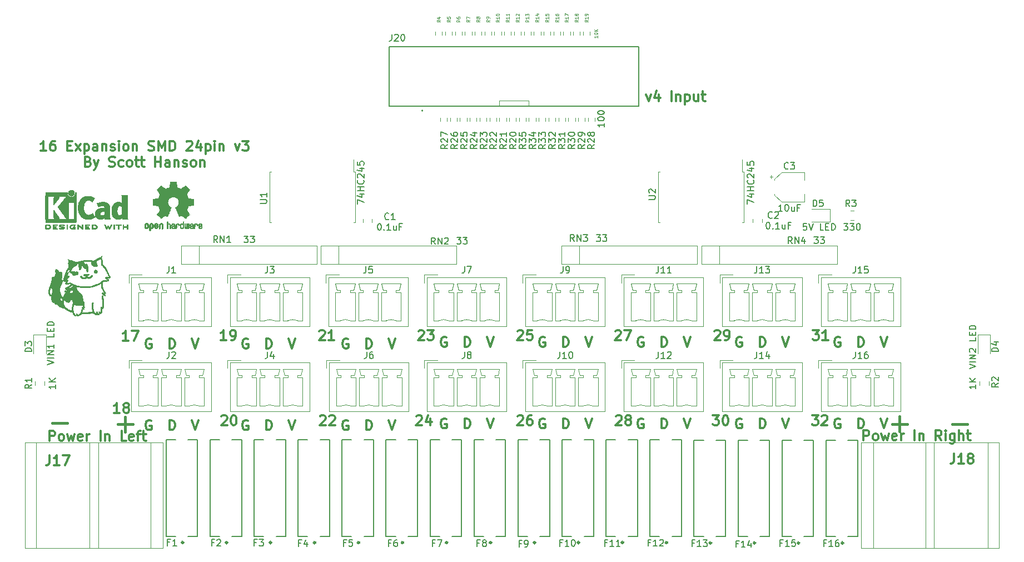
<source format=gbr>
G04 #@! TF.GenerationSoftware,KiCad,Pcbnew,(6.0.7)*
G04 #@! TF.CreationDate,2022-08-12T23:14:32-04:00*
G04 #@! TF.ProjectId,PB_16,50425f31-362e-46b6-9963-61645f706362,v3*
G04 #@! TF.SameCoordinates,Original*
G04 #@! TF.FileFunction,Legend,Top*
G04 #@! TF.FilePolarity,Positive*
%FSLAX46Y46*%
G04 Gerber Fmt 4.6, Leading zero omitted, Abs format (unit mm)*
G04 Created by KiCad (PCBNEW (6.0.7)) date 2022-08-12 23:14:32*
%MOMM*%
%LPD*%
G01*
G04 APERTURE LIST*
%ADD10C,0.300000*%
%ADD11C,0.400000*%
%ADD12C,0.150000*%
%ADD13C,0.100000*%
%ADD14C,0.120000*%
%ADD15C,0.127000*%
%ADD16C,0.010000*%
%ADD17C,0.200000*%
G04 APERTURE END LIST*
D10*
X104278857Y-134078000D02*
X104136000Y-134006571D01*
X103921714Y-134006571D01*
X103707428Y-134078000D01*
X103564571Y-134220857D01*
X103493142Y-134363714D01*
X103421714Y-134649428D01*
X103421714Y-134863714D01*
X103493142Y-135149428D01*
X103564571Y-135292285D01*
X103707428Y-135435142D01*
X103921714Y-135506571D01*
X104064571Y-135506571D01*
X104278857Y-135435142D01*
X104350285Y-135363714D01*
X104350285Y-134863714D01*
X104064571Y-134863714D01*
X122289142Y-135506571D02*
X122289142Y-134006571D01*
X122646285Y-134006571D01*
X122860571Y-134078000D01*
X123003428Y-134220857D01*
X123074857Y-134363714D01*
X123146285Y-134649428D01*
X123146285Y-134863714D01*
X123074857Y-135149428D01*
X123003428Y-135292285D01*
X122860571Y-135435142D01*
X122646285Y-135506571D01*
X122289142Y-135506571D01*
X170696000Y-133752571D02*
X171196000Y-135252571D01*
X171696000Y-133752571D01*
X167247142Y-135252571D02*
X167247142Y-133752571D01*
X167604285Y-133752571D01*
X167818571Y-133824000D01*
X167961428Y-133966857D01*
X168032857Y-134109714D01*
X168104285Y-134395428D01*
X168104285Y-134609714D01*
X168032857Y-134895428D01*
X167961428Y-135038285D01*
X167818571Y-135181142D01*
X167604285Y-135252571D01*
X167247142Y-135252571D01*
X185682000Y-133752571D02*
X186182000Y-135252571D01*
X186682000Y-133752571D01*
X119518857Y-134078000D02*
X119376000Y-134006571D01*
X119161714Y-134006571D01*
X118947428Y-134078000D01*
X118804571Y-134220857D01*
X118733142Y-134363714D01*
X118661714Y-134649428D01*
X118661714Y-134863714D01*
X118733142Y-135149428D01*
X118804571Y-135292285D01*
X118947428Y-135435142D01*
X119161714Y-135506571D01*
X119304571Y-135506571D01*
X119518857Y-135435142D01*
X119590285Y-135363714D01*
X119590285Y-134863714D01*
X119304571Y-134863714D01*
X179462857Y-133824000D02*
X179320000Y-133752571D01*
X179105714Y-133752571D01*
X178891428Y-133824000D01*
X178748571Y-133966857D01*
X178677142Y-134109714D01*
X178605714Y-134395428D01*
X178605714Y-134609714D01*
X178677142Y-134895428D01*
X178748571Y-135038285D01*
X178891428Y-135181142D01*
X179105714Y-135252571D01*
X179248571Y-135252571D01*
X179462857Y-135181142D01*
X179534285Y-135109714D01*
X179534285Y-134609714D01*
X179248571Y-134609714D01*
X200668000Y-133752571D02*
X201168000Y-135252571D01*
X201668000Y-133752571D01*
X197219142Y-135252571D02*
X197219142Y-133752571D01*
X197576285Y-133752571D01*
X197790571Y-133824000D01*
X197933428Y-133966857D01*
X198004857Y-134109714D01*
X198076285Y-134395428D01*
X198076285Y-134609714D01*
X198004857Y-134895428D01*
X197933428Y-135038285D01*
X197790571Y-135181142D01*
X197576285Y-135252571D01*
X197219142Y-135252571D01*
X194448857Y-133824000D02*
X194306000Y-133752571D01*
X194091714Y-133752571D01*
X193877428Y-133824000D01*
X193734571Y-133966857D01*
X193663142Y-134109714D01*
X193591714Y-134395428D01*
X193591714Y-134609714D01*
X193663142Y-134895428D01*
X193734571Y-135038285D01*
X193877428Y-135181142D01*
X194091714Y-135252571D01*
X194234571Y-135252571D01*
X194448857Y-135181142D01*
X194520285Y-135109714D01*
X194520285Y-134609714D01*
X194234571Y-134609714D01*
X137275142Y-135252571D02*
X137275142Y-133752571D01*
X137632285Y-133752571D01*
X137846571Y-133824000D01*
X137989428Y-133966857D01*
X138060857Y-134109714D01*
X138132285Y-134395428D01*
X138132285Y-134609714D01*
X138060857Y-134895428D01*
X137989428Y-135038285D01*
X137846571Y-135181142D01*
X137632285Y-135252571D01*
X137275142Y-135252571D01*
X107049142Y-135506571D02*
X107049142Y-134006571D01*
X107406285Y-134006571D01*
X107620571Y-134078000D01*
X107763428Y-134220857D01*
X107834857Y-134363714D01*
X107906285Y-134649428D01*
X107906285Y-134863714D01*
X107834857Y-135149428D01*
X107763428Y-135292285D01*
X107620571Y-135435142D01*
X107406285Y-135506571D01*
X107049142Y-135506571D01*
X182233142Y-135252571D02*
X182233142Y-133752571D01*
X182590285Y-133752571D01*
X182804571Y-133824000D01*
X182947428Y-133966857D01*
X183018857Y-134109714D01*
X183090285Y-134395428D01*
X183090285Y-134609714D01*
X183018857Y-134895428D01*
X182947428Y-135038285D01*
X182804571Y-135181142D01*
X182590285Y-135252571D01*
X182233142Y-135252571D01*
X95766000Y-134006571D02*
X96266000Y-135506571D01*
X96766000Y-134006571D01*
X155710000Y-133752571D02*
X156210000Y-135252571D01*
X156710000Y-133752571D01*
X149490857Y-133824000D02*
X149348000Y-133752571D01*
X149133714Y-133752571D01*
X148919428Y-133824000D01*
X148776571Y-133966857D01*
X148705142Y-134109714D01*
X148633714Y-134395428D01*
X148633714Y-134609714D01*
X148705142Y-134895428D01*
X148776571Y-135038285D01*
X148919428Y-135181142D01*
X149133714Y-135252571D01*
X149276571Y-135252571D01*
X149490857Y-135181142D01*
X149562285Y-135109714D01*
X149562285Y-134609714D01*
X149276571Y-134609714D01*
X134504857Y-133824000D02*
X134362000Y-133752571D01*
X134147714Y-133752571D01*
X133933428Y-133824000D01*
X133790571Y-133966857D01*
X133719142Y-134109714D01*
X133647714Y-134395428D01*
X133647714Y-134609714D01*
X133719142Y-134895428D01*
X133790571Y-135038285D01*
X133933428Y-135181142D01*
X134147714Y-135252571D01*
X134290571Y-135252571D01*
X134504857Y-135181142D01*
X134576285Y-135109714D01*
X134576285Y-134609714D01*
X134290571Y-134609714D01*
X110498000Y-134006571D02*
X110998000Y-135506571D01*
X111498000Y-134006571D01*
X89546857Y-134078000D02*
X89404000Y-134006571D01*
X89189714Y-134006571D01*
X88975428Y-134078000D01*
X88832571Y-134220857D01*
X88761142Y-134363714D01*
X88689714Y-134649428D01*
X88689714Y-134863714D01*
X88761142Y-135149428D01*
X88832571Y-135292285D01*
X88975428Y-135435142D01*
X89189714Y-135506571D01*
X89332571Y-135506571D01*
X89546857Y-135435142D01*
X89618285Y-135363714D01*
X89618285Y-134863714D01*
X89332571Y-134863714D01*
X92317142Y-135506571D02*
X92317142Y-134006571D01*
X92674285Y-134006571D01*
X92888571Y-134078000D01*
X93031428Y-134220857D01*
X93102857Y-134363714D01*
X93174285Y-134649428D01*
X93174285Y-134863714D01*
X93102857Y-135149428D01*
X93031428Y-135292285D01*
X92888571Y-135435142D01*
X92674285Y-135506571D01*
X92317142Y-135506571D01*
X140724000Y-133752571D02*
X141224000Y-135252571D01*
X141724000Y-133752571D01*
X125738000Y-134006571D02*
X126238000Y-135506571D01*
X126738000Y-134006571D01*
X152261142Y-135252571D02*
X152261142Y-133752571D01*
X152618285Y-133752571D01*
X152832571Y-133824000D01*
X152975428Y-133966857D01*
X153046857Y-134109714D01*
X153118285Y-134395428D01*
X153118285Y-134609714D01*
X153046857Y-134895428D01*
X152975428Y-135038285D01*
X152832571Y-135181142D01*
X152618285Y-135252571D01*
X152261142Y-135252571D01*
X164476857Y-133824000D02*
X164334000Y-133752571D01*
X164119714Y-133752571D01*
X163905428Y-133824000D01*
X163762571Y-133966857D01*
X163691142Y-134109714D01*
X163619714Y-134395428D01*
X163619714Y-134609714D01*
X163691142Y-134895428D01*
X163762571Y-135038285D01*
X163905428Y-135181142D01*
X164119714Y-135252571D01*
X164262571Y-135252571D01*
X164476857Y-135181142D01*
X164548285Y-135109714D01*
X164548285Y-134609714D01*
X164262571Y-134609714D01*
X92317142Y-123106571D02*
X92317142Y-121606571D01*
X92674285Y-121606571D01*
X92888571Y-121678000D01*
X93031428Y-121820857D01*
X93102857Y-121963714D01*
X93174285Y-122249428D01*
X93174285Y-122463714D01*
X93102857Y-122749428D01*
X93031428Y-122892285D01*
X92888571Y-123035142D01*
X92674285Y-123106571D01*
X92317142Y-123106571D01*
X89546857Y-121678000D02*
X89404000Y-121606571D01*
X89189714Y-121606571D01*
X88975428Y-121678000D01*
X88832571Y-121820857D01*
X88761142Y-121963714D01*
X88689714Y-122249428D01*
X88689714Y-122463714D01*
X88761142Y-122749428D01*
X88832571Y-122892285D01*
X88975428Y-123035142D01*
X89189714Y-123106571D01*
X89332571Y-123106571D01*
X89546857Y-123035142D01*
X89618285Y-122963714D01*
X89618285Y-122463714D01*
X89332571Y-122463714D01*
X95766000Y-121606571D02*
X96266000Y-123106571D01*
X96766000Y-121606571D01*
D11*
X202398142Y-134580085D02*
X204683857Y-134580085D01*
X203541000Y-135722942D02*
X203541000Y-133437228D01*
D10*
X73586714Y-92988871D02*
X72729571Y-92988871D01*
X73158142Y-92988871D02*
X73158142Y-91488871D01*
X73015285Y-91703157D01*
X72872428Y-91846014D01*
X72729571Y-91917442D01*
X74872428Y-91488871D02*
X74586714Y-91488871D01*
X74443857Y-91560300D01*
X74372428Y-91631728D01*
X74229571Y-91846014D01*
X74158142Y-92131728D01*
X74158142Y-92703157D01*
X74229571Y-92846014D01*
X74300999Y-92917442D01*
X74443857Y-92988871D01*
X74729571Y-92988871D01*
X74872428Y-92917442D01*
X74943857Y-92846014D01*
X75015285Y-92703157D01*
X75015285Y-92346014D01*
X74943857Y-92203157D01*
X74872428Y-92131728D01*
X74729571Y-92060300D01*
X74443857Y-92060300D01*
X74300999Y-92131728D01*
X74229571Y-92203157D01*
X74158142Y-92346014D01*
X76800999Y-92203157D02*
X77300999Y-92203157D01*
X77515285Y-92988871D02*
X76800999Y-92988871D01*
X76800999Y-91488871D01*
X77515285Y-91488871D01*
X78015285Y-92988871D02*
X78800999Y-91988871D01*
X78015285Y-91988871D02*
X78800999Y-92988871D01*
X79372428Y-91988871D02*
X79372428Y-93488871D01*
X79372428Y-92060300D02*
X79515285Y-91988871D01*
X79800999Y-91988871D01*
X79943857Y-92060300D01*
X80015285Y-92131728D01*
X80086714Y-92274585D01*
X80086714Y-92703157D01*
X80015285Y-92846014D01*
X79943857Y-92917442D01*
X79800999Y-92988871D01*
X79515285Y-92988871D01*
X79372428Y-92917442D01*
X81372428Y-92988871D02*
X81372428Y-92203157D01*
X81300999Y-92060300D01*
X81158142Y-91988871D01*
X80872428Y-91988871D01*
X80729571Y-92060300D01*
X81372428Y-92917442D02*
X81229571Y-92988871D01*
X80872428Y-92988871D01*
X80729571Y-92917442D01*
X80658142Y-92774585D01*
X80658142Y-92631728D01*
X80729571Y-92488871D01*
X80872428Y-92417442D01*
X81229571Y-92417442D01*
X81372428Y-92346014D01*
X82086714Y-91988871D02*
X82086714Y-92988871D01*
X82086714Y-92131728D02*
X82158142Y-92060300D01*
X82300999Y-91988871D01*
X82515285Y-91988871D01*
X82658142Y-92060300D01*
X82729571Y-92203157D01*
X82729571Y-92988871D01*
X83372428Y-92917442D02*
X83515285Y-92988871D01*
X83800999Y-92988871D01*
X83943857Y-92917442D01*
X84015285Y-92774585D01*
X84015285Y-92703157D01*
X83943857Y-92560300D01*
X83800999Y-92488871D01*
X83586714Y-92488871D01*
X83443857Y-92417442D01*
X83372428Y-92274585D01*
X83372428Y-92203157D01*
X83443857Y-92060300D01*
X83586714Y-91988871D01*
X83800999Y-91988871D01*
X83943857Y-92060300D01*
X84658142Y-92988871D02*
X84658142Y-91988871D01*
X84658142Y-91488871D02*
X84586714Y-91560300D01*
X84658142Y-91631728D01*
X84729571Y-91560300D01*
X84658142Y-91488871D01*
X84658142Y-91631728D01*
X85586714Y-92988871D02*
X85443857Y-92917442D01*
X85372428Y-92846014D01*
X85300999Y-92703157D01*
X85300999Y-92274585D01*
X85372428Y-92131728D01*
X85443857Y-92060300D01*
X85586714Y-91988871D01*
X85800999Y-91988871D01*
X85943857Y-92060300D01*
X86015285Y-92131728D01*
X86086714Y-92274585D01*
X86086714Y-92703157D01*
X86015285Y-92846014D01*
X85943857Y-92917442D01*
X85800999Y-92988871D01*
X85586714Y-92988871D01*
X86729571Y-91988871D02*
X86729571Y-92988871D01*
X86729571Y-92131728D02*
X86800999Y-92060300D01*
X86943857Y-91988871D01*
X87158142Y-91988871D01*
X87300999Y-92060300D01*
X87372428Y-92203157D01*
X87372428Y-92988871D01*
X89158142Y-92917442D02*
X89372428Y-92988871D01*
X89729571Y-92988871D01*
X89872428Y-92917442D01*
X89943857Y-92846014D01*
X90015285Y-92703157D01*
X90015285Y-92560300D01*
X89943857Y-92417442D01*
X89872428Y-92346014D01*
X89729571Y-92274585D01*
X89443857Y-92203157D01*
X89300999Y-92131728D01*
X89229571Y-92060300D01*
X89158142Y-91917442D01*
X89158142Y-91774585D01*
X89229571Y-91631728D01*
X89300999Y-91560300D01*
X89443857Y-91488871D01*
X89800999Y-91488871D01*
X90015285Y-91560300D01*
X90658142Y-92988871D02*
X90658142Y-91488871D01*
X91158142Y-92560300D01*
X91658142Y-91488871D01*
X91658142Y-92988871D01*
X92372428Y-92988871D02*
X92372428Y-91488871D01*
X92729571Y-91488871D01*
X92943857Y-91560300D01*
X93086714Y-91703157D01*
X93158142Y-91846014D01*
X93229571Y-92131728D01*
X93229571Y-92346014D01*
X93158142Y-92631728D01*
X93086714Y-92774585D01*
X92943857Y-92917442D01*
X92729571Y-92988871D01*
X92372428Y-92988871D01*
X94943857Y-91631728D02*
X95015285Y-91560300D01*
X95158142Y-91488871D01*
X95515285Y-91488871D01*
X95658142Y-91560300D01*
X95729571Y-91631728D01*
X95800999Y-91774585D01*
X95800999Y-91917442D01*
X95729571Y-92131728D01*
X94872428Y-92988871D01*
X95800999Y-92988871D01*
X97086714Y-91988871D02*
X97086714Y-92988871D01*
X96729571Y-91417442D02*
X96372428Y-92488871D01*
X97300999Y-92488871D01*
X97872428Y-91988871D02*
X97872428Y-93488871D01*
X97872428Y-92060300D02*
X98015285Y-91988871D01*
X98300999Y-91988871D01*
X98443857Y-92060300D01*
X98515285Y-92131728D01*
X98586714Y-92274585D01*
X98586714Y-92703157D01*
X98515285Y-92846014D01*
X98443857Y-92917442D01*
X98300999Y-92988871D01*
X98015285Y-92988871D01*
X97872428Y-92917442D01*
X99229571Y-92988871D02*
X99229571Y-91988871D01*
X99229571Y-91488871D02*
X99158142Y-91560300D01*
X99229571Y-91631728D01*
X99300999Y-91560300D01*
X99229571Y-91488871D01*
X99229571Y-91631728D01*
X99943857Y-91988871D02*
X99943857Y-92988871D01*
X99943857Y-92131728D02*
X100015285Y-92060300D01*
X100158142Y-91988871D01*
X100372428Y-91988871D01*
X100515285Y-92060300D01*
X100586714Y-92203157D01*
X100586714Y-92988871D01*
X102300999Y-91988871D02*
X102658142Y-92988871D01*
X103015285Y-91988871D01*
X103443857Y-91488871D02*
X104372428Y-91488871D01*
X103872428Y-92060300D01*
X104086714Y-92060300D01*
X104229571Y-92131728D01*
X104300999Y-92203157D01*
X104372428Y-92346014D01*
X104372428Y-92703157D01*
X104300999Y-92846014D01*
X104229571Y-92917442D01*
X104086714Y-92988871D01*
X103658142Y-92988871D01*
X103515285Y-92917442D01*
X103443857Y-92846014D01*
X79943857Y-94618157D02*
X80158142Y-94689585D01*
X80229571Y-94761014D01*
X80301000Y-94903871D01*
X80301000Y-95118157D01*
X80229571Y-95261014D01*
X80158142Y-95332442D01*
X80015285Y-95403871D01*
X79443857Y-95403871D01*
X79443857Y-93903871D01*
X79943857Y-93903871D01*
X80086714Y-93975300D01*
X80158142Y-94046728D01*
X80229571Y-94189585D01*
X80229571Y-94332442D01*
X80158142Y-94475300D01*
X80086714Y-94546728D01*
X79943857Y-94618157D01*
X79443857Y-94618157D01*
X80801000Y-94403871D02*
X81158142Y-95403871D01*
X81515285Y-94403871D02*
X81158142Y-95403871D01*
X81015285Y-95761014D01*
X80943857Y-95832442D01*
X80801000Y-95903871D01*
X83158142Y-95332442D02*
X83372428Y-95403871D01*
X83729571Y-95403871D01*
X83872428Y-95332442D01*
X83943857Y-95261014D01*
X84015285Y-95118157D01*
X84015285Y-94975300D01*
X83943857Y-94832442D01*
X83872428Y-94761014D01*
X83729571Y-94689585D01*
X83443857Y-94618157D01*
X83301000Y-94546728D01*
X83229571Y-94475300D01*
X83158142Y-94332442D01*
X83158142Y-94189585D01*
X83229571Y-94046728D01*
X83301000Y-93975300D01*
X83443857Y-93903871D01*
X83801000Y-93903871D01*
X84015285Y-93975300D01*
X85301000Y-95332442D02*
X85158142Y-95403871D01*
X84872428Y-95403871D01*
X84729571Y-95332442D01*
X84658142Y-95261014D01*
X84586714Y-95118157D01*
X84586714Y-94689585D01*
X84658142Y-94546728D01*
X84729571Y-94475300D01*
X84872428Y-94403871D01*
X85158142Y-94403871D01*
X85301000Y-94475300D01*
X86158142Y-95403871D02*
X86015285Y-95332442D01*
X85943857Y-95261014D01*
X85872428Y-95118157D01*
X85872428Y-94689585D01*
X85943857Y-94546728D01*
X86015285Y-94475300D01*
X86158142Y-94403871D01*
X86372428Y-94403871D01*
X86515285Y-94475300D01*
X86586714Y-94546728D01*
X86658142Y-94689585D01*
X86658142Y-95118157D01*
X86586714Y-95261014D01*
X86515285Y-95332442D01*
X86372428Y-95403871D01*
X86158142Y-95403871D01*
X87086714Y-94403871D02*
X87658142Y-94403871D01*
X87301000Y-93903871D02*
X87301000Y-95189585D01*
X87372428Y-95332442D01*
X87515285Y-95403871D01*
X87658142Y-95403871D01*
X87943857Y-94403871D02*
X88515285Y-94403871D01*
X88158142Y-93903871D02*
X88158142Y-95189585D01*
X88229571Y-95332442D01*
X88372428Y-95403871D01*
X88515285Y-95403871D01*
X90158142Y-95403871D02*
X90158142Y-93903871D01*
X90158142Y-94618157D02*
X91015285Y-94618157D01*
X91015285Y-95403871D02*
X91015285Y-93903871D01*
X92372428Y-95403871D02*
X92372428Y-94618157D01*
X92301000Y-94475300D01*
X92158142Y-94403871D01*
X91872428Y-94403871D01*
X91729571Y-94475300D01*
X92372428Y-95332442D02*
X92229571Y-95403871D01*
X91872428Y-95403871D01*
X91729571Y-95332442D01*
X91658142Y-95189585D01*
X91658142Y-95046728D01*
X91729571Y-94903871D01*
X91872428Y-94832442D01*
X92229571Y-94832442D01*
X92372428Y-94761014D01*
X93086714Y-94403871D02*
X93086714Y-95403871D01*
X93086714Y-94546728D02*
X93158142Y-94475300D01*
X93301000Y-94403871D01*
X93515285Y-94403871D01*
X93658142Y-94475300D01*
X93729571Y-94618157D01*
X93729571Y-95403871D01*
X94372428Y-95332442D02*
X94515285Y-95403871D01*
X94801000Y-95403871D01*
X94943857Y-95332442D01*
X95015285Y-95189585D01*
X95015285Y-95118157D01*
X94943857Y-94975300D01*
X94801000Y-94903871D01*
X94586714Y-94903871D01*
X94443857Y-94832442D01*
X94372428Y-94689585D01*
X94372428Y-94618157D01*
X94443857Y-94475300D01*
X94586714Y-94403871D01*
X94801000Y-94403871D01*
X94943857Y-94475300D01*
X95872428Y-95403871D02*
X95729571Y-95332442D01*
X95658142Y-95261014D01*
X95586714Y-95118157D01*
X95586714Y-94689585D01*
X95658142Y-94546728D01*
X95729571Y-94475300D01*
X95872428Y-94403871D01*
X96086714Y-94403871D01*
X96229571Y-94475300D01*
X96301000Y-94546728D01*
X96372428Y-94689585D01*
X96372428Y-95118157D01*
X96301000Y-95261014D01*
X96229571Y-95332442D01*
X96086714Y-95403871D01*
X95872428Y-95403871D01*
X97015285Y-94403871D02*
X97015285Y-95403871D01*
X97015285Y-94546728D02*
X97086714Y-94475300D01*
X97229571Y-94403871D01*
X97443857Y-94403871D01*
X97586714Y-94475300D01*
X97658142Y-94618157D01*
X97658142Y-95403871D01*
X86115285Y-121896371D02*
X85258142Y-121896371D01*
X85686714Y-121896371D02*
X85686714Y-120396371D01*
X85543857Y-120610657D01*
X85401000Y-120753514D01*
X85258142Y-120824942D01*
X86615285Y-120396371D02*
X87615285Y-120396371D01*
X86972428Y-121896371D01*
X115258142Y-133439228D02*
X115329571Y-133367800D01*
X115472428Y-133296371D01*
X115829571Y-133296371D01*
X115972428Y-133367800D01*
X116043857Y-133439228D01*
X116115285Y-133582085D01*
X116115285Y-133724942D01*
X116043857Y-133939228D01*
X115186714Y-134796371D01*
X116115285Y-134796371D01*
X116686714Y-133439228D02*
X116758142Y-133367800D01*
X116901000Y-133296371D01*
X117258142Y-133296371D01*
X117401000Y-133367800D01*
X117472428Y-133439228D01*
X117543857Y-133582085D01*
X117543857Y-133724942D01*
X117472428Y-133939228D01*
X116615285Y-134796371D01*
X117543857Y-134796371D01*
X190286714Y-120296371D02*
X191215285Y-120296371D01*
X190715285Y-120867800D01*
X190929571Y-120867800D01*
X191072428Y-120939228D01*
X191143857Y-121010657D01*
X191215285Y-121153514D01*
X191215285Y-121510657D01*
X191143857Y-121653514D01*
X191072428Y-121724942D01*
X190929571Y-121796371D01*
X190501000Y-121796371D01*
X190358142Y-121724942D01*
X190286714Y-121653514D01*
X192643857Y-121796371D02*
X191786714Y-121796371D01*
X192215285Y-121796371D02*
X192215285Y-120296371D01*
X192072428Y-120510657D01*
X191929571Y-120653514D01*
X191786714Y-120724942D01*
X110498000Y-121606571D02*
X110998000Y-123106571D01*
X111498000Y-121606571D01*
D11*
X211542142Y-134580085D02*
X213827857Y-134580085D01*
D10*
X130258142Y-120439228D02*
X130329571Y-120367800D01*
X130472428Y-120296371D01*
X130829571Y-120296371D01*
X130972428Y-120367800D01*
X131043857Y-120439228D01*
X131115285Y-120582085D01*
X131115285Y-120724942D01*
X131043857Y-120939228D01*
X130186714Y-121796371D01*
X131115285Y-121796371D01*
X131615285Y-120296371D02*
X132543857Y-120296371D01*
X132043857Y-120867800D01*
X132258142Y-120867800D01*
X132401000Y-120939228D01*
X132472428Y-121010657D01*
X132543857Y-121153514D01*
X132543857Y-121510657D01*
X132472428Y-121653514D01*
X132401000Y-121724942D01*
X132258142Y-121796371D01*
X131829571Y-121796371D01*
X131686714Y-121724942D01*
X131615285Y-121653514D01*
X125738000Y-121606571D02*
X126238000Y-123106571D01*
X126738000Y-121606571D01*
X145358142Y-120439228D02*
X145429571Y-120367800D01*
X145572428Y-120296371D01*
X145929571Y-120296371D01*
X146072428Y-120367800D01*
X146143857Y-120439228D01*
X146215285Y-120582085D01*
X146215285Y-120724942D01*
X146143857Y-120939228D01*
X145286714Y-121796371D01*
X146215285Y-121796371D01*
X147572428Y-120296371D02*
X146858142Y-120296371D01*
X146786714Y-121010657D01*
X146858142Y-120939228D01*
X147001000Y-120867800D01*
X147358142Y-120867800D01*
X147501000Y-120939228D01*
X147572428Y-121010657D01*
X147643857Y-121153514D01*
X147643857Y-121510657D01*
X147572428Y-121653514D01*
X147501000Y-121724942D01*
X147358142Y-121796371D01*
X147001000Y-121796371D01*
X146858142Y-121724942D01*
X146786714Y-121653514D01*
X140724000Y-121352571D02*
X141224000Y-122852571D01*
X141724000Y-121352571D01*
X164476857Y-121424000D02*
X164334000Y-121352571D01*
X164119714Y-121352571D01*
X163905428Y-121424000D01*
X163762571Y-121566857D01*
X163691142Y-121709714D01*
X163619714Y-121995428D01*
X163619714Y-122209714D01*
X163691142Y-122495428D01*
X163762571Y-122638285D01*
X163905428Y-122781142D01*
X164119714Y-122852571D01*
X164262571Y-122852571D01*
X164476857Y-122781142D01*
X164548285Y-122709714D01*
X164548285Y-122209714D01*
X164262571Y-122209714D01*
X197219142Y-122852571D02*
X197219142Y-121352571D01*
X197576285Y-121352571D01*
X197790571Y-121424000D01*
X197933428Y-121566857D01*
X198004857Y-121709714D01*
X198076285Y-121995428D01*
X198076285Y-122209714D01*
X198004857Y-122495428D01*
X197933428Y-122638285D01*
X197790571Y-122781142D01*
X197576285Y-122852571D01*
X197219142Y-122852571D01*
X84765285Y-132896371D02*
X83908142Y-132896371D01*
X84336714Y-132896371D02*
X84336714Y-131396371D01*
X84193857Y-131610657D01*
X84051000Y-131753514D01*
X83908142Y-131824942D01*
X85622428Y-132039228D02*
X85479571Y-131967800D01*
X85408142Y-131896371D01*
X85336714Y-131753514D01*
X85336714Y-131682085D01*
X85408142Y-131539228D01*
X85479571Y-131467800D01*
X85622428Y-131396371D01*
X85908142Y-131396371D01*
X86051000Y-131467800D01*
X86122428Y-131539228D01*
X86193857Y-131682085D01*
X86193857Y-131753514D01*
X86122428Y-131896371D01*
X86051000Y-131967800D01*
X85908142Y-132039228D01*
X85622428Y-132039228D01*
X85479571Y-132110657D01*
X85408142Y-132182085D01*
X85336714Y-132324942D01*
X85336714Y-132610657D01*
X85408142Y-132753514D01*
X85479571Y-132824942D01*
X85622428Y-132896371D01*
X85908142Y-132896371D01*
X86051000Y-132824942D01*
X86122428Y-132753514D01*
X86193857Y-132610657D01*
X86193857Y-132324942D01*
X86122428Y-132182085D01*
X86051000Y-132110657D01*
X85908142Y-132039228D01*
X194448857Y-121424000D02*
X194306000Y-121352571D01*
X194091714Y-121352571D01*
X193877428Y-121424000D01*
X193734571Y-121566857D01*
X193663142Y-121709714D01*
X193591714Y-121995428D01*
X193591714Y-122209714D01*
X193663142Y-122495428D01*
X193734571Y-122638285D01*
X193877428Y-122781142D01*
X194091714Y-122852571D01*
X194234571Y-122852571D01*
X194448857Y-122781142D01*
X194520285Y-122709714D01*
X194520285Y-122209714D01*
X194234571Y-122209714D01*
X179462857Y-121424000D02*
X179320000Y-121352571D01*
X179105714Y-121352571D01*
X178891428Y-121424000D01*
X178748571Y-121566857D01*
X178677142Y-121709714D01*
X178605714Y-121995428D01*
X178605714Y-122209714D01*
X178677142Y-122495428D01*
X178748571Y-122638285D01*
X178891428Y-122781142D01*
X179105714Y-122852571D01*
X179248571Y-122852571D01*
X179462857Y-122781142D01*
X179534285Y-122709714D01*
X179534285Y-122209714D01*
X179248571Y-122209714D01*
X175358142Y-120439228D02*
X175429571Y-120367800D01*
X175572428Y-120296371D01*
X175929571Y-120296371D01*
X176072428Y-120367800D01*
X176143857Y-120439228D01*
X176215285Y-120582085D01*
X176215285Y-120724942D01*
X176143857Y-120939228D01*
X175286714Y-121796371D01*
X176215285Y-121796371D01*
X176929571Y-121796371D02*
X177215285Y-121796371D01*
X177358142Y-121724942D01*
X177429571Y-121653514D01*
X177572428Y-121439228D01*
X177643857Y-121153514D01*
X177643857Y-120582085D01*
X177572428Y-120439228D01*
X177501000Y-120367800D01*
X177358142Y-120296371D01*
X177072428Y-120296371D01*
X176929571Y-120367800D01*
X176858142Y-120439228D01*
X176786714Y-120582085D01*
X176786714Y-120939228D01*
X176858142Y-121082085D01*
X176929571Y-121153514D01*
X177072428Y-121224942D01*
X177358142Y-121224942D01*
X177501000Y-121153514D01*
X177572428Y-121082085D01*
X177643857Y-120939228D01*
X160258142Y-120439228D02*
X160329571Y-120367800D01*
X160472428Y-120296371D01*
X160829571Y-120296371D01*
X160972428Y-120367800D01*
X161043857Y-120439228D01*
X161115285Y-120582085D01*
X161115285Y-120724942D01*
X161043857Y-120939228D01*
X160186714Y-121796371D01*
X161115285Y-121796371D01*
X161615285Y-120296371D02*
X162615285Y-120296371D01*
X161972428Y-121796371D01*
X175086714Y-133296371D02*
X176015285Y-133296371D01*
X175515285Y-133867800D01*
X175729571Y-133867800D01*
X175872428Y-133939228D01*
X175943857Y-134010657D01*
X176015285Y-134153514D01*
X176015285Y-134510657D01*
X175943857Y-134653514D01*
X175872428Y-134724942D01*
X175729571Y-134796371D01*
X175301000Y-134796371D01*
X175158142Y-134724942D01*
X175086714Y-134653514D01*
X176943857Y-133296371D02*
X177086714Y-133296371D01*
X177229571Y-133367800D01*
X177301000Y-133439228D01*
X177372428Y-133582085D01*
X177443857Y-133867800D01*
X177443857Y-134224942D01*
X177372428Y-134510657D01*
X177301000Y-134653514D01*
X177229571Y-134724942D01*
X177086714Y-134796371D01*
X176943857Y-134796371D01*
X176801000Y-134724942D01*
X176729571Y-134653514D01*
X176658142Y-134510657D01*
X176586714Y-134224942D01*
X176586714Y-133867800D01*
X176658142Y-133582085D01*
X176729571Y-133439228D01*
X176801000Y-133367800D01*
X176943857Y-133296371D01*
D11*
X84458142Y-134632085D02*
X86743857Y-134632085D01*
X85601000Y-135774942D02*
X85601000Y-133489228D01*
D10*
X155710000Y-121352571D02*
X156210000Y-122852571D01*
X156710000Y-121352571D01*
X152261142Y-122852571D02*
X152261142Y-121352571D01*
X152618285Y-121352571D01*
X152832571Y-121424000D01*
X152975428Y-121566857D01*
X153046857Y-121709714D01*
X153118285Y-121995428D01*
X153118285Y-122209714D01*
X153046857Y-122495428D01*
X152975428Y-122638285D01*
X152832571Y-122781142D01*
X152618285Y-122852571D01*
X152261142Y-122852571D01*
X107049142Y-123106571D02*
X107049142Y-121606571D01*
X107406285Y-121606571D01*
X107620571Y-121678000D01*
X107763428Y-121820857D01*
X107834857Y-121963714D01*
X107906285Y-122249428D01*
X107906285Y-122463714D01*
X107834857Y-122749428D01*
X107763428Y-122892285D01*
X107620571Y-123035142D01*
X107406285Y-123106571D01*
X107049142Y-123106571D01*
X185682000Y-121352571D02*
X186182000Y-122852571D01*
X186682000Y-121352571D01*
X119518857Y-121678000D02*
X119376000Y-121606571D01*
X119161714Y-121606571D01*
X118947428Y-121678000D01*
X118804571Y-121820857D01*
X118733142Y-121963714D01*
X118661714Y-122249428D01*
X118661714Y-122463714D01*
X118733142Y-122749428D01*
X118804571Y-122892285D01*
X118947428Y-123035142D01*
X119161714Y-123106571D01*
X119304571Y-123106571D01*
X119518857Y-123035142D01*
X119590285Y-122963714D01*
X119590285Y-122463714D01*
X119304571Y-122463714D01*
X145358142Y-133439228D02*
X145429571Y-133367800D01*
X145572428Y-133296371D01*
X145929571Y-133296371D01*
X146072428Y-133367800D01*
X146143857Y-133439228D01*
X146215285Y-133582085D01*
X146215285Y-133724942D01*
X146143857Y-133939228D01*
X145286714Y-134796371D01*
X146215285Y-134796371D01*
X147501000Y-133296371D02*
X147215285Y-133296371D01*
X147072428Y-133367800D01*
X147001000Y-133439228D01*
X146858142Y-133653514D01*
X146786714Y-133939228D01*
X146786714Y-134510657D01*
X146858142Y-134653514D01*
X146929571Y-134724942D01*
X147072428Y-134796371D01*
X147358142Y-134796371D01*
X147501000Y-134724942D01*
X147572428Y-134653514D01*
X147643857Y-134510657D01*
X147643857Y-134153514D01*
X147572428Y-134010657D01*
X147501000Y-133939228D01*
X147358142Y-133867800D01*
X147072428Y-133867800D01*
X146929571Y-133939228D01*
X146858142Y-134010657D01*
X146786714Y-134153514D01*
D11*
X74458142Y-134432085D02*
X76743857Y-134432085D01*
D10*
X134504857Y-121424000D02*
X134362000Y-121352571D01*
X134147714Y-121352571D01*
X133933428Y-121424000D01*
X133790571Y-121566857D01*
X133719142Y-121709714D01*
X133647714Y-121995428D01*
X133647714Y-122209714D01*
X133719142Y-122495428D01*
X133790571Y-122638285D01*
X133933428Y-122781142D01*
X134147714Y-122852571D01*
X134290571Y-122852571D01*
X134504857Y-122781142D01*
X134576285Y-122709714D01*
X134576285Y-122209714D01*
X134290571Y-122209714D01*
X170696000Y-121352571D02*
X171196000Y-122852571D01*
X171696000Y-121352571D01*
X122289142Y-123106571D02*
X122289142Y-121606571D01*
X122646285Y-121606571D01*
X122860571Y-121678000D01*
X123003428Y-121820857D01*
X123074857Y-121963714D01*
X123146285Y-122249428D01*
X123146285Y-122463714D01*
X123074857Y-122749428D01*
X123003428Y-122892285D01*
X122860571Y-123035142D01*
X122646285Y-123106571D01*
X122289142Y-123106571D01*
X160358142Y-133439228D02*
X160429571Y-133367800D01*
X160572428Y-133296371D01*
X160929571Y-133296371D01*
X161072428Y-133367800D01*
X161143857Y-133439228D01*
X161215285Y-133582085D01*
X161215285Y-133724942D01*
X161143857Y-133939228D01*
X160286714Y-134796371D01*
X161215285Y-134796371D01*
X162072428Y-133939228D02*
X161929571Y-133867800D01*
X161858142Y-133796371D01*
X161786714Y-133653514D01*
X161786714Y-133582085D01*
X161858142Y-133439228D01*
X161929571Y-133367800D01*
X162072428Y-133296371D01*
X162358142Y-133296371D01*
X162501000Y-133367800D01*
X162572428Y-133439228D01*
X162643857Y-133582085D01*
X162643857Y-133653514D01*
X162572428Y-133796371D01*
X162501000Y-133867800D01*
X162358142Y-133939228D01*
X162072428Y-133939228D01*
X161929571Y-134010657D01*
X161858142Y-134082085D01*
X161786714Y-134224942D01*
X161786714Y-134510657D01*
X161858142Y-134653514D01*
X161929571Y-134724942D01*
X162072428Y-134796371D01*
X162358142Y-134796371D01*
X162501000Y-134724942D01*
X162572428Y-134653514D01*
X162643857Y-134510657D01*
X162643857Y-134224942D01*
X162572428Y-134082085D01*
X162501000Y-134010657D01*
X162358142Y-133939228D01*
X115158142Y-120439228D02*
X115229571Y-120367800D01*
X115372428Y-120296371D01*
X115729571Y-120296371D01*
X115872428Y-120367800D01*
X115943857Y-120439228D01*
X116015285Y-120582085D01*
X116015285Y-120724942D01*
X115943857Y-120939228D01*
X115086714Y-121796371D01*
X116015285Y-121796371D01*
X117443857Y-121796371D02*
X116586714Y-121796371D01*
X117015285Y-121796371D02*
X117015285Y-120296371D01*
X116872428Y-120510657D01*
X116729571Y-120653514D01*
X116586714Y-120724942D01*
X182233142Y-122852571D02*
X182233142Y-121352571D01*
X182590285Y-121352571D01*
X182804571Y-121424000D01*
X182947428Y-121566857D01*
X183018857Y-121709714D01*
X183090285Y-121995428D01*
X183090285Y-122209714D01*
X183018857Y-122495428D01*
X182947428Y-122638285D01*
X182804571Y-122781142D01*
X182590285Y-122852571D01*
X182233142Y-122852571D01*
X167247142Y-122852571D02*
X167247142Y-121352571D01*
X167604285Y-121352571D01*
X167818571Y-121424000D01*
X167961428Y-121566857D01*
X168032857Y-121709714D01*
X168104285Y-121995428D01*
X168104285Y-122209714D01*
X168032857Y-122495428D01*
X167961428Y-122638285D01*
X167818571Y-122781142D01*
X167604285Y-122852571D01*
X167247142Y-122852571D01*
X190186714Y-133296371D02*
X191115285Y-133296371D01*
X190615285Y-133867800D01*
X190829571Y-133867800D01*
X190972428Y-133939228D01*
X191043857Y-134010657D01*
X191115285Y-134153514D01*
X191115285Y-134510657D01*
X191043857Y-134653514D01*
X190972428Y-134724942D01*
X190829571Y-134796371D01*
X190401000Y-134796371D01*
X190258142Y-134724942D01*
X190186714Y-134653514D01*
X191686714Y-133439228D02*
X191758142Y-133367800D01*
X191901000Y-133296371D01*
X192258142Y-133296371D01*
X192401000Y-133367800D01*
X192472428Y-133439228D01*
X192543857Y-133582085D01*
X192543857Y-133724942D01*
X192472428Y-133939228D01*
X191615285Y-134796371D01*
X192543857Y-134796371D01*
X129958142Y-133439228D02*
X130029571Y-133367800D01*
X130172428Y-133296371D01*
X130529571Y-133296371D01*
X130672428Y-133367800D01*
X130743857Y-133439228D01*
X130815285Y-133582085D01*
X130815285Y-133724942D01*
X130743857Y-133939228D01*
X129886714Y-134796371D01*
X130815285Y-134796371D01*
X132101000Y-133796371D02*
X132101000Y-134796371D01*
X131743857Y-133224942D02*
X131386714Y-134296371D01*
X132315285Y-134296371D01*
X137275142Y-122852571D02*
X137275142Y-121352571D01*
X137632285Y-121352571D01*
X137846571Y-121424000D01*
X137989428Y-121566857D01*
X138060857Y-121709714D01*
X138132285Y-121995428D01*
X138132285Y-122209714D01*
X138060857Y-122495428D01*
X137989428Y-122638285D01*
X137846571Y-122781142D01*
X137632285Y-122852571D01*
X137275142Y-122852571D01*
X200668000Y-121352571D02*
X201168000Y-122852571D01*
X201668000Y-121352571D01*
X100258142Y-133439228D02*
X100329571Y-133367800D01*
X100472428Y-133296371D01*
X100829571Y-133296371D01*
X100972428Y-133367800D01*
X101043857Y-133439228D01*
X101115285Y-133582085D01*
X101115285Y-133724942D01*
X101043857Y-133939228D01*
X100186714Y-134796371D01*
X101115285Y-134796371D01*
X102043857Y-133296371D02*
X102186714Y-133296371D01*
X102329571Y-133367800D01*
X102401000Y-133439228D01*
X102472428Y-133582085D01*
X102543857Y-133867800D01*
X102543857Y-134224942D01*
X102472428Y-134510657D01*
X102401000Y-134653514D01*
X102329571Y-134724942D01*
X102186714Y-134796371D01*
X102043857Y-134796371D01*
X101901000Y-134724942D01*
X101829571Y-134653514D01*
X101758142Y-134510657D01*
X101686714Y-134224942D01*
X101686714Y-133867800D01*
X101758142Y-133582085D01*
X101829571Y-133439228D01*
X101901000Y-133367800D01*
X102043857Y-133296371D01*
X104278857Y-121678000D02*
X104136000Y-121606571D01*
X103921714Y-121606571D01*
X103707428Y-121678000D01*
X103564571Y-121820857D01*
X103493142Y-121963714D01*
X103421714Y-122249428D01*
X103421714Y-122463714D01*
X103493142Y-122749428D01*
X103564571Y-122892285D01*
X103707428Y-123035142D01*
X103921714Y-123106571D01*
X104064571Y-123106571D01*
X104278857Y-123035142D01*
X104350285Y-122963714D01*
X104350285Y-122463714D01*
X104064571Y-122463714D01*
X101015285Y-121796371D02*
X100158142Y-121796371D01*
X100586714Y-121796371D02*
X100586714Y-120296371D01*
X100443857Y-120510657D01*
X100301000Y-120653514D01*
X100158142Y-120724942D01*
X101729571Y-121796371D02*
X102015285Y-121796371D01*
X102158142Y-121724942D01*
X102229571Y-121653514D01*
X102372428Y-121439228D01*
X102443857Y-121153514D01*
X102443857Y-120582085D01*
X102372428Y-120439228D01*
X102301000Y-120367800D01*
X102158142Y-120296371D01*
X101872428Y-120296371D01*
X101729571Y-120367800D01*
X101658142Y-120439228D01*
X101586714Y-120582085D01*
X101586714Y-120939228D01*
X101658142Y-121082085D01*
X101729571Y-121153514D01*
X101872428Y-121224942D01*
X102158142Y-121224942D01*
X102301000Y-121153514D01*
X102372428Y-121082085D01*
X102443857Y-120939228D01*
X149490857Y-121424000D02*
X149348000Y-121352571D01*
X149133714Y-121352571D01*
X148919428Y-121424000D01*
X148776571Y-121566857D01*
X148705142Y-121709714D01*
X148633714Y-121995428D01*
X148633714Y-122209714D01*
X148705142Y-122495428D01*
X148776571Y-122638285D01*
X148919428Y-122781142D01*
X149133714Y-122852571D01*
X149276571Y-122852571D01*
X149490857Y-122781142D01*
X149562285Y-122709714D01*
X149562285Y-122209714D01*
X149276571Y-122209714D01*
D12*
X184134333Y-103174942D02*
X184086714Y-103222561D01*
X183943857Y-103270180D01*
X183848619Y-103270180D01*
X183705761Y-103222561D01*
X183610523Y-103127323D01*
X183562904Y-103032085D01*
X183515285Y-102841609D01*
X183515285Y-102698752D01*
X183562904Y-102508276D01*
X183610523Y-102413038D01*
X183705761Y-102317800D01*
X183848619Y-102270180D01*
X183943857Y-102270180D01*
X184086714Y-102317800D01*
X184134333Y-102365419D01*
X184515285Y-102365419D02*
X184562904Y-102317800D01*
X184658142Y-102270180D01*
X184896238Y-102270180D01*
X184991476Y-102317800D01*
X185039095Y-102365419D01*
X185086714Y-102460657D01*
X185086714Y-102555895D01*
X185039095Y-102698752D01*
X184467666Y-103270180D01*
X185086714Y-103270180D01*
X183458142Y-103870180D02*
X183553380Y-103870180D01*
X183648619Y-103917800D01*
X183696238Y-103965419D01*
X183743857Y-104060657D01*
X183791476Y-104251133D01*
X183791476Y-104489228D01*
X183743857Y-104679704D01*
X183696238Y-104774942D01*
X183648619Y-104822561D01*
X183553380Y-104870180D01*
X183458142Y-104870180D01*
X183362904Y-104822561D01*
X183315285Y-104774942D01*
X183267666Y-104679704D01*
X183220047Y-104489228D01*
X183220047Y-104251133D01*
X183267666Y-104060657D01*
X183315285Y-103965419D01*
X183362904Y-103917800D01*
X183458142Y-103870180D01*
X184220047Y-104774942D02*
X184267666Y-104822561D01*
X184220047Y-104870180D01*
X184172428Y-104822561D01*
X184220047Y-104774942D01*
X184220047Y-104870180D01*
X185220047Y-104870180D02*
X184648619Y-104870180D01*
X184934333Y-104870180D02*
X184934333Y-103870180D01*
X184839095Y-104013038D01*
X184743857Y-104108276D01*
X184648619Y-104155895D01*
X186077190Y-104203514D02*
X186077190Y-104870180D01*
X185648619Y-104203514D02*
X185648619Y-104727323D01*
X185696238Y-104822561D01*
X185791476Y-104870180D01*
X185934333Y-104870180D01*
X186029571Y-104822561D01*
X186077190Y-104774942D01*
X186886714Y-104346371D02*
X186553380Y-104346371D01*
X186553380Y-104870180D02*
X186553380Y-103870180D01*
X187029571Y-103870180D01*
X92266666Y-123602380D02*
X92266666Y-124316666D01*
X92219047Y-124459523D01*
X92123809Y-124554761D01*
X91980952Y-124602380D01*
X91885714Y-124602380D01*
X92695238Y-123697619D02*
X92742857Y-123650000D01*
X92838095Y-123602380D01*
X93076190Y-123602380D01*
X93171428Y-123650000D01*
X93219047Y-123697619D01*
X93266666Y-123792857D01*
X93266666Y-123888095D01*
X93219047Y-124030952D01*
X92647619Y-124602380D01*
X93266666Y-124602380D01*
X122266666Y-110602380D02*
X122266666Y-111316666D01*
X122219047Y-111459523D01*
X122123809Y-111554761D01*
X121980952Y-111602380D01*
X121885714Y-111602380D01*
X123219047Y-110602380D02*
X122742857Y-110602380D01*
X122695238Y-111078571D01*
X122742857Y-111030952D01*
X122838095Y-110983333D01*
X123076190Y-110983333D01*
X123171428Y-111030952D01*
X123219047Y-111078571D01*
X123266666Y-111173809D01*
X123266666Y-111411904D01*
X123219047Y-111507142D01*
X123171428Y-111554761D01*
X123076190Y-111602380D01*
X122838095Y-111602380D01*
X122742857Y-111554761D01*
X122695238Y-111507142D01*
X122381008Y-123602380D02*
X122381008Y-124316666D01*
X122333389Y-124459523D01*
X122238151Y-124554761D01*
X122095294Y-124602380D01*
X122000056Y-124602380D01*
X123285770Y-123602380D02*
X123095294Y-123602380D01*
X123000056Y-123650000D01*
X122952437Y-123697619D01*
X122857199Y-123840476D01*
X122809580Y-124030952D01*
X122809580Y-124411904D01*
X122857199Y-124507142D01*
X122904818Y-124554761D01*
X123000056Y-124602380D01*
X123190532Y-124602380D01*
X123285770Y-124554761D01*
X123333389Y-124507142D01*
X123381008Y-124411904D01*
X123381008Y-124173809D01*
X123333389Y-124078571D01*
X123285770Y-124030952D01*
X123190532Y-123983333D01*
X123000056Y-123983333D01*
X122904818Y-124030952D01*
X122857199Y-124078571D01*
X122809580Y-124173809D01*
X137266666Y-110602380D02*
X137266666Y-111316666D01*
X137219047Y-111459523D01*
X137123809Y-111554761D01*
X136980952Y-111602380D01*
X136885714Y-111602380D01*
X137647619Y-110602380D02*
X138314285Y-110602380D01*
X137885714Y-111602380D01*
X137266666Y-123602380D02*
X137266666Y-124316666D01*
X137219047Y-124459523D01*
X137123809Y-124554761D01*
X136980952Y-124602380D01*
X136885714Y-124602380D01*
X137885714Y-124030952D02*
X137790476Y-123983333D01*
X137742857Y-123935714D01*
X137695238Y-123840476D01*
X137695238Y-123792857D01*
X137742857Y-123697619D01*
X137790476Y-123650000D01*
X137885714Y-123602380D01*
X138076190Y-123602380D01*
X138171428Y-123650000D01*
X138219047Y-123697619D01*
X138266666Y-123792857D01*
X138266666Y-123840476D01*
X138219047Y-123935714D01*
X138171428Y-123983333D01*
X138076190Y-124030952D01*
X137885714Y-124030952D01*
X137790476Y-124078571D01*
X137742857Y-124126190D01*
X137695238Y-124221428D01*
X137695238Y-124411904D01*
X137742857Y-124507142D01*
X137790476Y-124554761D01*
X137885714Y-124602380D01*
X138076190Y-124602380D01*
X138171428Y-124554761D01*
X138219047Y-124507142D01*
X138266666Y-124411904D01*
X138266666Y-124221428D01*
X138219047Y-124126190D01*
X138171428Y-124078571D01*
X138076190Y-124030952D01*
X152266666Y-110602380D02*
X152266666Y-111316666D01*
X152219047Y-111459523D01*
X152123809Y-111554761D01*
X151980952Y-111602380D01*
X151885714Y-111602380D01*
X152790476Y-111602380D02*
X152980952Y-111602380D01*
X153076190Y-111554761D01*
X153123809Y-111507142D01*
X153219047Y-111364285D01*
X153266666Y-111173809D01*
X153266666Y-110792857D01*
X153219047Y-110697619D01*
X153171428Y-110650000D01*
X153076190Y-110602380D01*
X152885714Y-110602380D01*
X152790476Y-110650000D01*
X152742857Y-110697619D01*
X152695238Y-110792857D01*
X152695238Y-111030952D01*
X152742857Y-111126190D01*
X152790476Y-111173809D01*
X152885714Y-111221428D01*
X153076190Y-111221428D01*
X153171428Y-111173809D01*
X153219047Y-111126190D01*
X153266666Y-111030952D01*
X151790476Y-123602380D02*
X151790476Y-124316666D01*
X151742857Y-124459523D01*
X151647619Y-124554761D01*
X151504761Y-124602380D01*
X151409523Y-124602380D01*
X152790476Y-124602380D02*
X152219047Y-124602380D01*
X152504761Y-124602380D02*
X152504761Y-123602380D01*
X152409523Y-123745238D01*
X152314285Y-123840476D01*
X152219047Y-123888095D01*
X153409523Y-123602380D02*
X153504761Y-123602380D01*
X153600000Y-123650000D01*
X153647619Y-123697619D01*
X153695238Y-123792857D01*
X153742857Y-123983333D01*
X153742857Y-124221428D01*
X153695238Y-124411904D01*
X153647619Y-124507142D01*
X153600000Y-124554761D01*
X153504761Y-124602380D01*
X153409523Y-124602380D01*
X153314285Y-124554761D01*
X153266666Y-124507142D01*
X153219047Y-124411904D01*
X153171428Y-124221428D01*
X153171428Y-123983333D01*
X153219047Y-123792857D01*
X153266666Y-123697619D01*
X153314285Y-123650000D01*
X153409523Y-123602380D01*
X166790476Y-110602380D02*
X166790476Y-111316666D01*
X166742857Y-111459523D01*
X166647619Y-111554761D01*
X166504761Y-111602380D01*
X166409523Y-111602380D01*
X167790476Y-111602380D02*
X167219047Y-111602380D01*
X167504761Y-111602380D02*
X167504761Y-110602380D01*
X167409523Y-110745238D01*
X167314285Y-110840476D01*
X167219047Y-110888095D01*
X168742857Y-111602380D02*
X168171428Y-111602380D01*
X168457142Y-111602380D02*
X168457142Y-110602380D01*
X168361904Y-110745238D01*
X168266666Y-110840476D01*
X168171428Y-110888095D01*
X166790476Y-123602380D02*
X166790476Y-124316666D01*
X166742857Y-124459523D01*
X166647619Y-124554761D01*
X166504761Y-124602380D01*
X166409523Y-124602380D01*
X167790476Y-124602380D02*
X167219047Y-124602380D01*
X167504761Y-124602380D02*
X167504761Y-123602380D01*
X167409523Y-123745238D01*
X167314285Y-123840476D01*
X167219047Y-123888095D01*
X168171428Y-123697619D02*
X168219047Y-123650000D01*
X168314285Y-123602380D01*
X168552380Y-123602380D01*
X168647619Y-123650000D01*
X168695238Y-123697619D01*
X168742857Y-123792857D01*
X168742857Y-123888095D01*
X168695238Y-124030952D01*
X168123809Y-124602380D01*
X168742857Y-124602380D01*
X181790476Y-110602380D02*
X181790476Y-111316666D01*
X181742857Y-111459523D01*
X181647619Y-111554761D01*
X181504761Y-111602380D01*
X181409523Y-111602380D01*
X182790476Y-111602380D02*
X182219047Y-111602380D01*
X182504761Y-111602380D02*
X182504761Y-110602380D01*
X182409523Y-110745238D01*
X182314285Y-110840476D01*
X182219047Y-110888095D01*
X183123809Y-110602380D02*
X183742857Y-110602380D01*
X183409523Y-110983333D01*
X183552380Y-110983333D01*
X183647619Y-111030952D01*
X183695238Y-111078571D01*
X183742857Y-111173809D01*
X183742857Y-111411904D01*
X183695238Y-111507142D01*
X183647619Y-111554761D01*
X183552380Y-111602380D01*
X183266666Y-111602380D01*
X183171428Y-111554761D01*
X183123809Y-111507142D01*
X181790476Y-123602380D02*
X181790476Y-124316666D01*
X181742857Y-124459523D01*
X181647619Y-124554761D01*
X181504761Y-124602380D01*
X181409523Y-124602380D01*
X182790476Y-124602380D02*
X182219047Y-124602380D01*
X182504761Y-124602380D02*
X182504761Y-123602380D01*
X182409523Y-123745238D01*
X182314285Y-123840476D01*
X182219047Y-123888095D01*
X183647619Y-123935714D02*
X183647619Y-124602380D01*
X183409523Y-123554761D02*
X183171428Y-124269047D01*
X183790476Y-124269047D01*
X196790476Y-110602380D02*
X196790476Y-111316666D01*
X196742857Y-111459523D01*
X196647619Y-111554761D01*
X196504761Y-111602380D01*
X196409523Y-111602380D01*
X197790476Y-111602380D02*
X197219047Y-111602380D01*
X197504761Y-111602380D02*
X197504761Y-110602380D01*
X197409523Y-110745238D01*
X197314285Y-110840476D01*
X197219047Y-110888095D01*
X198695238Y-110602380D02*
X198219047Y-110602380D01*
X198171428Y-111078571D01*
X198219047Y-111030952D01*
X198314285Y-110983333D01*
X198552380Y-110983333D01*
X198647619Y-111030952D01*
X198695238Y-111078571D01*
X198742857Y-111173809D01*
X198742857Y-111411904D01*
X198695238Y-111507142D01*
X198647619Y-111554761D01*
X198552380Y-111602380D01*
X198314285Y-111602380D01*
X198219047Y-111554761D01*
X198171428Y-111507142D01*
X196790476Y-123602380D02*
X196790476Y-124316666D01*
X196742857Y-124459523D01*
X196647619Y-124554761D01*
X196504761Y-124602380D01*
X196409523Y-124602380D01*
X197790476Y-124602380D02*
X197219047Y-124602380D01*
X197504761Y-124602380D02*
X197504761Y-123602380D01*
X197409523Y-123745238D01*
X197314285Y-123840476D01*
X197219047Y-123888095D01*
X198647619Y-123602380D02*
X198457142Y-123602380D01*
X198361904Y-123650000D01*
X198314285Y-123697619D01*
X198219047Y-123840476D01*
X198171428Y-124030952D01*
X198171428Y-124411904D01*
X198219047Y-124507142D01*
X198266666Y-124554761D01*
X198361904Y-124602380D01*
X198552380Y-124602380D01*
X198647619Y-124554761D01*
X198695238Y-124507142D01*
X198742857Y-124411904D01*
X198742857Y-124173809D01*
X198695238Y-124078571D01*
X198647619Y-124030952D01*
X198552380Y-123983333D01*
X198361904Y-123983333D01*
X198266666Y-124030952D01*
X198219047Y-124078571D01*
X198171428Y-124173809D01*
X92379166Y-152610271D02*
X92045833Y-152610271D01*
X92045833Y-153134080D02*
X92045833Y-152134080D01*
X92522023Y-152134080D01*
X93426785Y-153134080D02*
X92855357Y-153134080D01*
X93141071Y-153134080D02*
X93141071Y-152134080D01*
X93045833Y-152276938D01*
X92950595Y-152372176D01*
X92855357Y-152419795D01*
X132715264Y-152707571D02*
X132381931Y-152707571D01*
X132381931Y-153231380D02*
X132381931Y-152231380D01*
X132858121Y-152231380D01*
X133143836Y-152231380D02*
X133810502Y-152231380D01*
X133381931Y-153231380D01*
X178967505Y-152847171D02*
X178634171Y-152847171D01*
X178634171Y-153370980D02*
X178634171Y-152370980D01*
X179110362Y-152370980D01*
X180015124Y-153370980D02*
X179443695Y-153370980D01*
X179729409Y-153370980D02*
X179729409Y-152370980D01*
X179634171Y-152513838D01*
X179538933Y-152609076D01*
X179443695Y-152656695D01*
X180872267Y-152704314D02*
X180872267Y-153370980D01*
X180634171Y-152323361D02*
X180396076Y-153037647D01*
X181015124Y-153037647D01*
X125734333Y-103374942D02*
X125686714Y-103422561D01*
X125543857Y-103470180D01*
X125448619Y-103470180D01*
X125305761Y-103422561D01*
X125210523Y-103327323D01*
X125162904Y-103232085D01*
X125115285Y-103041609D01*
X125115285Y-102898752D01*
X125162904Y-102708276D01*
X125210523Y-102613038D01*
X125305761Y-102517800D01*
X125448619Y-102470180D01*
X125543857Y-102470180D01*
X125686714Y-102517800D01*
X125734333Y-102565419D01*
X126686714Y-103470180D02*
X126115285Y-103470180D01*
X126401000Y-103470180D02*
X126401000Y-102470180D01*
X126305761Y-102613038D01*
X126210523Y-102708276D01*
X126115285Y-102755895D01*
X124258142Y-104070180D02*
X124353380Y-104070180D01*
X124448619Y-104117800D01*
X124496238Y-104165419D01*
X124543857Y-104260657D01*
X124591476Y-104451133D01*
X124591476Y-104689228D01*
X124543857Y-104879704D01*
X124496238Y-104974942D01*
X124448619Y-105022561D01*
X124353380Y-105070180D01*
X124258142Y-105070180D01*
X124162904Y-105022561D01*
X124115285Y-104974942D01*
X124067666Y-104879704D01*
X124020047Y-104689228D01*
X124020047Y-104451133D01*
X124067666Y-104260657D01*
X124115285Y-104165419D01*
X124162904Y-104117800D01*
X124258142Y-104070180D01*
X125020047Y-104974942D02*
X125067666Y-105022561D01*
X125020047Y-105070180D01*
X124972428Y-105022561D01*
X125020047Y-104974942D01*
X125020047Y-105070180D01*
X126020047Y-105070180D02*
X125448619Y-105070180D01*
X125734333Y-105070180D02*
X125734333Y-104070180D01*
X125639095Y-104213038D01*
X125543857Y-104308276D01*
X125448619Y-104355895D01*
X126877190Y-104403514D02*
X126877190Y-105070180D01*
X126448619Y-104403514D02*
X126448619Y-104927323D01*
X126496238Y-105022561D01*
X126591476Y-105070180D01*
X126734333Y-105070180D01*
X126829571Y-105022561D01*
X126877190Y-104974942D01*
X127686714Y-104546371D02*
X127353380Y-104546371D01*
X127353380Y-105070180D02*
X127353380Y-104070180D01*
X127829571Y-104070180D01*
X99089699Y-152663371D02*
X98756366Y-152663371D01*
X98756366Y-153187180D02*
X98756366Y-152187180D01*
X99232556Y-152187180D01*
X99565890Y-152282419D02*
X99613509Y-152234800D01*
X99708747Y-152187180D01*
X99946842Y-152187180D01*
X100042080Y-152234800D01*
X100089699Y-152282419D01*
X100137318Y-152377657D01*
X100137318Y-152472895D01*
X100089699Y-152615752D01*
X99518271Y-153187180D01*
X100137318Y-153187180D01*
X126028331Y-152719471D02*
X125694998Y-152719471D01*
X125694998Y-153243280D02*
X125694998Y-152243280D01*
X126171188Y-152243280D01*
X126980712Y-152243280D02*
X126790236Y-152243280D01*
X126694998Y-152290900D01*
X126647379Y-152338519D01*
X126552141Y-152481376D01*
X126504522Y-152671852D01*
X126504522Y-153052804D01*
X126552141Y-153148042D01*
X126599760Y-153195661D01*
X126694998Y-153243280D01*
X126885474Y-153243280D01*
X126980712Y-153195661D01*
X127028331Y-153148042D01*
X127075950Y-153052804D01*
X127075950Y-152814709D01*
X127028331Y-152719471D01*
X126980712Y-152671852D01*
X126885474Y-152624233D01*
X126694998Y-152624233D01*
X126599760Y-152671852D01*
X126552141Y-152719471D01*
X126504522Y-152814709D01*
X139540297Y-152732171D02*
X139206964Y-152732171D01*
X139206964Y-153255980D02*
X139206964Y-152255980D01*
X139683154Y-152255980D01*
X140206964Y-152684552D02*
X140111726Y-152636933D01*
X140064107Y-152589314D01*
X140016488Y-152494076D01*
X140016488Y-152446457D01*
X140064107Y-152351219D01*
X140111726Y-152303600D01*
X140206964Y-152255980D01*
X140397440Y-152255980D01*
X140492678Y-152303600D01*
X140540297Y-152351219D01*
X140587916Y-152446457D01*
X140587916Y-152494076D01*
X140540297Y-152589314D01*
X140492678Y-152636933D01*
X140397440Y-152684552D01*
X140206964Y-152684552D01*
X140111726Y-152732171D01*
X140064107Y-152779790D01*
X140016488Y-152875028D01*
X140016488Y-153065504D01*
X140064107Y-153160742D01*
X140111726Y-153208361D01*
X140206964Y-153255980D01*
X140397440Y-153255980D01*
X140492678Y-153208361D01*
X140540297Y-153160742D01*
X140587916Y-153065504D01*
X140587916Y-152875028D01*
X140540297Y-152779790D01*
X140492678Y-152732171D01*
X140397440Y-152684552D01*
X145910630Y-152782171D02*
X145577297Y-152782171D01*
X145577297Y-153305980D02*
X145577297Y-152305980D01*
X146053487Y-152305980D01*
X146482059Y-153305980D02*
X146672535Y-153305980D01*
X146767773Y-153258361D01*
X146815392Y-153210742D01*
X146910630Y-153067885D01*
X146958249Y-152877409D01*
X146958249Y-152496457D01*
X146910630Y-152401219D01*
X146863011Y-152353600D01*
X146767773Y-152305980D01*
X146577297Y-152305980D01*
X146482059Y-152353600D01*
X146434440Y-152401219D01*
X146386821Y-152496457D01*
X146386821Y-152734552D01*
X146434440Y-152829790D01*
X146482059Y-152877409D01*
X146577297Y-152925028D01*
X146767773Y-152925028D01*
X146863011Y-152877409D01*
X146910630Y-152829790D01*
X146958249Y-152734552D01*
X152116973Y-152682171D02*
X151783639Y-152682171D01*
X151783639Y-153205980D02*
X151783639Y-152205980D01*
X152259830Y-152205980D01*
X153164592Y-153205980D02*
X152593163Y-153205980D01*
X152878877Y-153205980D02*
X152878877Y-152205980D01*
X152783639Y-152348838D01*
X152688401Y-152444076D01*
X152593163Y-152491695D01*
X153783639Y-152205980D02*
X153878877Y-152205980D01*
X153974116Y-152253600D01*
X154021735Y-152301219D01*
X154069354Y-152396457D01*
X154116973Y-152586933D01*
X154116973Y-152825028D01*
X154069354Y-153015504D01*
X154021735Y-153110742D01*
X153974116Y-153158361D01*
X153878877Y-153205980D01*
X153783639Y-153205980D01*
X153688401Y-153158361D01*
X153640782Y-153110742D01*
X153593163Y-153015504D01*
X153545544Y-152825028D01*
X153545544Y-152586933D01*
X153593163Y-152396457D01*
X153640782Y-152301219D01*
X153688401Y-152253600D01*
X153783639Y-152205980D01*
X192314476Y-152747171D02*
X191981142Y-152747171D01*
X191981142Y-153270980D02*
X191981142Y-152270980D01*
X192457333Y-152270980D01*
X193362095Y-153270980D02*
X192790666Y-153270980D01*
X193076380Y-153270980D02*
X193076380Y-152270980D01*
X192981142Y-152413838D01*
X192885904Y-152509076D01*
X192790666Y-152556695D01*
X194219238Y-152270980D02*
X194028761Y-152270980D01*
X193933523Y-152318600D01*
X193885904Y-152366219D01*
X193790666Y-152509076D01*
X193743047Y-152699552D01*
X193743047Y-153080504D01*
X193790666Y-153175742D01*
X193838285Y-153223361D01*
X193933523Y-153270980D01*
X194124000Y-153270980D01*
X194219238Y-153223361D01*
X194266857Y-153175742D01*
X194314476Y-153080504D01*
X194314476Y-152842409D01*
X194266857Y-152747171D01*
X194219238Y-152699552D01*
X194124000Y-152651933D01*
X193933523Y-152651933D01*
X193838285Y-152699552D01*
X193790666Y-152747171D01*
X193743047Y-152842409D01*
X119200098Y-152682171D02*
X118866765Y-152682171D01*
X118866765Y-153205980D02*
X118866765Y-152205980D01*
X119342955Y-152205980D01*
X120200098Y-152205980D02*
X119723908Y-152205980D01*
X119676289Y-152682171D01*
X119723908Y-152634552D01*
X119819146Y-152586933D01*
X120057241Y-152586933D01*
X120152479Y-152634552D01*
X120200098Y-152682171D01*
X120247717Y-152777409D01*
X120247717Y-153015504D01*
X120200098Y-153110742D01*
X120152479Y-153158361D01*
X120057241Y-153205980D01*
X119819146Y-153205980D01*
X119723908Y-153158361D01*
X119676289Y-153110742D01*
X105590132Y-152662571D02*
X105256799Y-152662571D01*
X105256799Y-153186380D02*
X105256799Y-152186380D01*
X105732989Y-152186380D01*
X106018704Y-152186380D02*
X106637751Y-152186380D01*
X106304418Y-152567333D01*
X106447275Y-152567333D01*
X106542513Y-152614952D01*
X106590132Y-152662571D01*
X106637751Y-152757809D01*
X106637751Y-152995904D01*
X106590132Y-153091142D01*
X106542513Y-153138761D01*
X106447275Y-153186380D01*
X106161561Y-153186380D01*
X106066323Y-153138761D01*
X106018704Y-153091142D01*
X172249572Y-152747171D02*
X171916238Y-152747171D01*
X171916238Y-153270980D02*
X171916238Y-152270980D01*
X172392429Y-152270980D01*
X173297191Y-153270980D02*
X172725762Y-153270980D01*
X173011476Y-153270980D02*
X173011476Y-152270980D01*
X172916238Y-152413838D01*
X172821000Y-152509076D01*
X172725762Y-152556695D01*
X173630524Y-152270980D02*
X174249572Y-152270980D01*
X173916238Y-152651933D01*
X174059096Y-152651933D01*
X174154334Y-152699552D01*
X174201953Y-152747171D01*
X174249572Y-152842409D01*
X174249572Y-153080504D01*
X174201953Y-153175742D01*
X174154334Y-153223361D01*
X174059096Y-153270980D01*
X173773381Y-153270980D01*
X173678143Y-153223361D01*
X173630524Y-153175742D01*
X99661323Y-106951180D02*
X99327990Y-106474990D01*
X99089895Y-106951180D02*
X99089895Y-105951180D01*
X99470847Y-105951180D01*
X99566085Y-105998800D01*
X99613704Y-106046419D01*
X99661323Y-106141657D01*
X99661323Y-106284514D01*
X99613704Y-106379752D01*
X99566085Y-106427371D01*
X99470847Y-106474990D01*
X99089895Y-106474990D01*
X100089895Y-106951180D02*
X100089895Y-105951180D01*
X100661323Y-106951180D01*
X100661323Y-105951180D01*
X101661323Y-106951180D02*
X101089895Y-106951180D01*
X101375609Y-106951180D02*
X101375609Y-105951180D01*
X101280371Y-106094038D01*
X101185133Y-106189276D01*
X101089895Y-106236895D01*
X103691476Y-105970180D02*
X104310523Y-105970180D01*
X103977190Y-106351133D01*
X104120047Y-106351133D01*
X104215285Y-106398752D01*
X104262904Y-106446371D01*
X104310523Y-106541609D01*
X104310523Y-106779704D01*
X104262904Y-106874942D01*
X104215285Y-106922561D01*
X104120047Y-106970180D01*
X103834333Y-106970180D01*
X103739095Y-106922561D01*
X103691476Y-106874942D01*
X104643857Y-105970180D02*
X105262904Y-105970180D01*
X104929571Y-106351133D01*
X105072428Y-106351133D01*
X105167666Y-106398752D01*
X105215285Y-106446371D01*
X105262904Y-106541609D01*
X105262904Y-106779704D01*
X105215285Y-106874942D01*
X105167666Y-106922561D01*
X105072428Y-106970180D01*
X104786714Y-106970180D01*
X104691476Y-106922561D01*
X104643857Y-106874942D01*
X158967406Y-152682171D02*
X158634072Y-152682171D01*
X158634072Y-153205980D02*
X158634072Y-152205980D01*
X159110263Y-152205980D01*
X160015025Y-153205980D02*
X159443596Y-153205980D01*
X159729310Y-153205980D02*
X159729310Y-152205980D01*
X159634072Y-152348838D01*
X159538834Y-152444076D01*
X159443596Y-152491695D01*
X160967406Y-153205980D02*
X160395977Y-153205980D01*
X160681691Y-153205980D02*
X160681691Y-152205980D01*
X160586453Y-152348838D01*
X160491215Y-152444076D01*
X160395977Y-152491695D01*
X153984523Y-106772480D02*
X153651190Y-106296290D01*
X153413095Y-106772480D02*
X153413095Y-105772480D01*
X153794047Y-105772480D01*
X153889285Y-105820100D01*
X153936904Y-105867719D01*
X153984523Y-105962957D01*
X153984523Y-106105814D01*
X153936904Y-106201052D01*
X153889285Y-106248671D01*
X153794047Y-106296290D01*
X153413095Y-106296290D01*
X154413095Y-106772480D02*
X154413095Y-105772480D01*
X154984523Y-106772480D01*
X154984523Y-105772480D01*
X155365476Y-105772480D02*
X155984523Y-105772480D01*
X155651190Y-106153433D01*
X155794047Y-106153433D01*
X155889285Y-106201052D01*
X155936904Y-106248671D01*
X155984523Y-106343909D01*
X155984523Y-106582004D01*
X155936904Y-106677242D01*
X155889285Y-106724861D01*
X155794047Y-106772480D01*
X155508333Y-106772480D01*
X155413095Y-106724861D01*
X155365476Y-106677242D01*
X157365476Y-105772480D02*
X157984523Y-105772480D01*
X157651190Y-106153433D01*
X157794047Y-106153433D01*
X157889285Y-106201052D01*
X157936904Y-106248671D01*
X157984523Y-106343909D01*
X157984523Y-106582004D01*
X157936904Y-106677242D01*
X157889285Y-106724861D01*
X157794047Y-106772480D01*
X157508333Y-106772480D01*
X157413095Y-106724861D01*
X157365476Y-106677242D01*
X158317857Y-105772480D02*
X158936904Y-105772480D01*
X158603571Y-106153433D01*
X158746428Y-106153433D01*
X158841666Y-106201052D01*
X158889285Y-106248671D01*
X158936904Y-106343909D01*
X158936904Y-106582004D01*
X158889285Y-106677242D01*
X158841666Y-106724861D01*
X158746428Y-106772480D01*
X158460714Y-106772480D01*
X158365476Y-106724861D01*
X158317857Y-106677242D01*
X187167923Y-107119680D02*
X186834590Y-106643490D01*
X186596495Y-107119680D02*
X186596495Y-106119680D01*
X186977447Y-106119680D01*
X187072685Y-106167300D01*
X187120304Y-106214919D01*
X187167923Y-106310157D01*
X187167923Y-106453014D01*
X187120304Y-106548252D01*
X187072685Y-106595871D01*
X186977447Y-106643490D01*
X186596495Y-106643490D01*
X187596495Y-107119680D02*
X187596495Y-106119680D01*
X188167923Y-107119680D01*
X188167923Y-106119680D01*
X189072685Y-106453014D02*
X189072685Y-107119680D01*
X188834590Y-106072061D02*
X188596495Y-106786347D01*
X189215542Y-106786347D01*
X190515976Y-106094280D02*
X191135023Y-106094280D01*
X190801690Y-106475233D01*
X190944547Y-106475233D01*
X191039785Y-106522852D01*
X191087404Y-106570471D01*
X191135023Y-106665709D01*
X191135023Y-106903804D01*
X191087404Y-106999042D01*
X191039785Y-107046661D01*
X190944547Y-107094280D01*
X190658833Y-107094280D01*
X190563595Y-107046661D01*
X190515976Y-106999042D01*
X191468357Y-106094280D02*
X192087404Y-106094280D01*
X191754071Y-106475233D01*
X191896928Y-106475233D01*
X191992166Y-106522852D01*
X192039785Y-106570471D01*
X192087404Y-106665709D01*
X192087404Y-106903804D01*
X192039785Y-106999042D01*
X191992166Y-107046661D01*
X191896928Y-107094280D01*
X191611214Y-107094280D01*
X191515976Y-107046661D01*
X191468357Y-106999042D01*
X132810523Y-107215980D02*
X132477190Y-106739790D01*
X132239095Y-107215980D02*
X132239095Y-106215980D01*
X132620047Y-106215980D01*
X132715285Y-106263600D01*
X132762904Y-106311219D01*
X132810523Y-106406457D01*
X132810523Y-106549314D01*
X132762904Y-106644552D01*
X132715285Y-106692171D01*
X132620047Y-106739790D01*
X132239095Y-106739790D01*
X133239095Y-107215980D02*
X133239095Y-106215980D01*
X133810523Y-107215980D01*
X133810523Y-106215980D01*
X134239095Y-106311219D02*
X134286714Y-106263600D01*
X134381952Y-106215980D01*
X134620047Y-106215980D01*
X134715285Y-106263600D01*
X134762904Y-106311219D01*
X134810523Y-106406457D01*
X134810523Y-106501695D01*
X134762904Y-106644552D01*
X134191476Y-107215980D01*
X134810523Y-107215980D01*
X136091476Y-106170180D02*
X136710523Y-106170180D01*
X136377190Y-106551133D01*
X136520047Y-106551133D01*
X136615285Y-106598752D01*
X136662904Y-106646371D01*
X136710523Y-106741609D01*
X136710523Y-106979704D01*
X136662904Y-107074942D01*
X136615285Y-107122561D01*
X136520047Y-107170180D01*
X136234333Y-107170180D01*
X136139095Y-107122561D01*
X136091476Y-107074942D01*
X137043857Y-106170180D02*
X137662904Y-106170180D01*
X137329571Y-106551133D01*
X137472428Y-106551133D01*
X137567666Y-106598752D01*
X137615285Y-106646371D01*
X137662904Y-106741609D01*
X137662904Y-106979704D01*
X137615285Y-107074942D01*
X137567666Y-107122561D01*
X137472428Y-107170180D01*
X137186714Y-107170180D01*
X137091476Y-107122561D01*
X137043857Y-107074942D01*
X112340565Y-152725271D02*
X112007232Y-152725271D01*
X112007232Y-153249080D02*
X112007232Y-152249080D01*
X112483422Y-152249080D01*
X113292946Y-152582414D02*
X113292946Y-153249080D01*
X113054851Y-152201461D02*
X112816756Y-152915747D01*
X113435803Y-152915747D01*
X92266666Y-110602380D02*
X92266666Y-111316666D01*
X92219047Y-111459523D01*
X92123809Y-111554761D01*
X91980952Y-111602380D01*
X91885714Y-111602380D01*
X93266666Y-111602380D02*
X92695238Y-111602380D01*
X92980952Y-111602380D02*
X92980952Y-110602380D01*
X92885714Y-110745238D01*
X92790476Y-110840476D01*
X92695238Y-110888095D01*
X107266666Y-110602380D02*
X107266666Y-111316666D01*
X107219047Y-111459523D01*
X107123809Y-111554761D01*
X106980952Y-111602380D01*
X106885714Y-111602380D01*
X107647619Y-110602380D02*
X108266666Y-110602380D01*
X107933333Y-110983333D01*
X108076190Y-110983333D01*
X108171428Y-111030952D01*
X108219047Y-111078571D01*
X108266666Y-111173809D01*
X108266666Y-111411904D01*
X108219047Y-111507142D01*
X108171428Y-111554761D01*
X108076190Y-111602380D01*
X107790476Y-111602380D01*
X107695238Y-111554761D01*
X107647619Y-111507142D01*
X107266666Y-123602380D02*
X107266666Y-124316666D01*
X107219047Y-124459523D01*
X107123809Y-124554761D01*
X106980952Y-124602380D01*
X106885714Y-124602380D01*
X108171428Y-123935714D02*
X108171428Y-124602380D01*
X107933333Y-123554761D02*
X107695238Y-124269047D01*
X108314285Y-124269047D01*
X185675138Y-152697171D02*
X185341804Y-152697171D01*
X185341804Y-153220980D02*
X185341804Y-152220980D01*
X185817995Y-152220980D01*
X186722757Y-153220980D02*
X186151328Y-153220980D01*
X186437042Y-153220980D02*
X186437042Y-152220980D01*
X186341804Y-152363838D01*
X186246566Y-152459076D01*
X186151328Y-152506695D01*
X187627519Y-152220980D02*
X187151328Y-152220980D01*
X187103709Y-152697171D01*
X187151328Y-152649552D01*
X187246566Y-152601933D01*
X187484662Y-152601933D01*
X187579900Y-152649552D01*
X187627519Y-152697171D01*
X187675138Y-152792409D01*
X187675138Y-153030504D01*
X187627519Y-153125742D01*
X187579900Y-153173361D01*
X187484662Y-153220980D01*
X187246566Y-153220980D01*
X187151328Y-153173361D01*
X187103709Y-153125742D01*
X165567839Y-152670271D02*
X165234505Y-152670271D01*
X165234505Y-153194080D02*
X165234505Y-152194080D01*
X165710696Y-152194080D01*
X166615458Y-153194080D02*
X166044029Y-153194080D01*
X166329743Y-153194080D02*
X166329743Y-152194080D01*
X166234505Y-152336938D01*
X166139267Y-152432176D01*
X166044029Y-152479795D01*
X166996410Y-152289319D02*
X167044029Y-152241700D01*
X167139267Y-152194080D01*
X167377363Y-152194080D01*
X167472601Y-152241700D01*
X167520220Y-152289319D01*
X167567839Y-152384557D01*
X167567839Y-152479795D01*
X167520220Y-152622652D01*
X166948791Y-153194080D01*
X167567839Y-153194080D01*
X71353380Y-123569095D02*
X70353380Y-123569095D01*
X70353380Y-123331000D01*
X70401000Y-123188142D01*
X70496238Y-123092904D01*
X70591476Y-123045285D01*
X70781952Y-122997666D01*
X70924809Y-122997666D01*
X71115285Y-123045285D01*
X71210523Y-123092904D01*
X71305761Y-123188142D01*
X71353380Y-123331000D01*
X71353380Y-123569095D01*
X70353380Y-122664333D02*
X70353380Y-122045285D01*
X70734333Y-122378619D01*
X70734333Y-122235761D01*
X70781952Y-122140523D01*
X70829571Y-122092904D01*
X70924809Y-122045285D01*
X71162904Y-122045285D01*
X71258142Y-122092904D01*
X71305761Y-122140523D01*
X71353380Y-122235761D01*
X71353380Y-122521476D01*
X71305761Y-122616714D01*
X71258142Y-122664333D01*
X73753380Y-125527323D02*
X74753380Y-125193990D01*
X73753380Y-124860657D01*
X74753380Y-124527323D02*
X73753380Y-124527323D01*
X74753380Y-124051133D02*
X73753380Y-124051133D01*
X74753380Y-123479704D01*
X73753380Y-123479704D01*
X74753380Y-122479704D02*
X74753380Y-123051133D01*
X74753380Y-122765419D02*
X73753380Y-122765419D01*
X73896238Y-122860657D01*
X73991476Y-122955895D01*
X74039095Y-123051133D01*
X74753380Y-120813038D02*
X74753380Y-121289228D01*
X73753380Y-121289228D01*
X74229571Y-120479704D02*
X74229571Y-120146371D01*
X74753380Y-120003514D02*
X74753380Y-120479704D01*
X73753380Y-120479704D01*
X73753380Y-120003514D01*
X74753380Y-119574942D02*
X73753380Y-119574942D01*
X73753380Y-119336847D01*
X73801000Y-119193990D01*
X73896238Y-119098752D01*
X73991476Y-119051133D01*
X74181952Y-119003514D01*
X74324809Y-119003514D01*
X74515285Y-119051133D01*
X74610523Y-119098752D01*
X74705761Y-119193990D01*
X74753380Y-119336847D01*
X74753380Y-119574942D01*
X71353380Y-128584466D02*
X70877190Y-128917800D01*
X71353380Y-129155895D02*
X70353380Y-129155895D01*
X70353380Y-128774942D01*
X70401000Y-128679704D01*
X70448619Y-128632085D01*
X70543857Y-128584466D01*
X70686714Y-128584466D01*
X70781952Y-128632085D01*
X70829571Y-128679704D01*
X70877190Y-128774942D01*
X70877190Y-129155895D01*
X71353380Y-127632085D02*
X71353380Y-128203514D01*
X71353380Y-127917800D02*
X70353380Y-127917800D01*
X70496238Y-128013038D01*
X70591476Y-128108276D01*
X70639095Y-128203514D01*
X74953380Y-128632085D02*
X74953380Y-129203514D01*
X74953380Y-128917800D02*
X73953380Y-128917800D01*
X74096238Y-129013038D01*
X74191476Y-129108276D01*
X74239095Y-129203514D01*
X74953380Y-128203514D02*
X73953380Y-128203514D01*
X74953380Y-127632085D02*
X74381952Y-128060657D01*
X73953380Y-127632085D02*
X74524809Y-128203514D01*
X190362904Y-101470180D02*
X190362904Y-100470180D01*
X190601000Y-100470180D01*
X190743857Y-100517800D01*
X190839095Y-100613038D01*
X190886714Y-100708276D01*
X190934333Y-100898752D01*
X190934333Y-101041609D01*
X190886714Y-101232085D01*
X190839095Y-101327323D01*
X190743857Y-101422561D01*
X190601000Y-101470180D01*
X190362904Y-101470180D01*
X191839095Y-100470180D02*
X191362904Y-100470180D01*
X191315285Y-100946371D01*
X191362904Y-100898752D01*
X191458142Y-100851133D01*
X191696238Y-100851133D01*
X191791476Y-100898752D01*
X191839095Y-100946371D01*
X191886714Y-101041609D01*
X191886714Y-101279704D01*
X191839095Y-101374942D01*
X191791476Y-101422561D01*
X191696238Y-101470180D01*
X191458142Y-101470180D01*
X191362904Y-101422561D01*
X191315285Y-101374942D01*
X189372428Y-104070180D02*
X188896238Y-104070180D01*
X188848619Y-104546371D01*
X188896238Y-104498752D01*
X188991476Y-104451133D01*
X189229571Y-104451133D01*
X189324809Y-104498752D01*
X189372428Y-104546371D01*
X189420047Y-104641609D01*
X189420047Y-104879704D01*
X189372428Y-104974942D01*
X189324809Y-105022561D01*
X189229571Y-105070180D01*
X188991476Y-105070180D01*
X188896238Y-105022561D01*
X188848619Y-104974942D01*
X189705761Y-104070180D02*
X190039095Y-105070180D01*
X190372428Y-104070180D01*
X191943857Y-105070180D02*
X191467666Y-105070180D01*
X191467666Y-104070180D01*
X192277190Y-104546371D02*
X192610523Y-104546371D01*
X192753380Y-105070180D02*
X192277190Y-105070180D01*
X192277190Y-104070180D01*
X192753380Y-104070180D01*
X193181952Y-105070180D02*
X193181952Y-104070180D01*
X193420047Y-104070180D01*
X193562904Y-104117800D01*
X193658142Y-104213038D01*
X193705761Y-104308276D01*
X193753380Y-104498752D01*
X193753380Y-104641609D01*
X193705761Y-104832085D01*
X193658142Y-104927323D01*
X193562904Y-105022561D01*
X193420047Y-105070180D01*
X193181952Y-105070180D01*
X195934333Y-101470180D02*
X195601000Y-100993990D01*
X195362904Y-101470180D02*
X195362904Y-100470180D01*
X195743857Y-100470180D01*
X195839095Y-100517800D01*
X195886714Y-100565419D01*
X195934333Y-100660657D01*
X195934333Y-100803514D01*
X195886714Y-100898752D01*
X195839095Y-100946371D01*
X195743857Y-100993990D01*
X195362904Y-100993990D01*
X196267666Y-100470180D02*
X196886714Y-100470180D01*
X196553380Y-100851133D01*
X196696238Y-100851133D01*
X196791476Y-100898752D01*
X196839095Y-100946371D01*
X196886714Y-101041609D01*
X196886714Y-101279704D01*
X196839095Y-101374942D01*
X196791476Y-101422561D01*
X196696238Y-101470180D01*
X196410523Y-101470180D01*
X196315285Y-101422561D01*
X196267666Y-101374942D01*
X195015285Y-104070180D02*
X195634333Y-104070180D01*
X195301000Y-104451133D01*
X195443857Y-104451133D01*
X195539095Y-104498752D01*
X195586714Y-104546371D01*
X195634333Y-104641609D01*
X195634333Y-104879704D01*
X195586714Y-104974942D01*
X195539095Y-105022561D01*
X195443857Y-105070180D01*
X195158142Y-105070180D01*
X195062904Y-105022561D01*
X195015285Y-104974942D01*
X195967666Y-104070180D02*
X196586714Y-104070180D01*
X196253380Y-104451133D01*
X196396238Y-104451133D01*
X196491476Y-104498752D01*
X196539095Y-104546371D01*
X196586714Y-104641609D01*
X196586714Y-104879704D01*
X196539095Y-104974942D01*
X196491476Y-105022561D01*
X196396238Y-105070180D01*
X196110523Y-105070180D01*
X196015285Y-105022561D01*
X195967666Y-104974942D01*
X197205761Y-104070180D02*
X197301000Y-104070180D01*
X197396238Y-104117800D01*
X197443857Y-104165419D01*
X197491476Y-104260657D01*
X197539095Y-104451133D01*
X197539095Y-104689228D01*
X197491476Y-104879704D01*
X197443857Y-104974942D01*
X197396238Y-105022561D01*
X197301000Y-105070180D01*
X197205761Y-105070180D01*
X197110523Y-105022561D01*
X197062904Y-104974942D01*
X197015285Y-104879704D01*
X196967666Y-104689228D01*
X196967666Y-104451133D01*
X197015285Y-104260657D01*
X197062904Y-104165419D01*
X197110523Y-104117800D01*
X197205761Y-104070180D01*
D10*
X74086714Y-139396371D02*
X74086714Y-140467800D01*
X74015285Y-140682085D01*
X73872428Y-140824942D01*
X73658142Y-140896371D01*
X73515285Y-140896371D01*
X75586714Y-140896371D02*
X74729571Y-140896371D01*
X75158142Y-140896371D02*
X75158142Y-139396371D01*
X75015285Y-139610657D01*
X74872428Y-139753514D01*
X74729571Y-139824942D01*
X76086714Y-139396371D02*
X77086714Y-139396371D01*
X76443857Y-140896371D01*
X74051000Y-137146371D02*
X74051000Y-135646371D01*
X74622428Y-135646371D01*
X74765285Y-135717800D01*
X74836714Y-135789228D01*
X74908142Y-135932085D01*
X74908142Y-136146371D01*
X74836714Y-136289228D01*
X74765285Y-136360657D01*
X74622428Y-136432085D01*
X74051000Y-136432085D01*
X75765285Y-137146371D02*
X75622428Y-137074942D01*
X75551000Y-137003514D01*
X75479571Y-136860657D01*
X75479571Y-136432085D01*
X75551000Y-136289228D01*
X75622428Y-136217800D01*
X75765285Y-136146371D01*
X75979571Y-136146371D01*
X76122428Y-136217800D01*
X76193857Y-136289228D01*
X76265285Y-136432085D01*
X76265285Y-136860657D01*
X76193857Y-137003514D01*
X76122428Y-137074942D01*
X75979571Y-137146371D01*
X75765285Y-137146371D01*
X76765285Y-136146371D02*
X77051000Y-137146371D01*
X77336714Y-136432085D01*
X77622428Y-137146371D01*
X77908142Y-136146371D01*
X79051000Y-137074942D02*
X78908142Y-137146371D01*
X78622428Y-137146371D01*
X78479571Y-137074942D01*
X78408142Y-136932085D01*
X78408142Y-136360657D01*
X78479571Y-136217800D01*
X78622428Y-136146371D01*
X78908142Y-136146371D01*
X79051000Y-136217800D01*
X79122428Y-136360657D01*
X79122428Y-136503514D01*
X78408142Y-136646371D01*
X79765285Y-137146371D02*
X79765285Y-136146371D01*
X79765285Y-136432085D02*
X79836714Y-136289228D01*
X79908142Y-136217800D01*
X80051000Y-136146371D01*
X80193857Y-136146371D01*
X81836714Y-137146371D02*
X81836714Y-135646371D01*
X82551000Y-136146371D02*
X82551000Y-137146371D01*
X82551000Y-136289228D02*
X82622428Y-136217800D01*
X82765285Y-136146371D01*
X82979571Y-136146371D01*
X83122428Y-136217800D01*
X83193857Y-136360657D01*
X83193857Y-137146371D01*
X85765285Y-137146371D02*
X85051000Y-137146371D01*
X85051000Y-135646371D01*
X86836714Y-137074942D02*
X86693857Y-137146371D01*
X86408142Y-137146371D01*
X86265285Y-137074942D01*
X86193857Y-136932085D01*
X86193857Y-136360657D01*
X86265285Y-136217800D01*
X86408142Y-136146371D01*
X86693857Y-136146371D01*
X86836714Y-136217800D01*
X86908142Y-136360657D01*
X86908142Y-136503514D01*
X86193857Y-136646371D01*
X87336714Y-136146371D02*
X87908142Y-136146371D01*
X87551000Y-137146371D02*
X87551000Y-135860657D01*
X87622428Y-135717800D01*
X87765285Y-135646371D01*
X87908142Y-135646371D01*
X88193857Y-136146371D02*
X88765285Y-136146371D01*
X88408142Y-135646371D02*
X88408142Y-136932085D01*
X88479571Y-137074942D01*
X88622428Y-137146371D01*
X88765285Y-137146371D01*
X211836714Y-139146371D02*
X211836714Y-140217800D01*
X211765285Y-140432085D01*
X211622428Y-140574942D01*
X211408142Y-140646371D01*
X211265285Y-140646371D01*
X213336714Y-140646371D02*
X212479571Y-140646371D01*
X212908142Y-140646371D02*
X212908142Y-139146371D01*
X212765285Y-139360657D01*
X212622428Y-139503514D01*
X212479571Y-139574942D01*
X214193857Y-139789228D02*
X214051000Y-139717800D01*
X213979571Y-139646371D01*
X213908142Y-139503514D01*
X213908142Y-139432085D01*
X213979571Y-139289228D01*
X214051000Y-139217800D01*
X214193857Y-139146371D01*
X214479571Y-139146371D01*
X214622428Y-139217800D01*
X214693857Y-139289228D01*
X214765285Y-139432085D01*
X214765285Y-139503514D01*
X214693857Y-139646371D01*
X214622428Y-139717800D01*
X214479571Y-139789228D01*
X214193857Y-139789228D01*
X214051000Y-139860657D01*
X213979571Y-139932085D01*
X213908142Y-140074942D01*
X213908142Y-140360657D01*
X213979571Y-140503514D01*
X214051000Y-140574942D01*
X214193857Y-140646371D01*
X214479571Y-140646371D01*
X214622428Y-140574942D01*
X214693857Y-140503514D01*
X214765285Y-140360657D01*
X214765285Y-140074942D01*
X214693857Y-139932085D01*
X214622428Y-139860657D01*
X214479571Y-139789228D01*
X198045285Y-137076371D02*
X198045285Y-135576371D01*
X198616714Y-135576371D01*
X198759571Y-135647800D01*
X198831000Y-135719228D01*
X198902428Y-135862085D01*
X198902428Y-136076371D01*
X198831000Y-136219228D01*
X198759571Y-136290657D01*
X198616714Y-136362085D01*
X198045285Y-136362085D01*
X199759571Y-137076371D02*
X199616714Y-137004942D01*
X199545285Y-136933514D01*
X199473857Y-136790657D01*
X199473857Y-136362085D01*
X199545285Y-136219228D01*
X199616714Y-136147800D01*
X199759571Y-136076371D01*
X199973857Y-136076371D01*
X200116714Y-136147800D01*
X200188142Y-136219228D01*
X200259571Y-136362085D01*
X200259571Y-136790657D01*
X200188142Y-136933514D01*
X200116714Y-137004942D01*
X199973857Y-137076371D01*
X199759571Y-137076371D01*
X200759571Y-136076371D02*
X201045285Y-137076371D01*
X201331000Y-136362085D01*
X201616714Y-137076371D01*
X201902428Y-136076371D01*
X203045285Y-137004942D02*
X202902428Y-137076371D01*
X202616714Y-137076371D01*
X202473857Y-137004942D01*
X202402428Y-136862085D01*
X202402428Y-136290657D01*
X202473857Y-136147800D01*
X202616714Y-136076371D01*
X202902428Y-136076371D01*
X203045285Y-136147800D01*
X203116714Y-136290657D01*
X203116714Y-136433514D01*
X202402428Y-136576371D01*
X203759571Y-137076371D02*
X203759571Y-136076371D01*
X203759571Y-136362085D02*
X203831000Y-136219228D01*
X203902428Y-136147800D01*
X204045285Y-136076371D01*
X204188142Y-136076371D01*
X205831000Y-137076371D02*
X205831000Y-135576371D01*
X206545285Y-136076371D02*
X206545285Y-137076371D01*
X206545285Y-136219228D02*
X206616714Y-136147800D01*
X206759571Y-136076371D01*
X206973857Y-136076371D01*
X207116714Y-136147800D01*
X207188142Y-136290657D01*
X207188142Y-137076371D01*
X209902428Y-137076371D02*
X209402428Y-136362085D01*
X209045285Y-137076371D02*
X209045285Y-135576371D01*
X209616714Y-135576371D01*
X209759571Y-135647800D01*
X209831000Y-135719228D01*
X209902428Y-135862085D01*
X209902428Y-136076371D01*
X209831000Y-136219228D01*
X209759571Y-136290657D01*
X209616714Y-136362085D01*
X209045285Y-136362085D01*
X210545285Y-137076371D02*
X210545285Y-136076371D01*
X210545285Y-135576371D02*
X210473857Y-135647800D01*
X210545285Y-135719228D01*
X210616714Y-135647800D01*
X210545285Y-135576371D01*
X210545285Y-135719228D01*
X211902428Y-136076371D02*
X211902428Y-137290657D01*
X211831000Y-137433514D01*
X211759571Y-137504942D01*
X211616714Y-137576371D01*
X211402428Y-137576371D01*
X211259571Y-137504942D01*
X211902428Y-137004942D02*
X211759571Y-137076371D01*
X211473857Y-137076371D01*
X211331000Y-137004942D01*
X211259571Y-136933514D01*
X211188142Y-136790657D01*
X211188142Y-136362085D01*
X211259571Y-136219228D01*
X211331000Y-136147800D01*
X211473857Y-136076371D01*
X211759571Y-136076371D01*
X211902428Y-136147800D01*
X212616714Y-137076371D02*
X212616714Y-135576371D01*
X213259571Y-137076371D02*
X213259571Y-136290657D01*
X213188142Y-136147800D01*
X213045285Y-136076371D01*
X212831000Y-136076371D01*
X212688142Y-136147800D01*
X212616714Y-136219228D01*
X213759571Y-136076371D02*
X214331000Y-136076371D01*
X213973857Y-135576371D02*
X213973857Y-136862085D01*
X214045285Y-137004942D01*
X214188142Y-137076371D01*
X214331000Y-137076371D01*
D12*
X218553380Y-128384466D02*
X218077190Y-128717800D01*
X218553380Y-128955895D02*
X217553380Y-128955895D01*
X217553380Y-128574942D01*
X217601000Y-128479704D01*
X217648619Y-128432085D01*
X217743857Y-128384466D01*
X217886714Y-128384466D01*
X217981952Y-128432085D01*
X218029571Y-128479704D01*
X218077190Y-128574942D01*
X218077190Y-128955895D01*
X217648619Y-128003514D02*
X217601000Y-127955895D01*
X217553380Y-127860657D01*
X217553380Y-127622561D01*
X217601000Y-127527323D01*
X217648619Y-127479704D01*
X217743857Y-127432085D01*
X217839095Y-127432085D01*
X217981952Y-127479704D01*
X218553380Y-128051133D01*
X218553380Y-127432085D01*
X215153380Y-128632085D02*
X215153380Y-129203514D01*
X215153380Y-128917800D02*
X214153380Y-128917800D01*
X214296238Y-129013038D01*
X214391476Y-129108276D01*
X214439095Y-129203514D01*
X215153380Y-128203514D02*
X214153380Y-128203514D01*
X215153380Y-127632085D02*
X214581952Y-128060657D01*
X214153380Y-127632085D02*
X214724809Y-128203514D01*
X218553380Y-123555895D02*
X217553380Y-123555895D01*
X217553380Y-123317800D01*
X217601000Y-123174942D01*
X217696238Y-123079704D01*
X217791476Y-123032085D01*
X217981952Y-122984466D01*
X218124809Y-122984466D01*
X218315285Y-123032085D01*
X218410523Y-123079704D01*
X218505761Y-123174942D01*
X218553380Y-123317800D01*
X218553380Y-123555895D01*
X217886714Y-122127323D02*
X218553380Y-122127323D01*
X217505761Y-122365419D02*
X218220047Y-122603514D01*
X218220047Y-121984466D01*
X214153380Y-126127323D02*
X215153380Y-125793990D01*
X214153380Y-125460657D01*
X215153380Y-125127323D02*
X214153380Y-125127323D01*
X215153380Y-124651133D02*
X214153380Y-124651133D01*
X215153380Y-124079704D01*
X214153380Y-124079704D01*
X214248619Y-123651133D02*
X214201000Y-123603514D01*
X214153380Y-123508276D01*
X214153380Y-123270180D01*
X214201000Y-123174942D01*
X214248619Y-123127323D01*
X214343857Y-123079704D01*
X214439095Y-123079704D01*
X214581952Y-123127323D01*
X215153380Y-123698752D01*
X215153380Y-123079704D01*
X215153380Y-121413038D02*
X215153380Y-121889228D01*
X214153380Y-121889228D01*
X214629571Y-121079704D02*
X214629571Y-120746371D01*
X215153380Y-120603514D02*
X215153380Y-121079704D01*
X214153380Y-121079704D01*
X214153380Y-120603514D01*
X215153380Y-120174942D02*
X214153380Y-120174942D01*
X214153380Y-119936847D01*
X214201000Y-119793990D01*
X214296238Y-119698752D01*
X214391476Y-119651133D01*
X214581952Y-119603514D01*
X214724809Y-119603514D01*
X214915285Y-119651133D01*
X215010523Y-119698752D01*
X215105761Y-119793990D01*
X215153380Y-119936847D01*
X215153380Y-120174942D01*
X126191476Y-75242680D02*
X126191476Y-75956966D01*
X126143857Y-76099823D01*
X126048619Y-76195061D01*
X125905761Y-76242680D01*
X125810523Y-76242680D01*
X126620047Y-75337919D02*
X126667666Y-75290300D01*
X126762904Y-75242680D01*
X127001000Y-75242680D01*
X127096238Y-75290300D01*
X127143857Y-75337919D01*
X127191476Y-75433157D01*
X127191476Y-75528395D01*
X127143857Y-75671252D01*
X126572428Y-76242680D01*
X127191476Y-76242680D01*
X127810523Y-75242680D02*
X127905761Y-75242680D01*
X128001000Y-75290300D01*
X128048619Y-75337919D01*
X128096238Y-75433157D01*
X128143857Y-75623633D01*
X128143857Y-75861728D01*
X128096238Y-76052204D01*
X128048619Y-76147442D01*
X128001000Y-76195061D01*
X127905761Y-76242680D01*
X127810523Y-76242680D01*
X127715285Y-76195061D01*
X127667666Y-76147442D01*
X127620047Y-76052204D01*
X127572428Y-75861728D01*
X127572428Y-75623633D01*
X127620047Y-75433157D01*
X127667666Y-75337919D01*
X127715285Y-75290300D01*
X127810523Y-75242680D01*
D10*
X164936714Y-84396371D02*
X165293857Y-85396371D01*
X165651000Y-84396371D01*
X166865285Y-84396371D02*
X166865285Y-85396371D01*
X166508142Y-83824942D02*
X166151000Y-84896371D01*
X167079571Y-84896371D01*
X168793857Y-85396371D02*
X168793857Y-83896371D01*
X169508142Y-84396371D02*
X169508142Y-85396371D01*
X169508142Y-84539228D02*
X169579571Y-84467800D01*
X169722428Y-84396371D01*
X169936714Y-84396371D01*
X170079571Y-84467800D01*
X170151000Y-84610657D01*
X170151000Y-85396371D01*
X170865285Y-84396371D02*
X170865285Y-85896371D01*
X170865285Y-84467800D02*
X171008142Y-84396371D01*
X171293857Y-84396371D01*
X171436714Y-84467800D01*
X171508142Y-84539228D01*
X171579571Y-84682085D01*
X171579571Y-85110657D01*
X171508142Y-85253514D01*
X171436714Y-85324942D01*
X171293857Y-85396371D01*
X171008142Y-85396371D01*
X170865285Y-85324942D01*
X172865285Y-84396371D02*
X172865285Y-85396371D01*
X172222428Y-84396371D02*
X172222428Y-85182085D01*
X172293857Y-85324942D01*
X172436714Y-85396371D01*
X172651000Y-85396371D01*
X172793857Y-85324942D01*
X172865285Y-85253514D01*
X173365285Y-84396371D02*
X173936714Y-84396371D01*
X173579571Y-83896371D02*
X173579571Y-85182085D01*
X173651000Y-85324942D01*
X173793857Y-85396371D01*
X173936714Y-85396371D01*
D12*
X165353380Y-100379704D02*
X166162904Y-100379704D01*
X166258142Y-100332085D01*
X166305761Y-100284466D01*
X166353380Y-100189228D01*
X166353380Y-99998752D01*
X166305761Y-99903514D01*
X166258142Y-99855895D01*
X166162904Y-99808276D01*
X165353380Y-99808276D01*
X165448619Y-99379704D02*
X165401000Y-99332085D01*
X165353380Y-99236847D01*
X165353380Y-98998752D01*
X165401000Y-98903514D01*
X165448619Y-98855895D01*
X165543857Y-98808276D01*
X165639095Y-98808276D01*
X165781952Y-98855895D01*
X166353380Y-99427323D01*
X166353380Y-98808276D01*
X180353380Y-101079704D02*
X180353380Y-100413038D01*
X181353380Y-100841609D01*
X180686714Y-99603514D02*
X181353380Y-99603514D01*
X180305761Y-99841609D02*
X181020047Y-100079704D01*
X181020047Y-99460657D01*
X181353380Y-99079704D02*
X180353380Y-99079704D01*
X180829571Y-99079704D02*
X180829571Y-98508276D01*
X181353380Y-98508276D02*
X180353380Y-98508276D01*
X181258142Y-97460657D02*
X181305761Y-97508276D01*
X181353380Y-97651133D01*
X181353380Y-97746371D01*
X181305761Y-97889228D01*
X181210523Y-97984466D01*
X181115285Y-98032085D01*
X180924809Y-98079704D01*
X180781952Y-98079704D01*
X180591476Y-98032085D01*
X180496238Y-97984466D01*
X180401000Y-97889228D01*
X180353380Y-97746371D01*
X180353380Y-97651133D01*
X180401000Y-97508276D01*
X180448619Y-97460657D01*
X180448619Y-97079704D02*
X180401000Y-97032085D01*
X180353380Y-96936847D01*
X180353380Y-96698752D01*
X180401000Y-96603514D01*
X180448619Y-96555895D01*
X180543857Y-96508276D01*
X180639095Y-96508276D01*
X180781952Y-96555895D01*
X181353380Y-97127323D01*
X181353380Y-96508276D01*
X180686714Y-95651133D02*
X181353380Y-95651133D01*
X180305761Y-95889228D02*
X181020047Y-96127323D01*
X181020047Y-95508276D01*
X180353380Y-94651133D02*
X180353380Y-95127323D01*
X180829571Y-95174942D01*
X180781952Y-95127323D01*
X180734333Y-95032085D01*
X180734333Y-94793990D01*
X180781952Y-94698752D01*
X180829571Y-94651133D01*
X180924809Y-94603514D01*
X181162904Y-94603514D01*
X181258142Y-94651133D01*
X181305761Y-94698752D01*
X181353380Y-94793990D01*
X181353380Y-95032085D01*
X181305761Y-95127323D01*
X181258142Y-95174942D01*
X106153380Y-100979704D02*
X106962904Y-100979704D01*
X107058142Y-100932085D01*
X107105761Y-100884466D01*
X107153380Y-100789228D01*
X107153380Y-100598752D01*
X107105761Y-100503514D01*
X107058142Y-100455895D01*
X106962904Y-100408276D01*
X106153380Y-100408276D01*
X107153380Y-99408276D02*
X107153380Y-99979704D01*
X107153380Y-99693990D02*
X106153380Y-99693990D01*
X106296238Y-99789228D01*
X106391476Y-99884466D01*
X106439095Y-99979704D01*
X120953380Y-101079704D02*
X120953380Y-100413038D01*
X121953380Y-100841609D01*
X121286714Y-99603514D02*
X121953380Y-99603514D01*
X120905761Y-99841609D02*
X121620047Y-100079704D01*
X121620047Y-99460657D01*
X121953380Y-99079704D02*
X120953380Y-99079704D01*
X121429571Y-99079704D02*
X121429571Y-98508276D01*
X121953380Y-98508276D02*
X120953380Y-98508276D01*
X121858142Y-97460657D02*
X121905761Y-97508276D01*
X121953380Y-97651133D01*
X121953380Y-97746371D01*
X121905761Y-97889228D01*
X121810523Y-97984466D01*
X121715285Y-98032085D01*
X121524809Y-98079704D01*
X121381952Y-98079704D01*
X121191476Y-98032085D01*
X121096238Y-97984466D01*
X121001000Y-97889228D01*
X120953380Y-97746371D01*
X120953380Y-97651133D01*
X121001000Y-97508276D01*
X121048619Y-97460657D01*
X121048619Y-97079704D02*
X121001000Y-97032085D01*
X120953380Y-96936847D01*
X120953380Y-96698752D01*
X121001000Y-96603514D01*
X121048619Y-96555895D01*
X121143857Y-96508276D01*
X121239095Y-96508276D01*
X121381952Y-96555895D01*
X121953380Y-97127323D01*
X121953380Y-96508276D01*
X121286714Y-95651133D02*
X121953380Y-95651133D01*
X120905761Y-95889228D02*
X121620047Y-96127323D01*
X121620047Y-95508276D01*
X120953380Y-94651133D02*
X120953380Y-95127323D01*
X121429571Y-95174942D01*
X121381952Y-95127323D01*
X121334333Y-95032085D01*
X121334333Y-94793990D01*
X121381952Y-94698752D01*
X121429571Y-94651133D01*
X121524809Y-94603514D01*
X121762904Y-94603514D01*
X121858142Y-94651133D01*
X121905761Y-94698752D01*
X121953380Y-94793990D01*
X121953380Y-95032085D01*
X121905761Y-95127323D01*
X121858142Y-95174942D01*
X137683380Y-92060657D02*
X137207190Y-92393990D01*
X137683380Y-92632085D02*
X136683380Y-92632085D01*
X136683380Y-92251133D01*
X136731000Y-92155895D01*
X136778619Y-92108276D01*
X136873857Y-92060657D01*
X137016714Y-92060657D01*
X137111952Y-92108276D01*
X137159571Y-92155895D01*
X137207190Y-92251133D01*
X137207190Y-92632085D01*
X136778619Y-91679704D02*
X136731000Y-91632085D01*
X136683380Y-91536847D01*
X136683380Y-91298752D01*
X136731000Y-91203514D01*
X136778619Y-91155895D01*
X136873857Y-91108276D01*
X136969095Y-91108276D01*
X137111952Y-91155895D01*
X137683380Y-91727323D01*
X137683380Y-91108276D01*
X136683380Y-90203514D02*
X136683380Y-90679704D01*
X137159571Y-90727323D01*
X137111952Y-90679704D01*
X137064333Y-90584466D01*
X137064333Y-90346371D01*
X137111952Y-90251133D01*
X137159571Y-90203514D01*
X137254809Y-90155895D01*
X137492904Y-90155895D01*
X137588142Y-90203514D01*
X137635761Y-90251133D01*
X137683380Y-90346371D01*
X137683380Y-90584466D01*
X137635761Y-90679704D01*
X137588142Y-90727323D01*
X154073380Y-92060657D02*
X153597190Y-92393990D01*
X154073380Y-92632085D02*
X153073380Y-92632085D01*
X153073380Y-92251133D01*
X153121000Y-92155895D01*
X153168619Y-92108276D01*
X153263857Y-92060657D01*
X153406714Y-92060657D01*
X153501952Y-92108276D01*
X153549571Y-92155895D01*
X153597190Y-92251133D01*
X153597190Y-92632085D01*
X153073380Y-91727323D02*
X153073380Y-91108276D01*
X153454333Y-91441609D01*
X153454333Y-91298752D01*
X153501952Y-91203514D01*
X153549571Y-91155895D01*
X153644809Y-91108276D01*
X153882904Y-91108276D01*
X153978142Y-91155895D01*
X154025761Y-91203514D01*
X154073380Y-91298752D01*
X154073380Y-91584466D01*
X154025761Y-91679704D01*
X153978142Y-91727323D01*
X153073380Y-90489228D02*
X153073380Y-90393990D01*
X153121000Y-90298752D01*
X153168619Y-90251133D01*
X153263857Y-90203514D01*
X153454333Y-90155895D01*
X153692428Y-90155895D01*
X153882904Y-90203514D01*
X153978142Y-90251133D01*
X154025761Y-90298752D01*
X154073380Y-90393990D01*
X154073380Y-90489228D01*
X154025761Y-90584466D01*
X153978142Y-90632085D01*
X153882904Y-90679704D01*
X153692428Y-90727323D01*
X153454333Y-90727323D01*
X153263857Y-90679704D01*
X153168619Y-90632085D01*
X153121000Y-90584466D01*
X153073380Y-90489228D01*
X157053380Y-92060657D02*
X156577190Y-92393990D01*
X157053380Y-92632085D02*
X156053380Y-92632085D01*
X156053380Y-92251133D01*
X156101000Y-92155895D01*
X156148619Y-92108276D01*
X156243857Y-92060657D01*
X156386714Y-92060657D01*
X156481952Y-92108276D01*
X156529571Y-92155895D01*
X156577190Y-92251133D01*
X156577190Y-92632085D01*
X156148619Y-91679704D02*
X156101000Y-91632085D01*
X156053380Y-91536847D01*
X156053380Y-91298752D01*
X156101000Y-91203514D01*
X156148619Y-91155895D01*
X156243857Y-91108276D01*
X156339095Y-91108276D01*
X156481952Y-91155895D01*
X157053380Y-91727323D01*
X157053380Y-91108276D01*
X156481952Y-90536847D02*
X156434333Y-90632085D01*
X156386714Y-90679704D01*
X156291476Y-90727323D01*
X156243857Y-90727323D01*
X156148619Y-90679704D01*
X156101000Y-90632085D01*
X156053380Y-90536847D01*
X156053380Y-90346371D01*
X156101000Y-90251133D01*
X156148619Y-90203514D01*
X156243857Y-90155895D01*
X156291476Y-90155895D01*
X156386714Y-90203514D01*
X156434333Y-90251133D01*
X156481952Y-90346371D01*
X156481952Y-90536847D01*
X156529571Y-90632085D01*
X156577190Y-90679704D01*
X156672428Y-90727323D01*
X156862904Y-90727323D01*
X156958142Y-90679704D01*
X157005761Y-90632085D01*
X157053380Y-90536847D01*
X157053380Y-90346371D01*
X157005761Y-90251133D01*
X156958142Y-90203514D01*
X156862904Y-90155895D01*
X156672428Y-90155895D01*
X156577190Y-90203514D01*
X156529571Y-90251133D01*
X156481952Y-90346371D01*
X158553380Y-88784466D02*
X158553380Y-89355895D01*
X158553380Y-89070180D02*
X157553380Y-89070180D01*
X157696238Y-89165419D01*
X157791476Y-89260657D01*
X157839095Y-89355895D01*
X157553380Y-88165419D02*
X157553380Y-88070180D01*
X157601000Y-87974942D01*
X157648619Y-87927323D01*
X157743857Y-87879704D01*
X157934333Y-87832085D01*
X158172428Y-87832085D01*
X158362904Y-87879704D01*
X158458142Y-87927323D01*
X158505761Y-87974942D01*
X158553380Y-88070180D01*
X158553380Y-88165419D01*
X158505761Y-88260657D01*
X158458142Y-88308276D01*
X158362904Y-88355895D01*
X158172428Y-88403514D01*
X157934333Y-88403514D01*
X157743857Y-88355895D01*
X157648619Y-88308276D01*
X157601000Y-88260657D01*
X157553380Y-88165419D01*
X157553380Y-87213038D02*
X157553380Y-87117800D01*
X157601000Y-87022561D01*
X157648619Y-86974942D01*
X157743857Y-86927323D01*
X157934333Y-86879704D01*
X158172428Y-86879704D01*
X158362904Y-86927323D01*
X158458142Y-86974942D01*
X158505761Y-87022561D01*
X158553380Y-87117800D01*
X158553380Y-87213038D01*
X158505761Y-87308276D01*
X158458142Y-87355895D01*
X158362904Y-87403514D01*
X158172428Y-87451133D01*
X157934333Y-87451133D01*
X157743857Y-87403514D01*
X157648619Y-87355895D01*
X157601000Y-87308276D01*
X157553380Y-87213038D01*
X140663380Y-92060657D02*
X140187190Y-92393990D01*
X140663380Y-92632085D02*
X139663380Y-92632085D01*
X139663380Y-92251133D01*
X139711000Y-92155895D01*
X139758619Y-92108276D01*
X139853857Y-92060657D01*
X139996714Y-92060657D01*
X140091952Y-92108276D01*
X140139571Y-92155895D01*
X140187190Y-92251133D01*
X140187190Y-92632085D01*
X139758619Y-91679704D02*
X139711000Y-91632085D01*
X139663380Y-91536847D01*
X139663380Y-91298752D01*
X139711000Y-91203514D01*
X139758619Y-91155895D01*
X139853857Y-91108276D01*
X139949095Y-91108276D01*
X140091952Y-91155895D01*
X140663380Y-91727323D01*
X140663380Y-91108276D01*
X139663380Y-90774942D02*
X139663380Y-90155895D01*
X140044333Y-90489228D01*
X140044333Y-90346371D01*
X140091952Y-90251133D01*
X140139571Y-90203514D01*
X140234809Y-90155895D01*
X140472904Y-90155895D01*
X140568142Y-90203514D01*
X140615761Y-90251133D01*
X140663380Y-90346371D01*
X140663380Y-90632085D01*
X140615761Y-90727323D01*
X140568142Y-90774942D01*
X155563380Y-92060657D02*
X155087190Y-92393990D01*
X155563380Y-92632085D02*
X154563380Y-92632085D01*
X154563380Y-92251133D01*
X154611000Y-92155895D01*
X154658619Y-92108276D01*
X154753857Y-92060657D01*
X154896714Y-92060657D01*
X154991952Y-92108276D01*
X155039571Y-92155895D01*
X155087190Y-92251133D01*
X155087190Y-92632085D01*
X154658619Y-91679704D02*
X154611000Y-91632085D01*
X154563380Y-91536847D01*
X154563380Y-91298752D01*
X154611000Y-91203514D01*
X154658619Y-91155895D01*
X154753857Y-91108276D01*
X154849095Y-91108276D01*
X154991952Y-91155895D01*
X155563380Y-91727323D01*
X155563380Y-91108276D01*
X155563380Y-90632085D02*
X155563380Y-90441609D01*
X155515761Y-90346371D01*
X155468142Y-90298752D01*
X155325285Y-90203514D01*
X155134809Y-90155895D01*
X154753857Y-90155895D01*
X154658619Y-90203514D01*
X154611000Y-90251133D01*
X154563380Y-90346371D01*
X154563380Y-90536847D01*
X154611000Y-90632085D01*
X154658619Y-90679704D01*
X154753857Y-90727323D01*
X154991952Y-90727323D01*
X155087190Y-90679704D01*
X155134809Y-90632085D01*
X155182428Y-90536847D01*
X155182428Y-90346371D01*
X155134809Y-90251133D01*
X155087190Y-90203514D01*
X154991952Y-90155895D01*
X142153380Y-92060657D02*
X141677190Y-92393990D01*
X142153380Y-92632085D02*
X141153380Y-92632085D01*
X141153380Y-92251133D01*
X141201000Y-92155895D01*
X141248619Y-92108276D01*
X141343857Y-92060657D01*
X141486714Y-92060657D01*
X141581952Y-92108276D01*
X141629571Y-92155895D01*
X141677190Y-92251133D01*
X141677190Y-92632085D01*
X141248619Y-91679704D02*
X141201000Y-91632085D01*
X141153380Y-91536847D01*
X141153380Y-91298752D01*
X141201000Y-91203514D01*
X141248619Y-91155895D01*
X141343857Y-91108276D01*
X141439095Y-91108276D01*
X141581952Y-91155895D01*
X142153380Y-91727323D01*
X142153380Y-91108276D01*
X141248619Y-90727323D02*
X141201000Y-90679704D01*
X141153380Y-90584466D01*
X141153380Y-90346371D01*
X141201000Y-90251133D01*
X141248619Y-90203514D01*
X141343857Y-90155895D01*
X141439095Y-90155895D01*
X141581952Y-90203514D01*
X142153380Y-90774942D01*
X142153380Y-90155895D01*
X148113380Y-92060657D02*
X147637190Y-92393990D01*
X148113380Y-92632085D02*
X147113380Y-92632085D01*
X147113380Y-92251133D01*
X147161000Y-92155895D01*
X147208619Y-92108276D01*
X147303857Y-92060657D01*
X147446714Y-92060657D01*
X147541952Y-92108276D01*
X147589571Y-92155895D01*
X147637190Y-92251133D01*
X147637190Y-92632085D01*
X147113380Y-91727323D02*
X147113380Y-91108276D01*
X147494333Y-91441609D01*
X147494333Y-91298752D01*
X147541952Y-91203514D01*
X147589571Y-91155895D01*
X147684809Y-91108276D01*
X147922904Y-91108276D01*
X148018142Y-91155895D01*
X148065761Y-91203514D01*
X148113380Y-91298752D01*
X148113380Y-91584466D01*
X148065761Y-91679704D01*
X148018142Y-91727323D01*
X147446714Y-90251133D02*
X148113380Y-90251133D01*
X147065761Y-90489228D02*
X147780047Y-90727323D01*
X147780047Y-90108276D01*
X143643380Y-92060657D02*
X143167190Y-92393990D01*
X143643380Y-92632085D02*
X142643380Y-92632085D01*
X142643380Y-92251133D01*
X142691000Y-92155895D01*
X142738619Y-92108276D01*
X142833857Y-92060657D01*
X142976714Y-92060657D01*
X143071952Y-92108276D01*
X143119571Y-92155895D01*
X143167190Y-92251133D01*
X143167190Y-92632085D01*
X142738619Y-91679704D02*
X142691000Y-91632085D01*
X142643380Y-91536847D01*
X142643380Y-91298752D01*
X142691000Y-91203514D01*
X142738619Y-91155895D01*
X142833857Y-91108276D01*
X142929095Y-91108276D01*
X143071952Y-91155895D01*
X143643380Y-91727323D01*
X143643380Y-91108276D01*
X143643380Y-90155895D02*
X143643380Y-90727323D01*
X143643380Y-90441609D02*
X142643380Y-90441609D01*
X142786238Y-90536847D01*
X142881476Y-90632085D01*
X142929095Y-90727323D01*
X146623380Y-92060657D02*
X146147190Y-92393990D01*
X146623380Y-92632085D02*
X145623380Y-92632085D01*
X145623380Y-92251133D01*
X145671000Y-92155895D01*
X145718619Y-92108276D01*
X145813857Y-92060657D01*
X145956714Y-92060657D01*
X146051952Y-92108276D01*
X146099571Y-92155895D01*
X146147190Y-92251133D01*
X146147190Y-92632085D01*
X145623380Y-91727323D02*
X145623380Y-91108276D01*
X146004333Y-91441609D01*
X146004333Y-91298752D01*
X146051952Y-91203514D01*
X146099571Y-91155895D01*
X146194809Y-91108276D01*
X146432904Y-91108276D01*
X146528142Y-91155895D01*
X146575761Y-91203514D01*
X146623380Y-91298752D01*
X146623380Y-91584466D01*
X146575761Y-91679704D01*
X146528142Y-91727323D01*
X145623380Y-90203514D02*
X145623380Y-90679704D01*
X146099571Y-90727323D01*
X146051952Y-90679704D01*
X146004333Y-90584466D01*
X146004333Y-90346371D01*
X146051952Y-90251133D01*
X146099571Y-90203514D01*
X146194809Y-90155895D01*
X146432904Y-90155895D01*
X146528142Y-90203514D01*
X146575761Y-90251133D01*
X146623380Y-90346371D01*
X146623380Y-90584466D01*
X146575761Y-90679704D01*
X146528142Y-90727323D01*
D13*
X148577190Y-73051133D02*
X148339095Y-73217800D01*
X148577190Y-73336847D02*
X148077190Y-73336847D01*
X148077190Y-73146371D01*
X148101000Y-73098752D01*
X148124809Y-73074943D01*
X148172428Y-73051133D01*
X148243857Y-73051133D01*
X148291476Y-73074943D01*
X148315285Y-73098752D01*
X148339095Y-73146371D01*
X148339095Y-73336847D01*
X148577190Y-72574943D02*
X148577190Y-72860657D01*
X148577190Y-72717800D02*
X148077190Y-72717800D01*
X148148619Y-72765419D01*
X148196238Y-72813038D01*
X148220047Y-72860657D01*
X148243857Y-72146371D02*
X148577190Y-72146371D01*
X148053380Y-72265419D02*
X148410523Y-72384466D01*
X148410523Y-72074943D01*
X136577190Y-73051133D02*
X136339095Y-73217800D01*
X136577190Y-73336847D02*
X136077190Y-73336847D01*
X136077190Y-73146371D01*
X136101000Y-73098752D01*
X136124809Y-73074942D01*
X136172428Y-73051133D01*
X136243857Y-73051133D01*
X136291476Y-73074942D01*
X136315285Y-73098752D01*
X136339095Y-73146371D01*
X136339095Y-73336847D01*
X136077190Y-72622561D02*
X136077190Y-72717800D01*
X136101000Y-72765419D01*
X136124809Y-72789228D01*
X136196238Y-72836847D01*
X136291476Y-72860657D01*
X136481952Y-72860657D01*
X136529571Y-72836847D01*
X136553380Y-72813038D01*
X136577190Y-72765419D01*
X136577190Y-72670180D01*
X136553380Y-72622561D01*
X136529571Y-72598752D01*
X136481952Y-72574942D01*
X136362904Y-72574942D01*
X136315285Y-72598752D01*
X136291476Y-72622561D01*
X136267666Y-72670180D01*
X136267666Y-72765419D01*
X136291476Y-72813038D01*
X136315285Y-72836847D01*
X136362904Y-72860657D01*
D12*
X136193380Y-92060657D02*
X135717190Y-92393990D01*
X136193380Y-92632085D02*
X135193380Y-92632085D01*
X135193380Y-92251133D01*
X135241000Y-92155895D01*
X135288619Y-92108276D01*
X135383857Y-92060657D01*
X135526714Y-92060657D01*
X135621952Y-92108276D01*
X135669571Y-92155895D01*
X135717190Y-92251133D01*
X135717190Y-92632085D01*
X135288619Y-91679704D02*
X135241000Y-91632085D01*
X135193380Y-91536847D01*
X135193380Y-91298752D01*
X135241000Y-91203514D01*
X135288619Y-91155895D01*
X135383857Y-91108276D01*
X135479095Y-91108276D01*
X135621952Y-91155895D01*
X136193380Y-91727323D01*
X136193380Y-91108276D01*
X135193380Y-90251133D02*
X135193380Y-90441609D01*
X135241000Y-90536847D01*
X135288619Y-90584466D01*
X135431476Y-90679704D01*
X135621952Y-90727323D01*
X136002904Y-90727323D01*
X136098142Y-90679704D01*
X136145761Y-90632085D01*
X136193380Y-90536847D01*
X136193380Y-90346371D01*
X136145761Y-90251133D01*
X136098142Y-90203514D01*
X136002904Y-90155895D01*
X135764809Y-90155895D01*
X135669571Y-90203514D01*
X135621952Y-90251133D01*
X135574333Y-90346371D01*
X135574333Y-90536847D01*
X135621952Y-90632085D01*
X135669571Y-90679704D01*
X135764809Y-90727323D01*
X139173380Y-92060657D02*
X138697190Y-92393990D01*
X139173380Y-92632085D02*
X138173380Y-92632085D01*
X138173380Y-92251133D01*
X138221000Y-92155895D01*
X138268619Y-92108276D01*
X138363857Y-92060657D01*
X138506714Y-92060657D01*
X138601952Y-92108276D01*
X138649571Y-92155895D01*
X138697190Y-92251133D01*
X138697190Y-92632085D01*
X138268619Y-91679704D02*
X138221000Y-91632085D01*
X138173380Y-91536847D01*
X138173380Y-91298752D01*
X138221000Y-91203514D01*
X138268619Y-91155895D01*
X138363857Y-91108276D01*
X138459095Y-91108276D01*
X138601952Y-91155895D01*
X139173380Y-91727323D01*
X139173380Y-91108276D01*
X138506714Y-90251133D02*
X139173380Y-90251133D01*
X138125761Y-90489228D02*
X138840047Y-90727323D01*
X138840047Y-90108276D01*
D13*
X135077190Y-73051133D02*
X134839095Y-73217800D01*
X135077190Y-73336847D02*
X134577190Y-73336847D01*
X134577190Y-73146371D01*
X134601000Y-73098752D01*
X134624809Y-73074942D01*
X134672428Y-73051133D01*
X134743857Y-73051133D01*
X134791476Y-73074942D01*
X134815285Y-73098752D01*
X134839095Y-73146371D01*
X134839095Y-73336847D01*
X134577190Y-72598752D02*
X134577190Y-72836847D01*
X134815285Y-72860657D01*
X134791476Y-72836847D01*
X134767666Y-72789228D01*
X134767666Y-72670180D01*
X134791476Y-72622561D01*
X134815285Y-72598752D01*
X134862904Y-72574942D01*
X134981952Y-72574942D01*
X135029571Y-72598752D01*
X135053380Y-72622561D01*
X135077190Y-72670180D01*
X135077190Y-72789228D01*
X135053380Y-72836847D01*
X135029571Y-72860657D01*
X147077190Y-73051133D02*
X146839095Y-73217800D01*
X147077190Y-73336847D02*
X146577190Y-73336847D01*
X146577190Y-73146371D01*
X146601000Y-73098752D01*
X146624809Y-73074943D01*
X146672428Y-73051133D01*
X146743857Y-73051133D01*
X146791476Y-73074943D01*
X146815285Y-73098752D01*
X146839095Y-73146371D01*
X146839095Y-73336847D01*
X147077190Y-72574943D02*
X147077190Y-72860657D01*
X147077190Y-72717800D02*
X146577190Y-72717800D01*
X146648619Y-72765419D01*
X146696238Y-72813038D01*
X146720047Y-72860657D01*
X146577190Y-72408276D02*
X146577190Y-72098752D01*
X146767666Y-72265419D01*
X146767666Y-72193990D01*
X146791476Y-72146371D01*
X146815285Y-72122562D01*
X146862904Y-72098752D01*
X146981952Y-72098752D01*
X147029571Y-72122562D01*
X147053380Y-72146371D01*
X147077190Y-72193990D01*
X147077190Y-72336847D01*
X147053380Y-72384466D01*
X147029571Y-72408276D01*
X151577190Y-73051133D02*
X151339095Y-73217800D01*
X151577190Y-73336847D02*
X151077190Y-73336847D01*
X151077190Y-73146371D01*
X151101000Y-73098752D01*
X151124809Y-73074943D01*
X151172428Y-73051133D01*
X151243857Y-73051133D01*
X151291476Y-73074943D01*
X151315285Y-73098752D01*
X151339095Y-73146371D01*
X151339095Y-73336847D01*
X151577190Y-72574943D02*
X151577190Y-72860657D01*
X151577190Y-72717800D02*
X151077190Y-72717800D01*
X151148619Y-72765419D01*
X151196238Y-72813038D01*
X151220047Y-72860657D01*
X151077190Y-72146371D02*
X151077190Y-72241609D01*
X151101000Y-72289228D01*
X151124809Y-72313038D01*
X151196238Y-72360657D01*
X151291476Y-72384466D01*
X151481952Y-72384466D01*
X151529571Y-72360657D01*
X151553380Y-72336847D01*
X151577190Y-72289228D01*
X151577190Y-72193990D01*
X151553380Y-72146371D01*
X151529571Y-72122562D01*
X151481952Y-72098752D01*
X151362904Y-72098752D01*
X151315285Y-72122562D01*
X151291476Y-72146371D01*
X151267666Y-72193990D01*
X151267666Y-72289228D01*
X151291476Y-72336847D01*
X151315285Y-72360657D01*
X151362904Y-72384466D01*
X142577190Y-73051133D02*
X142339095Y-73217800D01*
X142577190Y-73336847D02*
X142077190Y-73336847D01*
X142077190Y-73146371D01*
X142101000Y-73098752D01*
X142124809Y-73074943D01*
X142172428Y-73051133D01*
X142243857Y-73051133D01*
X142291476Y-73074943D01*
X142315285Y-73098752D01*
X142339095Y-73146371D01*
X142339095Y-73336847D01*
X142577190Y-72574943D02*
X142577190Y-72860657D01*
X142577190Y-72717800D02*
X142077190Y-72717800D01*
X142148619Y-72765419D01*
X142196238Y-72813038D01*
X142220047Y-72860657D01*
X142077190Y-72265419D02*
X142077190Y-72217800D01*
X142101000Y-72170181D01*
X142124809Y-72146371D01*
X142172428Y-72122562D01*
X142267666Y-72098752D01*
X142386714Y-72098752D01*
X142481952Y-72122562D01*
X142529571Y-72146371D01*
X142553380Y-72170181D01*
X142577190Y-72217800D01*
X142577190Y-72265419D01*
X142553380Y-72313038D01*
X142529571Y-72336847D01*
X142481952Y-72360657D01*
X142386714Y-72384466D01*
X142267666Y-72384466D01*
X142172428Y-72360657D01*
X142124809Y-72336847D01*
X142101000Y-72313038D01*
X142077190Y-72265419D01*
X141077190Y-73051133D02*
X140839095Y-73217800D01*
X141077190Y-73336847D02*
X140577190Y-73336847D01*
X140577190Y-73146371D01*
X140601000Y-73098752D01*
X140624809Y-73074942D01*
X140672428Y-73051133D01*
X140743857Y-73051133D01*
X140791476Y-73074942D01*
X140815285Y-73098752D01*
X140839095Y-73146371D01*
X140839095Y-73336847D01*
X141077190Y-72813038D02*
X141077190Y-72717800D01*
X141053380Y-72670180D01*
X141029571Y-72646371D01*
X140958142Y-72598752D01*
X140862904Y-72574942D01*
X140672428Y-72574942D01*
X140624809Y-72598752D01*
X140601000Y-72622561D01*
X140577190Y-72670180D01*
X140577190Y-72765419D01*
X140601000Y-72813038D01*
X140624809Y-72836847D01*
X140672428Y-72860657D01*
X140791476Y-72860657D01*
X140839095Y-72836847D01*
X140862904Y-72813038D01*
X140886714Y-72765419D01*
X140886714Y-72670180D01*
X140862904Y-72622561D01*
X140839095Y-72598752D01*
X140791476Y-72574942D01*
D12*
X152583380Y-92060657D02*
X152107190Y-92393990D01*
X152583380Y-92632085D02*
X151583380Y-92632085D01*
X151583380Y-92251133D01*
X151631000Y-92155895D01*
X151678619Y-92108276D01*
X151773857Y-92060657D01*
X151916714Y-92060657D01*
X152011952Y-92108276D01*
X152059571Y-92155895D01*
X152107190Y-92251133D01*
X152107190Y-92632085D01*
X151583380Y-91727323D02*
X151583380Y-91108276D01*
X151964333Y-91441609D01*
X151964333Y-91298752D01*
X152011952Y-91203514D01*
X152059571Y-91155895D01*
X152154809Y-91108276D01*
X152392904Y-91108276D01*
X152488142Y-91155895D01*
X152535761Y-91203514D01*
X152583380Y-91298752D01*
X152583380Y-91584466D01*
X152535761Y-91679704D01*
X152488142Y-91727323D01*
X152583380Y-90155895D02*
X152583380Y-90727323D01*
X152583380Y-90441609D02*
X151583380Y-90441609D01*
X151726238Y-90536847D01*
X151821476Y-90632085D01*
X151869095Y-90727323D01*
D13*
X150077190Y-73051133D02*
X149839095Y-73217800D01*
X150077190Y-73336847D02*
X149577190Y-73336847D01*
X149577190Y-73146371D01*
X149601000Y-73098752D01*
X149624809Y-73074943D01*
X149672428Y-73051133D01*
X149743857Y-73051133D01*
X149791476Y-73074943D01*
X149815285Y-73098752D01*
X149839095Y-73146371D01*
X149839095Y-73336847D01*
X150077190Y-72574943D02*
X150077190Y-72860657D01*
X150077190Y-72717800D02*
X149577190Y-72717800D01*
X149648619Y-72765419D01*
X149696238Y-72813038D01*
X149720047Y-72860657D01*
X149577190Y-72122562D02*
X149577190Y-72360657D01*
X149815285Y-72384466D01*
X149791476Y-72360657D01*
X149767666Y-72313038D01*
X149767666Y-72193990D01*
X149791476Y-72146371D01*
X149815285Y-72122562D01*
X149862904Y-72098752D01*
X149981952Y-72098752D01*
X150029571Y-72122562D01*
X150053380Y-72146371D01*
X150077190Y-72193990D01*
X150077190Y-72313038D01*
X150053380Y-72360657D01*
X150029571Y-72384466D01*
X138077190Y-73051133D02*
X137839095Y-73217800D01*
X138077190Y-73336847D02*
X137577190Y-73336847D01*
X137577190Y-73146371D01*
X137601000Y-73098752D01*
X137624809Y-73074942D01*
X137672428Y-73051133D01*
X137743857Y-73051133D01*
X137791476Y-73074942D01*
X137815285Y-73098752D01*
X137839095Y-73146371D01*
X137839095Y-73336847D01*
X137577190Y-72884466D02*
X137577190Y-72551133D01*
X138077190Y-72765419D01*
X144077190Y-73051133D02*
X143839095Y-73217800D01*
X144077190Y-73336847D02*
X143577190Y-73336847D01*
X143577190Y-73146371D01*
X143601000Y-73098752D01*
X143624809Y-73074943D01*
X143672428Y-73051133D01*
X143743857Y-73051133D01*
X143791476Y-73074943D01*
X143815285Y-73098752D01*
X143839095Y-73146371D01*
X143839095Y-73336847D01*
X144077190Y-72574943D02*
X144077190Y-72860657D01*
X144077190Y-72717800D02*
X143577190Y-72717800D01*
X143648619Y-72765419D01*
X143696238Y-72813038D01*
X143720047Y-72860657D01*
X144077190Y-72098752D02*
X144077190Y-72384466D01*
X144077190Y-72241609D02*
X143577190Y-72241609D01*
X143648619Y-72289228D01*
X143696238Y-72336847D01*
X143720047Y-72384466D01*
D12*
X134703380Y-92060657D02*
X134227190Y-92393990D01*
X134703380Y-92632085D02*
X133703380Y-92632085D01*
X133703380Y-92251133D01*
X133751000Y-92155895D01*
X133798619Y-92108276D01*
X133893857Y-92060657D01*
X134036714Y-92060657D01*
X134131952Y-92108276D01*
X134179571Y-92155895D01*
X134227190Y-92251133D01*
X134227190Y-92632085D01*
X133798619Y-91679704D02*
X133751000Y-91632085D01*
X133703380Y-91536847D01*
X133703380Y-91298752D01*
X133751000Y-91203514D01*
X133798619Y-91155895D01*
X133893857Y-91108276D01*
X133989095Y-91108276D01*
X134131952Y-91155895D01*
X134703380Y-91727323D01*
X134703380Y-91108276D01*
X133703380Y-90774942D02*
X133703380Y-90108276D01*
X134703380Y-90536847D01*
D13*
X153077190Y-73051133D02*
X152839095Y-73217800D01*
X153077190Y-73336847D02*
X152577190Y-73336847D01*
X152577190Y-73146371D01*
X152601000Y-73098752D01*
X152624809Y-73074943D01*
X152672428Y-73051133D01*
X152743857Y-73051133D01*
X152791476Y-73074943D01*
X152815285Y-73098752D01*
X152839095Y-73146371D01*
X152839095Y-73336847D01*
X153077190Y-72574943D02*
X153077190Y-72860657D01*
X153077190Y-72717800D02*
X152577190Y-72717800D01*
X152648619Y-72765419D01*
X152696238Y-72813038D01*
X152720047Y-72860657D01*
X152577190Y-72408276D02*
X152577190Y-72074943D01*
X153077190Y-72289228D01*
X139577190Y-73051133D02*
X139339095Y-73217800D01*
X139577190Y-73336847D02*
X139077190Y-73336847D01*
X139077190Y-73146371D01*
X139101000Y-73098752D01*
X139124809Y-73074942D01*
X139172428Y-73051133D01*
X139243857Y-73051133D01*
X139291476Y-73074942D01*
X139315285Y-73098752D01*
X139339095Y-73146371D01*
X139339095Y-73336847D01*
X139291476Y-72765419D02*
X139267666Y-72813038D01*
X139243857Y-72836847D01*
X139196238Y-72860657D01*
X139172428Y-72860657D01*
X139124809Y-72836847D01*
X139101000Y-72813038D01*
X139077190Y-72765419D01*
X139077190Y-72670180D01*
X139101000Y-72622561D01*
X139124809Y-72598752D01*
X139172428Y-72574942D01*
X139196238Y-72574942D01*
X139243857Y-72598752D01*
X139267666Y-72622561D01*
X139291476Y-72670180D01*
X139291476Y-72765419D01*
X139315285Y-72813038D01*
X139339095Y-72836847D01*
X139386714Y-72860657D01*
X139481952Y-72860657D01*
X139529571Y-72836847D01*
X139553380Y-72813038D01*
X139577190Y-72765419D01*
X139577190Y-72670180D01*
X139553380Y-72622561D01*
X139529571Y-72598752D01*
X139481952Y-72574942D01*
X139386714Y-72574942D01*
X139339095Y-72598752D01*
X139315285Y-72622561D01*
X139291476Y-72670180D01*
X156077190Y-73051133D02*
X155839095Y-73217800D01*
X156077190Y-73336847D02*
X155577190Y-73336847D01*
X155577190Y-73146371D01*
X155601000Y-73098752D01*
X155624809Y-73074943D01*
X155672428Y-73051133D01*
X155743857Y-73051133D01*
X155791476Y-73074943D01*
X155815285Y-73098752D01*
X155839095Y-73146371D01*
X155839095Y-73336847D01*
X156077190Y-72574943D02*
X156077190Y-72860657D01*
X156077190Y-72717800D02*
X155577190Y-72717800D01*
X155648619Y-72765419D01*
X155696238Y-72813038D01*
X155720047Y-72860657D01*
X156077190Y-72336847D02*
X156077190Y-72241609D01*
X156053380Y-72193990D01*
X156029571Y-72170181D01*
X155958142Y-72122562D01*
X155862904Y-72098752D01*
X155672428Y-72098752D01*
X155624809Y-72122562D01*
X155601000Y-72146371D01*
X155577190Y-72193990D01*
X155577190Y-72289228D01*
X155601000Y-72336847D01*
X155624809Y-72360657D01*
X155672428Y-72384466D01*
X155791476Y-72384466D01*
X155839095Y-72360657D01*
X155862904Y-72336847D01*
X155886714Y-72289228D01*
X155886714Y-72193990D01*
X155862904Y-72146371D01*
X155839095Y-72122562D01*
X155791476Y-72098752D01*
X157507190Y-75463038D02*
X157507190Y-75748752D01*
X157507190Y-75605895D02*
X157007190Y-75605895D01*
X157078619Y-75653514D01*
X157126238Y-75701133D01*
X157150047Y-75748752D01*
X157007190Y-75153514D02*
X157007190Y-75105895D01*
X157031000Y-75058276D01*
X157054809Y-75034466D01*
X157102428Y-75010657D01*
X157197666Y-74986847D01*
X157316714Y-74986847D01*
X157411952Y-75010657D01*
X157459571Y-75034466D01*
X157483380Y-75058276D01*
X157507190Y-75105895D01*
X157507190Y-75153514D01*
X157483380Y-75201133D01*
X157459571Y-75224942D01*
X157411952Y-75248752D01*
X157316714Y-75272561D01*
X157197666Y-75272561D01*
X157102428Y-75248752D01*
X157054809Y-75224942D01*
X157031000Y-75201133D01*
X157007190Y-75153514D01*
X157507190Y-74772561D02*
X157007190Y-74772561D01*
X157507190Y-74486847D02*
X157221476Y-74701133D01*
X157007190Y-74486847D02*
X157292904Y-74772561D01*
D12*
X186584333Y-95674942D02*
X186536714Y-95722561D01*
X186393857Y-95770180D01*
X186298619Y-95770180D01*
X186155761Y-95722561D01*
X186060523Y-95627323D01*
X186012904Y-95532085D01*
X185965285Y-95341609D01*
X185965285Y-95198752D01*
X186012904Y-95008276D01*
X186060523Y-94913038D01*
X186155761Y-94817800D01*
X186298619Y-94770180D01*
X186393857Y-94770180D01*
X186536714Y-94817800D01*
X186584333Y-94865419D01*
X186917666Y-94770180D02*
X187536714Y-94770180D01*
X187203380Y-95151133D01*
X187346238Y-95151133D01*
X187441476Y-95198752D01*
X187489095Y-95246371D01*
X187536714Y-95341609D01*
X187536714Y-95579704D01*
X187489095Y-95674942D01*
X187441476Y-95722561D01*
X187346238Y-95770180D01*
X187060523Y-95770180D01*
X186965285Y-95722561D01*
X186917666Y-95674942D01*
X185679571Y-102170180D02*
X185108142Y-102170180D01*
X185393857Y-102170180D02*
X185393857Y-101170180D01*
X185298619Y-101313038D01*
X185203380Y-101408276D01*
X185108142Y-101455895D01*
X186298619Y-101170180D02*
X186393857Y-101170180D01*
X186489095Y-101217800D01*
X186536714Y-101265419D01*
X186584333Y-101360657D01*
X186631952Y-101551133D01*
X186631952Y-101789228D01*
X186584333Y-101979704D01*
X186536714Y-102074942D01*
X186489095Y-102122561D01*
X186393857Y-102170180D01*
X186298619Y-102170180D01*
X186203380Y-102122561D01*
X186155761Y-102074942D01*
X186108142Y-101979704D01*
X186060523Y-101789228D01*
X186060523Y-101551133D01*
X186108142Y-101360657D01*
X186155761Y-101265419D01*
X186203380Y-101217800D01*
X186298619Y-101170180D01*
X187489095Y-101503514D02*
X187489095Y-102170180D01*
X187060523Y-101503514D02*
X187060523Y-102027323D01*
X187108142Y-102122561D01*
X187203380Y-102170180D01*
X187346238Y-102170180D01*
X187441476Y-102122561D01*
X187489095Y-102074942D01*
X188298619Y-101646371D02*
X187965285Y-101646371D01*
X187965285Y-102170180D02*
X187965285Y-101170180D01*
X188441476Y-101170180D01*
D13*
X133577190Y-73051133D02*
X133339095Y-73217800D01*
X133577190Y-73336847D02*
X133077190Y-73336847D01*
X133077190Y-73146371D01*
X133101000Y-73098752D01*
X133124809Y-73074942D01*
X133172428Y-73051133D01*
X133243857Y-73051133D01*
X133291476Y-73074942D01*
X133315285Y-73098752D01*
X133339095Y-73146371D01*
X133339095Y-73336847D01*
X133243857Y-72622561D02*
X133577190Y-72622561D01*
X133053380Y-72741609D02*
X133410523Y-72860657D01*
X133410523Y-72551133D01*
D12*
X145133380Y-92060657D02*
X144657190Y-92393990D01*
X145133380Y-92632085D02*
X144133380Y-92632085D01*
X144133380Y-92251133D01*
X144181000Y-92155895D01*
X144228619Y-92108276D01*
X144323857Y-92060657D01*
X144466714Y-92060657D01*
X144561952Y-92108276D01*
X144609571Y-92155895D01*
X144657190Y-92251133D01*
X144657190Y-92632085D01*
X144228619Y-91679704D02*
X144181000Y-91632085D01*
X144133380Y-91536847D01*
X144133380Y-91298752D01*
X144181000Y-91203514D01*
X144228619Y-91155895D01*
X144323857Y-91108276D01*
X144419095Y-91108276D01*
X144561952Y-91155895D01*
X145133380Y-91727323D01*
X145133380Y-91108276D01*
X144133380Y-90489228D02*
X144133380Y-90393990D01*
X144181000Y-90298752D01*
X144228619Y-90251133D01*
X144323857Y-90203514D01*
X144514333Y-90155895D01*
X144752428Y-90155895D01*
X144942904Y-90203514D01*
X145038142Y-90251133D01*
X145085761Y-90298752D01*
X145133380Y-90393990D01*
X145133380Y-90489228D01*
X145085761Y-90584466D01*
X145038142Y-90632085D01*
X144942904Y-90679704D01*
X144752428Y-90727323D01*
X144514333Y-90727323D01*
X144323857Y-90679704D01*
X144228619Y-90632085D01*
X144181000Y-90584466D01*
X144133380Y-90489228D01*
D13*
X145577190Y-73051133D02*
X145339095Y-73217800D01*
X145577190Y-73336847D02*
X145077190Y-73336847D01*
X145077190Y-73146371D01*
X145101000Y-73098752D01*
X145124809Y-73074943D01*
X145172428Y-73051133D01*
X145243857Y-73051133D01*
X145291476Y-73074943D01*
X145315285Y-73098752D01*
X145339095Y-73146371D01*
X145339095Y-73336847D01*
X145577190Y-72574943D02*
X145577190Y-72860657D01*
X145577190Y-72717800D02*
X145077190Y-72717800D01*
X145148619Y-72765419D01*
X145196238Y-72813038D01*
X145220047Y-72860657D01*
X145124809Y-72384466D02*
X145101000Y-72360657D01*
X145077190Y-72313038D01*
X145077190Y-72193990D01*
X145101000Y-72146371D01*
X145124809Y-72122562D01*
X145172428Y-72098752D01*
X145220047Y-72098752D01*
X145291476Y-72122562D01*
X145577190Y-72408276D01*
X145577190Y-72098752D01*
D12*
X149603380Y-92060657D02*
X149127190Y-92393990D01*
X149603380Y-92632085D02*
X148603380Y-92632085D01*
X148603380Y-92251133D01*
X148651000Y-92155895D01*
X148698619Y-92108276D01*
X148793857Y-92060657D01*
X148936714Y-92060657D01*
X149031952Y-92108276D01*
X149079571Y-92155895D01*
X149127190Y-92251133D01*
X149127190Y-92632085D01*
X148603380Y-91727323D02*
X148603380Y-91108276D01*
X148984333Y-91441609D01*
X148984333Y-91298752D01*
X149031952Y-91203514D01*
X149079571Y-91155895D01*
X149174809Y-91108276D01*
X149412904Y-91108276D01*
X149508142Y-91155895D01*
X149555761Y-91203514D01*
X149603380Y-91298752D01*
X149603380Y-91584466D01*
X149555761Y-91679704D01*
X149508142Y-91727323D01*
X148603380Y-90774942D02*
X148603380Y-90155895D01*
X148984333Y-90489228D01*
X148984333Y-90346371D01*
X149031952Y-90251133D01*
X149079571Y-90203514D01*
X149174809Y-90155895D01*
X149412904Y-90155895D01*
X149508142Y-90203514D01*
X149555761Y-90251133D01*
X149603380Y-90346371D01*
X149603380Y-90632085D01*
X149555761Y-90727323D01*
X149508142Y-90774942D01*
D13*
X154577190Y-73051133D02*
X154339095Y-73217800D01*
X154577190Y-73336847D02*
X154077190Y-73336847D01*
X154077190Y-73146371D01*
X154101000Y-73098752D01*
X154124809Y-73074943D01*
X154172428Y-73051133D01*
X154243857Y-73051133D01*
X154291476Y-73074943D01*
X154315285Y-73098752D01*
X154339095Y-73146371D01*
X154339095Y-73336847D01*
X154577190Y-72574943D02*
X154577190Y-72860657D01*
X154577190Y-72717800D02*
X154077190Y-72717800D01*
X154148619Y-72765419D01*
X154196238Y-72813038D01*
X154220047Y-72860657D01*
X154291476Y-72289228D02*
X154267666Y-72336847D01*
X154243857Y-72360657D01*
X154196238Y-72384466D01*
X154172428Y-72384466D01*
X154124809Y-72360657D01*
X154101000Y-72336847D01*
X154077190Y-72289228D01*
X154077190Y-72193990D01*
X154101000Y-72146371D01*
X154124809Y-72122562D01*
X154172428Y-72098752D01*
X154196238Y-72098752D01*
X154243857Y-72122562D01*
X154267666Y-72146371D01*
X154291476Y-72193990D01*
X154291476Y-72289228D01*
X154315285Y-72336847D01*
X154339095Y-72360657D01*
X154386714Y-72384466D01*
X154481952Y-72384466D01*
X154529571Y-72360657D01*
X154553380Y-72336847D01*
X154577190Y-72289228D01*
X154577190Y-72193990D01*
X154553380Y-72146371D01*
X154529571Y-72122562D01*
X154481952Y-72098752D01*
X154386714Y-72098752D01*
X154339095Y-72122562D01*
X154315285Y-72146371D01*
X154291476Y-72193990D01*
D12*
X151093380Y-92060657D02*
X150617190Y-92393990D01*
X151093380Y-92632085D02*
X150093380Y-92632085D01*
X150093380Y-92251133D01*
X150141000Y-92155895D01*
X150188619Y-92108276D01*
X150283857Y-92060657D01*
X150426714Y-92060657D01*
X150521952Y-92108276D01*
X150569571Y-92155895D01*
X150617190Y-92251133D01*
X150617190Y-92632085D01*
X150093380Y-91727323D02*
X150093380Y-91108276D01*
X150474333Y-91441609D01*
X150474333Y-91298752D01*
X150521952Y-91203514D01*
X150569571Y-91155895D01*
X150664809Y-91108276D01*
X150902904Y-91108276D01*
X150998142Y-91155895D01*
X151045761Y-91203514D01*
X151093380Y-91298752D01*
X151093380Y-91584466D01*
X151045761Y-91679704D01*
X150998142Y-91727323D01*
X150188619Y-90727323D02*
X150141000Y-90679704D01*
X150093380Y-90584466D01*
X150093380Y-90346371D01*
X150141000Y-90251133D01*
X150188619Y-90203514D01*
X150283857Y-90155895D01*
X150379095Y-90155895D01*
X150521952Y-90203514D01*
X151093380Y-90774942D01*
X151093380Y-90155895D01*
D14*
X182611000Y-103879052D02*
X182611000Y-103356548D01*
X181191000Y-103879052D02*
X181191000Y-103356548D01*
X90600000Y-126200000D02*
X90350000Y-127200000D01*
X89850000Y-127550000D02*
X90600000Y-127550000D01*
X91850000Y-131850000D02*
X91100000Y-131850000D01*
X90600000Y-127550000D02*
X90600000Y-131850000D01*
X95350000Y-131850000D02*
X94600000Y-131850000D01*
X88350000Y-131850000D02*
X87600000Y-131850000D01*
X91850000Y-127550000D02*
X91850000Y-127200000D01*
X86540000Y-132710000D02*
X98660000Y-132710000D01*
X87600000Y-126200000D02*
X90600000Y-126200000D01*
X98660000Y-125240000D02*
X86540000Y-125240000D01*
X97600000Y-127550000D02*
X97600000Y-131850000D01*
X91850000Y-127200000D02*
X91350000Y-127200000D01*
X94600000Y-126200000D02*
X97600000Y-126200000D01*
X93350000Y-127550000D02*
X94100000Y-127550000D01*
X90350000Y-127200000D02*
X89850000Y-127200000D01*
X93350000Y-127200000D02*
X93350000Y-127550000D01*
X94600000Y-127550000D02*
X95350000Y-127550000D01*
X91350000Y-127200000D02*
X91100000Y-126200000D01*
X97350000Y-127200000D02*
X96850000Y-127200000D01*
X94850000Y-127200000D02*
X94600000Y-126200000D01*
X96850000Y-127550000D02*
X97600000Y-127550000D01*
X97600000Y-126200000D02*
X97350000Y-127200000D01*
X87850000Y-127200000D02*
X87600000Y-126200000D01*
X86540000Y-125240000D02*
X86540000Y-132710000D01*
X93850000Y-127200000D02*
X93350000Y-127200000D01*
X94100000Y-131850000D02*
X93350000Y-131850000D01*
X89850000Y-127200000D02*
X89850000Y-127550000D01*
X88350000Y-127200000D02*
X87850000Y-127200000D01*
X94100000Y-127550000D02*
X94100000Y-131850000D01*
X87600000Y-131850000D02*
X87600000Y-127550000D01*
X87600000Y-127550000D02*
X88350000Y-127550000D01*
X95350000Y-127550000D02*
X95350000Y-127200000D01*
X91100000Y-127550000D02*
X91850000Y-127550000D01*
X98660000Y-132710000D02*
X98660000Y-125240000D01*
X94600000Y-131850000D02*
X94600000Y-127550000D01*
X90600000Y-131850000D02*
X89850000Y-131850000D01*
X95350000Y-127200000D02*
X94850000Y-127200000D01*
X86150000Y-126100000D02*
X86150000Y-124850000D01*
X96850000Y-127200000D02*
X96850000Y-127550000D01*
X94100000Y-126200000D02*
X93850000Y-127200000D01*
X97600000Y-131850000D02*
X96850000Y-131850000D01*
X86150000Y-124850000D02*
X88150000Y-124850000D01*
X91100000Y-126200000D02*
X94100000Y-126200000D01*
X91100000Y-131850000D02*
X91100000Y-127550000D01*
X88350000Y-127550000D02*
X88350000Y-127200000D01*
X89849647Y-131849845D02*
G75*
G03*
X88350000Y-131850000I-749647J-1700155D01*
G01*
X96849647Y-131849845D02*
G75*
G03*
X95350000Y-131850000I-749647J-1700155D01*
G01*
X93349647Y-131849845D02*
G75*
G03*
X91850000Y-131850000I-749647J-1700155D01*
G01*
X123850000Y-114200000D02*
X123350000Y-114200000D01*
X121850000Y-114550000D02*
X121850000Y-114200000D01*
X121850000Y-118850000D02*
X121100000Y-118850000D01*
X117600000Y-118850000D02*
X117600000Y-114550000D01*
X116540000Y-112240000D02*
X116540000Y-119710000D01*
X127350000Y-114200000D02*
X126850000Y-114200000D01*
X120600000Y-113200000D02*
X120350000Y-114200000D01*
X121100000Y-113200000D02*
X124100000Y-113200000D01*
X120350000Y-114200000D02*
X119850000Y-114200000D01*
X127600000Y-118850000D02*
X126850000Y-118850000D01*
X118350000Y-114200000D02*
X117850000Y-114200000D01*
X128660000Y-112240000D02*
X116540000Y-112240000D01*
X125350000Y-118850000D02*
X124600000Y-118850000D01*
X127600000Y-114550000D02*
X127600000Y-118850000D01*
X118350000Y-118850000D02*
X117600000Y-118850000D01*
X120600000Y-114550000D02*
X120600000Y-118850000D01*
X128660000Y-119710000D02*
X128660000Y-112240000D01*
X117600000Y-114550000D02*
X118350000Y-114550000D01*
X116150000Y-113100000D02*
X116150000Y-111850000D01*
X124600000Y-114550000D02*
X125350000Y-114550000D01*
X126850000Y-114200000D02*
X126850000Y-114550000D01*
X117850000Y-114200000D02*
X117600000Y-113200000D01*
X121100000Y-114550000D02*
X121850000Y-114550000D01*
X124100000Y-118850000D02*
X123350000Y-118850000D01*
X126850000Y-114550000D02*
X127600000Y-114550000D01*
X116150000Y-111850000D02*
X118150000Y-111850000D01*
X119850000Y-114200000D02*
X119850000Y-114550000D01*
X123350000Y-114200000D02*
X123350000Y-114550000D01*
X124600000Y-118850000D02*
X124600000Y-114550000D01*
X116540000Y-119710000D02*
X128660000Y-119710000D01*
X124850000Y-114200000D02*
X124600000Y-113200000D01*
X121850000Y-114200000D02*
X121350000Y-114200000D01*
X121100000Y-118850000D02*
X121100000Y-114550000D01*
X127600000Y-113200000D02*
X127350000Y-114200000D01*
X124600000Y-113200000D02*
X127600000Y-113200000D01*
X117600000Y-113200000D02*
X120600000Y-113200000D01*
X120600000Y-118850000D02*
X119850000Y-118850000D01*
X125350000Y-114550000D02*
X125350000Y-114200000D01*
X121350000Y-114200000D02*
X121100000Y-113200000D01*
X119850000Y-114550000D02*
X120600000Y-114550000D01*
X124100000Y-113200000D02*
X123850000Y-114200000D01*
X123350000Y-114550000D02*
X124100000Y-114550000D01*
X124100000Y-114550000D02*
X124100000Y-118850000D01*
X125350000Y-114200000D02*
X124850000Y-114200000D01*
X118350000Y-114550000D02*
X118350000Y-114200000D01*
X119849647Y-118849845D02*
G75*
G03*
X118350000Y-118850000I-749647J-1700155D01*
G01*
X126849647Y-118849845D02*
G75*
G03*
X125350000Y-118850000I-749647J-1700155D01*
G01*
X123349647Y-118849845D02*
G75*
G03*
X121850000Y-118850000I-749647J-1700155D01*
G01*
X124714342Y-126200000D02*
X127714342Y-126200000D01*
X120714342Y-131850000D02*
X119964342Y-131850000D01*
X125464342Y-131850000D02*
X124714342Y-131850000D01*
X117714342Y-131850000D02*
X117714342Y-127550000D01*
X125464342Y-127200000D02*
X124964342Y-127200000D01*
X123464342Y-127200000D02*
X123464342Y-127550000D01*
X124214342Y-131850000D02*
X123464342Y-131850000D01*
X117714342Y-126200000D02*
X120714342Y-126200000D01*
X124214342Y-126200000D02*
X123964342Y-127200000D01*
X126964342Y-127550000D02*
X127714342Y-127550000D01*
X121964342Y-131850000D02*
X121214342Y-131850000D01*
X121214342Y-126200000D02*
X124214342Y-126200000D01*
X127464342Y-127200000D02*
X126964342Y-127200000D01*
X128774342Y-125240000D02*
X116654342Y-125240000D01*
X117964342Y-127200000D02*
X117714342Y-126200000D01*
X116654342Y-132710000D02*
X128774342Y-132710000D01*
X118464342Y-127200000D02*
X117964342Y-127200000D01*
X119964342Y-127200000D02*
X119964342Y-127550000D01*
X116654342Y-125240000D02*
X116654342Y-132710000D01*
X124964342Y-127200000D02*
X124714342Y-126200000D01*
X120464342Y-127200000D02*
X119964342Y-127200000D01*
X121464342Y-127200000D02*
X121214342Y-126200000D01*
X127714342Y-127550000D02*
X127714342Y-131850000D01*
X121214342Y-127550000D02*
X121964342Y-127550000D01*
X116264342Y-126100000D02*
X116264342Y-124850000D01*
X116264342Y-124850000D02*
X118264342Y-124850000D01*
X117714342Y-127550000D02*
X118464342Y-127550000D01*
X123464342Y-127550000D02*
X124214342Y-127550000D01*
X121964342Y-127200000D02*
X121464342Y-127200000D01*
X119964342Y-127550000D02*
X120714342Y-127550000D01*
X125464342Y-127550000D02*
X125464342Y-127200000D01*
X121964342Y-127550000D02*
X121964342Y-127200000D01*
X123964342Y-127200000D02*
X123464342Y-127200000D01*
X127714342Y-126200000D02*
X127464342Y-127200000D01*
X121214342Y-131850000D02*
X121214342Y-127550000D01*
X118464342Y-127550000D02*
X118464342Y-127200000D01*
X124714342Y-131850000D02*
X124714342Y-127550000D01*
X126964342Y-127200000D02*
X126964342Y-127550000D01*
X124214342Y-127550000D02*
X124214342Y-131850000D01*
X128774342Y-132710000D02*
X128774342Y-125240000D01*
X118464342Y-131850000D02*
X117714342Y-131850000D01*
X124714342Y-127550000D02*
X125464342Y-127550000D01*
X120714342Y-127550000D02*
X120714342Y-131850000D01*
X127714342Y-131850000D02*
X126964342Y-131850000D01*
X120714342Y-126200000D02*
X120464342Y-127200000D01*
X126963989Y-131849845D02*
G75*
G03*
X125464342Y-131850000I-749647J-1700155D01*
G01*
X119963989Y-131849845D02*
G75*
G03*
X118464342Y-131850000I-749647J-1700155D01*
G01*
X123463989Y-131849845D02*
G75*
G03*
X121964342Y-131850000I-749647J-1700155D01*
G01*
X140350000Y-114550000D02*
X140350000Y-114200000D01*
X142600000Y-118850000D02*
X141850000Y-118850000D01*
X139600000Y-114550000D02*
X140350000Y-114550000D01*
X135350000Y-114200000D02*
X134850000Y-114200000D01*
X132850000Y-114200000D02*
X132600000Y-113200000D01*
X139850000Y-114200000D02*
X139600000Y-113200000D01*
X139100000Y-114550000D02*
X139100000Y-118850000D01*
X134850000Y-114550000D02*
X135600000Y-114550000D01*
X131540000Y-119710000D02*
X143660000Y-119710000D01*
X131150000Y-113100000D02*
X131150000Y-111850000D01*
X132600000Y-118850000D02*
X132600000Y-114550000D01*
X131540000Y-112240000D02*
X131540000Y-119710000D01*
X136100000Y-118850000D02*
X136100000Y-114550000D01*
X138850000Y-114200000D02*
X138350000Y-114200000D01*
X138350000Y-114200000D02*
X138350000Y-114550000D01*
X134850000Y-114200000D02*
X134850000Y-114550000D01*
X140350000Y-118850000D02*
X139600000Y-118850000D01*
X141850000Y-114200000D02*
X141850000Y-114550000D01*
X135600000Y-118850000D02*
X134850000Y-118850000D01*
X141850000Y-114550000D02*
X142600000Y-114550000D01*
X143660000Y-119710000D02*
X143660000Y-112240000D01*
X131150000Y-111850000D02*
X133150000Y-111850000D01*
X138350000Y-114550000D02*
X139100000Y-114550000D01*
X133350000Y-114200000D02*
X132850000Y-114200000D01*
X136850000Y-118850000D02*
X136100000Y-118850000D01*
X139100000Y-113200000D02*
X138850000Y-114200000D01*
X136850000Y-114200000D02*
X136350000Y-114200000D01*
X142350000Y-114200000D02*
X141850000Y-114200000D01*
X143660000Y-112240000D02*
X131540000Y-112240000D01*
X140350000Y-114200000D02*
X139850000Y-114200000D01*
X136350000Y-114200000D02*
X136100000Y-113200000D01*
X136100000Y-113200000D02*
X139100000Y-113200000D01*
X133350000Y-114550000D02*
X133350000Y-114200000D01*
X136100000Y-114550000D02*
X136850000Y-114550000D01*
X139600000Y-118850000D02*
X139600000Y-114550000D01*
X133350000Y-118850000D02*
X132600000Y-118850000D01*
X135600000Y-113200000D02*
X135350000Y-114200000D01*
X132600000Y-114550000D02*
X133350000Y-114550000D01*
X136850000Y-114550000D02*
X136850000Y-114200000D01*
X139100000Y-118850000D02*
X138350000Y-118850000D01*
X135600000Y-114550000D02*
X135600000Y-118850000D01*
X132600000Y-113200000D02*
X135600000Y-113200000D01*
X142600000Y-114550000D02*
X142600000Y-118850000D01*
X139600000Y-113200000D02*
X142600000Y-113200000D01*
X142600000Y-113200000D02*
X142350000Y-114200000D01*
X138349647Y-118849845D02*
G75*
G03*
X136850000Y-118850000I-749647J-1700155D01*
G01*
X134849647Y-118849845D02*
G75*
G03*
X133350000Y-118850000I-749647J-1700155D01*
G01*
X141849647Y-118849845D02*
G75*
G03*
X140350000Y-118850000I-749647J-1700155D01*
G01*
X139600000Y-126200000D02*
X142600000Y-126200000D01*
X136850000Y-127200000D02*
X136350000Y-127200000D01*
X143660000Y-132710000D02*
X143660000Y-125240000D01*
X136350000Y-127200000D02*
X136100000Y-126200000D01*
X136850000Y-131850000D02*
X136100000Y-131850000D01*
X133350000Y-127200000D02*
X132850000Y-127200000D01*
X139100000Y-127550000D02*
X139100000Y-131850000D01*
X131150000Y-126100000D02*
X131150000Y-124850000D01*
X134850000Y-127200000D02*
X134850000Y-127550000D01*
X140350000Y-127550000D02*
X140350000Y-127200000D01*
X139600000Y-127550000D02*
X140350000Y-127550000D01*
X139100000Y-126200000D02*
X138850000Y-127200000D01*
X135350000Y-127200000D02*
X134850000Y-127200000D01*
X132600000Y-126200000D02*
X135600000Y-126200000D01*
X142350000Y-127200000D02*
X141850000Y-127200000D01*
X139850000Y-127200000D02*
X139600000Y-126200000D01*
X136850000Y-127550000D02*
X136850000Y-127200000D01*
X131540000Y-125240000D02*
X131540000Y-132710000D01*
X133350000Y-127550000D02*
X133350000Y-127200000D01*
X142600000Y-127550000D02*
X142600000Y-131850000D01*
X138350000Y-127200000D02*
X138350000Y-127550000D01*
X142600000Y-131850000D02*
X141850000Y-131850000D01*
X140350000Y-131850000D02*
X139600000Y-131850000D01*
X136100000Y-131850000D02*
X136100000Y-127550000D01*
X135600000Y-127550000D02*
X135600000Y-131850000D01*
X141850000Y-127200000D02*
X141850000Y-127550000D01*
X131540000Y-132710000D02*
X143660000Y-132710000D01*
X140350000Y-127200000D02*
X139850000Y-127200000D01*
X134850000Y-127550000D02*
X135600000Y-127550000D01*
X135600000Y-126200000D02*
X135350000Y-127200000D01*
X135600000Y-131850000D02*
X134850000Y-131850000D01*
X143660000Y-125240000D02*
X131540000Y-125240000D01*
X141850000Y-127550000D02*
X142600000Y-127550000D01*
X133350000Y-131850000D02*
X132600000Y-131850000D01*
X131150000Y-124850000D02*
X133150000Y-124850000D01*
X139100000Y-131850000D02*
X138350000Y-131850000D01*
X132600000Y-127550000D02*
X133350000Y-127550000D01*
X139600000Y-131850000D02*
X139600000Y-127550000D01*
X136100000Y-127550000D02*
X136850000Y-127550000D01*
X136100000Y-126200000D02*
X139100000Y-126200000D01*
X132850000Y-127200000D02*
X132600000Y-126200000D01*
X142600000Y-126200000D02*
X142350000Y-127200000D01*
X132600000Y-131850000D02*
X132600000Y-127550000D01*
X138350000Y-127550000D02*
X139100000Y-127550000D01*
X138850000Y-127200000D02*
X138350000Y-127200000D01*
X134849647Y-131849845D02*
G75*
G03*
X133350000Y-131850000I-749647J-1700155D01*
G01*
X141849647Y-131849845D02*
G75*
G03*
X140350000Y-131850000I-749647J-1700155D01*
G01*
X138349647Y-131849845D02*
G75*
G03*
X136850000Y-131850000I-749647J-1700155D01*
G01*
X154850000Y-114200000D02*
X154600000Y-113200000D01*
X153350000Y-114200000D02*
X153350000Y-114550000D01*
X156850000Y-114550000D02*
X157600000Y-114550000D01*
X157600000Y-113200000D02*
X157350000Y-114200000D01*
X151100000Y-118850000D02*
X151100000Y-114550000D01*
X155350000Y-114200000D02*
X154850000Y-114200000D01*
X149850000Y-114550000D02*
X150600000Y-114550000D01*
X157350000Y-114200000D02*
X156850000Y-114200000D01*
X154600000Y-113200000D02*
X157600000Y-113200000D01*
X148350000Y-114550000D02*
X148350000Y-114200000D01*
X147600000Y-114550000D02*
X148350000Y-114550000D01*
X146540000Y-112240000D02*
X146540000Y-119710000D01*
X151850000Y-118850000D02*
X151100000Y-118850000D01*
X153350000Y-114550000D02*
X154100000Y-114550000D01*
X156850000Y-114200000D02*
X156850000Y-114550000D01*
X154100000Y-114550000D02*
X154100000Y-118850000D01*
X146540000Y-119710000D02*
X158660000Y-119710000D01*
X155350000Y-118850000D02*
X154600000Y-118850000D01*
X147850000Y-114200000D02*
X147600000Y-113200000D01*
X146150000Y-111850000D02*
X148150000Y-111850000D01*
X149850000Y-114200000D02*
X149850000Y-114550000D01*
X154600000Y-118850000D02*
X154600000Y-114550000D01*
X150350000Y-114200000D02*
X149850000Y-114200000D01*
X151850000Y-114550000D02*
X151850000Y-114200000D01*
X151850000Y-114200000D02*
X151350000Y-114200000D01*
X151350000Y-114200000D02*
X151100000Y-113200000D01*
X157600000Y-114550000D02*
X157600000Y-118850000D01*
X154600000Y-114550000D02*
X155350000Y-114550000D01*
X155350000Y-114550000D02*
X155350000Y-114200000D01*
X146150000Y-113100000D02*
X146150000Y-111850000D01*
X148350000Y-114200000D02*
X147850000Y-114200000D01*
X151100000Y-114550000D02*
X151850000Y-114550000D01*
X148350000Y-118850000D02*
X147600000Y-118850000D01*
X158660000Y-112240000D02*
X146540000Y-112240000D01*
X154100000Y-118850000D02*
X153350000Y-118850000D01*
X151100000Y-113200000D02*
X154100000Y-113200000D01*
X150600000Y-118850000D02*
X149850000Y-118850000D01*
X158660000Y-119710000D02*
X158660000Y-112240000D01*
X154100000Y-113200000D02*
X153850000Y-114200000D01*
X150600000Y-113200000D02*
X150350000Y-114200000D01*
X157600000Y-118850000D02*
X156850000Y-118850000D01*
X147600000Y-118850000D02*
X147600000Y-114550000D01*
X147600000Y-113200000D02*
X150600000Y-113200000D01*
X153850000Y-114200000D02*
X153350000Y-114200000D01*
X150600000Y-114550000D02*
X150600000Y-118850000D01*
X156849647Y-118849845D02*
G75*
G03*
X155350000Y-118850000I-749647J-1700155D01*
G01*
X153349647Y-118849845D02*
G75*
G03*
X151850000Y-118850000I-749647J-1700155D01*
G01*
X149849647Y-118849845D02*
G75*
G03*
X148350000Y-118850000I-749647J-1700155D01*
G01*
X157600000Y-127550000D02*
X157600000Y-131850000D01*
X157600000Y-126200000D02*
X157350000Y-127200000D01*
X151100000Y-126200000D02*
X154100000Y-126200000D01*
X151850000Y-127200000D02*
X151350000Y-127200000D01*
X151350000Y-127200000D02*
X151100000Y-126200000D01*
X148350000Y-131850000D02*
X147600000Y-131850000D01*
X146150000Y-124850000D02*
X148150000Y-124850000D01*
X154100000Y-127550000D02*
X154100000Y-131850000D01*
X150600000Y-126200000D02*
X150350000Y-127200000D01*
X151850000Y-127550000D02*
X151850000Y-127200000D01*
X153850000Y-127200000D02*
X153350000Y-127200000D01*
X149850000Y-127550000D02*
X150600000Y-127550000D01*
X158660000Y-125240000D02*
X146540000Y-125240000D01*
X155350000Y-131850000D02*
X154600000Y-131850000D01*
X150600000Y-131850000D02*
X149850000Y-131850000D01*
X157600000Y-131850000D02*
X156850000Y-131850000D01*
X155350000Y-127550000D02*
X155350000Y-127200000D01*
X151100000Y-127550000D02*
X151850000Y-127550000D01*
X146540000Y-132710000D02*
X158660000Y-132710000D01*
X149850000Y-127200000D02*
X149850000Y-127550000D01*
X157350000Y-127200000D02*
X156850000Y-127200000D01*
X155350000Y-127200000D02*
X154850000Y-127200000D01*
X150600000Y-127550000D02*
X150600000Y-131850000D01*
X156850000Y-127200000D02*
X156850000Y-127550000D01*
X154100000Y-126200000D02*
X153850000Y-127200000D01*
X151850000Y-131850000D02*
X151100000Y-131850000D01*
X148350000Y-127550000D02*
X148350000Y-127200000D01*
X154600000Y-131850000D02*
X154600000Y-127550000D01*
X154100000Y-131850000D02*
X153350000Y-131850000D01*
X154600000Y-126200000D02*
X157600000Y-126200000D01*
X148350000Y-127200000D02*
X147850000Y-127200000D01*
X147600000Y-126200000D02*
X150600000Y-126200000D01*
X147850000Y-127200000D02*
X147600000Y-126200000D01*
X146540000Y-125240000D02*
X146540000Y-132710000D01*
X158660000Y-132710000D02*
X158660000Y-125240000D01*
X156850000Y-127550000D02*
X157600000Y-127550000D01*
X150350000Y-127200000D02*
X149850000Y-127200000D01*
X147600000Y-131850000D02*
X147600000Y-127550000D01*
X153350000Y-127200000D02*
X153350000Y-127550000D01*
X147600000Y-127550000D02*
X148350000Y-127550000D01*
X154600000Y-127550000D02*
X155350000Y-127550000D01*
X153350000Y-127550000D02*
X154100000Y-127550000D01*
X146150000Y-126100000D02*
X146150000Y-124850000D01*
X151100000Y-131850000D02*
X151100000Y-127550000D01*
X154850000Y-127200000D02*
X154600000Y-126200000D01*
X149849647Y-131849845D02*
G75*
G03*
X148350000Y-131850000I-749647J-1700155D01*
G01*
X153349647Y-131849845D02*
G75*
G03*
X151850000Y-131850000I-749647J-1700155D01*
G01*
X156849647Y-131849845D02*
G75*
G03*
X155350000Y-131850000I-749647J-1700155D01*
G01*
X161540000Y-119710000D02*
X173660000Y-119710000D01*
X170350000Y-114200000D02*
X169850000Y-114200000D01*
X169100000Y-114550000D02*
X169100000Y-118850000D01*
X171850000Y-114200000D02*
X171850000Y-114550000D01*
X169600000Y-118850000D02*
X169600000Y-114550000D01*
X162600000Y-118850000D02*
X162600000Y-114550000D01*
X166100000Y-118850000D02*
X166100000Y-114550000D01*
X163350000Y-114200000D02*
X162850000Y-114200000D01*
X161150000Y-113100000D02*
X161150000Y-111850000D01*
X164850000Y-114200000D02*
X164850000Y-114550000D01*
X161540000Y-112240000D02*
X161540000Y-119710000D01*
X168350000Y-114200000D02*
X168350000Y-114550000D01*
X164850000Y-114550000D02*
X165600000Y-114550000D01*
X162600000Y-113200000D02*
X165600000Y-113200000D01*
X166850000Y-114550000D02*
X166850000Y-114200000D01*
X170350000Y-114550000D02*
X170350000Y-114200000D01*
X165600000Y-113200000D02*
X165350000Y-114200000D01*
X173660000Y-112240000D02*
X161540000Y-112240000D01*
X165600000Y-118850000D02*
X164850000Y-118850000D01*
X166850000Y-118850000D02*
X166100000Y-118850000D01*
X163350000Y-118850000D02*
X162600000Y-118850000D01*
X172600000Y-118850000D02*
X171850000Y-118850000D01*
X166850000Y-114200000D02*
X166350000Y-114200000D01*
X173660000Y-119710000D02*
X173660000Y-112240000D01*
X161150000Y-111850000D02*
X163150000Y-111850000D01*
X170350000Y-118850000D02*
X169600000Y-118850000D01*
X168850000Y-114200000D02*
X168350000Y-114200000D01*
X162850000Y-114200000D02*
X162600000Y-113200000D01*
X169600000Y-114550000D02*
X170350000Y-114550000D01*
X166100000Y-113200000D02*
X169100000Y-113200000D01*
X163350000Y-114550000D02*
X163350000Y-114200000D01*
X172350000Y-114200000D02*
X171850000Y-114200000D01*
X169100000Y-113200000D02*
X168850000Y-114200000D01*
X162600000Y-114550000D02*
X163350000Y-114550000D01*
X169600000Y-113200000D02*
X172600000Y-113200000D01*
X166100000Y-114550000D02*
X166850000Y-114550000D01*
X171850000Y-114550000D02*
X172600000Y-114550000D01*
X165600000Y-114550000D02*
X165600000Y-118850000D01*
X172600000Y-114550000D02*
X172600000Y-118850000D01*
X169100000Y-118850000D02*
X168350000Y-118850000D01*
X166350000Y-114200000D02*
X166100000Y-113200000D01*
X168350000Y-114550000D02*
X169100000Y-114550000D01*
X169850000Y-114200000D02*
X169600000Y-113200000D01*
X165350000Y-114200000D02*
X164850000Y-114200000D01*
X172600000Y-113200000D02*
X172350000Y-114200000D01*
X168349647Y-118849845D02*
G75*
G03*
X166850000Y-118850000I-749647J-1700155D01*
G01*
X171849647Y-118849845D02*
G75*
G03*
X170350000Y-118850000I-749647J-1700155D01*
G01*
X164849647Y-118849845D02*
G75*
G03*
X163350000Y-118850000I-749647J-1700155D01*
G01*
X166850000Y-127200000D02*
X166350000Y-127200000D01*
X164850000Y-127550000D02*
X165600000Y-127550000D01*
X162600000Y-127550000D02*
X163350000Y-127550000D01*
X166850000Y-131850000D02*
X166100000Y-131850000D01*
X161540000Y-125240000D02*
X161540000Y-132710000D01*
X165600000Y-127550000D02*
X165600000Y-131850000D01*
X169600000Y-127550000D02*
X170350000Y-127550000D01*
X169100000Y-131850000D02*
X168350000Y-131850000D01*
X170350000Y-131850000D02*
X169600000Y-131850000D01*
X168350000Y-127550000D02*
X169100000Y-127550000D01*
X170350000Y-127200000D02*
X169850000Y-127200000D01*
X165600000Y-126200000D02*
X165350000Y-127200000D01*
X173660000Y-125240000D02*
X161540000Y-125240000D01*
X165350000Y-127200000D02*
X164850000Y-127200000D01*
X166850000Y-127550000D02*
X166850000Y-127200000D01*
X161150000Y-124850000D02*
X163150000Y-124850000D01*
X166100000Y-131850000D02*
X166100000Y-127550000D01*
X168850000Y-127200000D02*
X168350000Y-127200000D01*
X169100000Y-126200000D02*
X168850000Y-127200000D01*
X169600000Y-131850000D02*
X169600000Y-127550000D01*
X166100000Y-127550000D02*
X166850000Y-127550000D01*
X169850000Y-127200000D02*
X169600000Y-126200000D01*
X172600000Y-131850000D02*
X171850000Y-131850000D01*
X171850000Y-127200000D02*
X171850000Y-127550000D01*
X164850000Y-127200000D02*
X164850000Y-127550000D01*
X169600000Y-126200000D02*
X172600000Y-126200000D01*
X171850000Y-127550000D02*
X172600000Y-127550000D01*
X161150000Y-126100000D02*
X161150000Y-124850000D01*
X166100000Y-126200000D02*
X169100000Y-126200000D01*
X163350000Y-131850000D02*
X162600000Y-131850000D01*
X172600000Y-126200000D02*
X172350000Y-127200000D01*
X170350000Y-127550000D02*
X170350000Y-127200000D01*
X173660000Y-132710000D02*
X173660000Y-125240000D01*
X162600000Y-131850000D02*
X162600000Y-127550000D01*
X166350000Y-127200000D02*
X166100000Y-126200000D01*
X168350000Y-127200000D02*
X168350000Y-127550000D01*
X172600000Y-127550000D02*
X172600000Y-131850000D01*
X161540000Y-132710000D02*
X173660000Y-132710000D01*
X162600000Y-126200000D02*
X165600000Y-126200000D01*
X162850000Y-127200000D02*
X162600000Y-126200000D01*
X165600000Y-131850000D02*
X164850000Y-131850000D01*
X163350000Y-127550000D02*
X163350000Y-127200000D01*
X163350000Y-127200000D02*
X162850000Y-127200000D01*
X169100000Y-127550000D02*
X169100000Y-131850000D01*
X172350000Y-127200000D02*
X171850000Y-127200000D01*
X171849647Y-131849845D02*
G75*
G03*
X170350000Y-131850000I-749647J-1700155D01*
G01*
X164849647Y-131849845D02*
G75*
G03*
X163350000Y-131850000I-749647J-1700155D01*
G01*
X168349647Y-131849845D02*
G75*
G03*
X166850000Y-131850000I-749647J-1700155D01*
G01*
X185350000Y-114550000D02*
X185350000Y-114200000D01*
X181850000Y-118850000D02*
X181100000Y-118850000D01*
X184600000Y-113200000D02*
X187600000Y-113200000D01*
X186850000Y-114200000D02*
X186850000Y-114550000D01*
X183350000Y-114200000D02*
X183350000Y-114550000D01*
X187600000Y-113200000D02*
X187350000Y-114200000D01*
X181850000Y-114550000D02*
X181850000Y-114200000D01*
X184100000Y-113200000D02*
X183850000Y-114200000D01*
X176150000Y-111850000D02*
X178150000Y-111850000D01*
X179850000Y-114550000D02*
X180600000Y-114550000D01*
X177600000Y-113200000D02*
X180600000Y-113200000D01*
X177600000Y-114550000D02*
X178350000Y-114550000D01*
X181350000Y-114200000D02*
X181100000Y-113200000D01*
X183350000Y-114550000D02*
X184100000Y-114550000D01*
X184850000Y-114200000D02*
X184600000Y-113200000D01*
X176150000Y-113100000D02*
X176150000Y-111850000D01*
X178350000Y-114550000D02*
X178350000Y-114200000D01*
X187350000Y-114200000D02*
X186850000Y-114200000D01*
X187600000Y-118850000D02*
X186850000Y-118850000D01*
X188660000Y-112240000D02*
X176540000Y-112240000D01*
X185350000Y-114200000D02*
X184850000Y-114200000D01*
X181100000Y-113200000D02*
X184100000Y-113200000D01*
X186850000Y-114550000D02*
X187600000Y-114550000D01*
X177600000Y-118850000D02*
X177600000Y-114550000D01*
X184100000Y-118850000D02*
X183350000Y-118850000D01*
X176540000Y-119710000D02*
X188660000Y-119710000D01*
X180600000Y-113200000D02*
X180350000Y-114200000D01*
X188660000Y-119710000D02*
X188660000Y-112240000D01*
X183850000Y-114200000D02*
X183350000Y-114200000D01*
X184600000Y-118850000D02*
X184600000Y-114550000D01*
X180600000Y-118850000D02*
X179850000Y-118850000D01*
X180600000Y-114550000D02*
X180600000Y-118850000D01*
X181100000Y-114550000D02*
X181850000Y-114550000D01*
X181850000Y-114200000D02*
X181350000Y-114200000D01*
X179850000Y-114200000D02*
X179850000Y-114550000D01*
X178350000Y-118850000D02*
X177600000Y-118850000D01*
X185350000Y-118850000D02*
X184600000Y-118850000D01*
X187600000Y-114550000D02*
X187600000Y-118850000D01*
X181100000Y-118850000D02*
X181100000Y-114550000D01*
X176540000Y-112240000D02*
X176540000Y-119710000D01*
X184600000Y-114550000D02*
X185350000Y-114550000D01*
X178350000Y-114200000D02*
X177850000Y-114200000D01*
X180350000Y-114200000D02*
X179850000Y-114200000D01*
X177850000Y-114200000D02*
X177600000Y-113200000D01*
X184100000Y-114550000D02*
X184100000Y-118850000D01*
X186849647Y-118849845D02*
G75*
G03*
X185350000Y-118850000I-749647J-1700155D01*
G01*
X179849647Y-118849845D02*
G75*
G03*
X178350000Y-118850000I-749647J-1700155D01*
G01*
X183349647Y-118849845D02*
G75*
G03*
X181850000Y-118850000I-749647J-1700155D01*
G01*
X181350000Y-127200000D02*
X181100000Y-126200000D01*
X181100000Y-126200000D02*
X184100000Y-126200000D01*
X181100000Y-131850000D02*
X181100000Y-127550000D01*
X180350000Y-127200000D02*
X179850000Y-127200000D01*
X188660000Y-125240000D02*
X176540000Y-125240000D01*
X177850000Y-127200000D02*
X177600000Y-126200000D01*
X181850000Y-127550000D02*
X181850000Y-127200000D01*
X187600000Y-131850000D02*
X186850000Y-131850000D01*
X181850000Y-131850000D02*
X181100000Y-131850000D01*
X188660000Y-132710000D02*
X188660000Y-125240000D01*
X186850000Y-127200000D02*
X186850000Y-127550000D01*
X185350000Y-131850000D02*
X184600000Y-131850000D01*
X186850000Y-127550000D02*
X187600000Y-127550000D01*
X183850000Y-127200000D02*
X183350000Y-127200000D01*
X176540000Y-132710000D02*
X188660000Y-132710000D01*
X184100000Y-131850000D02*
X183350000Y-131850000D01*
X178350000Y-131850000D02*
X177600000Y-131850000D01*
X176150000Y-126100000D02*
X176150000Y-124850000D01*
X179850000Y-127550000D02*
X180600000Y-127550000D01*
X185350000Y-127200000D02*
X184850000Y-127200000D01*
X180600000Y-127550000D02*
X180600000Y-131850000D01*
X181100000Y-127550000D02*
X181850000Y-127550000D01*
X184100000Y-127550000D02*
X184100000Y-131850000D01*
X185350000Y-127550000D02*
X185350000Y-127200000D01*
X183350000Y-127200000D02*
X183350000Y-127550000D01*
X178350000Y-127550000D02*
X178350000Y-127200000D01*
X187600000Y-126200000D02*
X187350000Y-127200000D01*
X179850000Y-127200000D02*
X179850000Y-127550000D01*
X184850000Y-127200000D02*
X184600000Y-126200000D01*
X177600000Y-126200000D02*
X180600000Y-126200000D01*
X178350000Y-127200000D02*
X177850000Y-127200000D01*
X177600000Y-131850000D02*
X177600000Y-127550000D01*
X183350000Y-127550000D02*
X184100000Y-127550000D01*
X184600000Y-131850000D02*
X184600000Y-127550000D01*
X187350000Y-127200000D02*
X186850000Y-127200000D01*
X184600000Y-126200000D02*
X187600000Y-126200000D01*
X187600000Y-127550000D02*
X187600000Y-131850000D01*
X176150000Y-124850000D02*
X178150000Y-124850000D01*
X181850000Y-127200000D02*
X181350000Y-127200000D01*
X177600000Y-127550000D02*
X178350000Y-127550000D01*
X176540000Y-125240000D02*
X176540000Y-132710000D01*
X180600000Y-126200000D02*
X180350000Y-127200000D01*
X180600000Y-131850000D02*
X179850000Y-131850000D01*
X184600000Y-127550000D02*
X185350000Y-127550000D01*
X184100000Y-126200000D02*
X183850000Y-127200000D01*
X183349647Y-131849845D02*
G75*
G03*
X181850000Y-131850000I-749647J-1700155D01*
G01*
X179849647Y-131849845D02*
G75*
G03*
X178350000Y-131850000I-749647J-1700155D01*
G01*
X186849647Y-131849845D02*
G75*
G03*
X185350000Y-131850000I-749647J-1700155D01*
G01*
X196100000Y-118850000D02*
X196100000Y-114550000D01*
X192600000Y-114550000D02*
X193350000Y-114550000D01*
X196850000Y-114200000D02*
X196350000Y-114200000D01*
X192600000Y-118850000D02*
X192600000Y-114550000D01*
X198350000Y-114200000D02*
X198350000Y-114550000D01*
X193350000Y-114550000D02*
X193350000Y-114200000D01*
X195600000Y-114550000D02*
X195600000Y-118850000D01*
X199600000Y-113200000D02*
X202600000Y-113200000D01*
X194850000Y-114200000D02*
X194850000Y-114550000D01*
X200350000Y-114200000D02*
X199850000Y-114200000D01*
X198850000Y-114200000D02*
X198350000Y-114200000D01*
X201850000Y-114200000D02*
X201850000Y-114550000D01*
X199100000Y-118850000D02*
X198350000Y-118850000D01*
X192600000Y-113200000D02*
X195600000Y-113200000D01*
X199600000Y-118850000D02*
X199600000Y-114550000D01*
X192850000Y-114200000D02*
X192600000Y-113200000D01*
X191540000Y-119710000D02*
X203660000Y-119710000D01*
X201850000Y-114550000D02*
X202600000Y-114550000D01*
X202350000Y-114200000D02*
X201850000Y-114200000D01*
X193350000Y-118850000D02*
X192600000Y-118850000D01*
X202600000Y-118850000D02*
X201850000Y-118850000D01*
X203660000Y-119710000D02*
X203660000Y-112240000D01*
X196100000Y-114550000D02*
X196850000Y-114550000D01*
X196850000Y-118850000D02*
X196100000Y-118850000D01*
X196350000Y-114200000D02*
X196100000Y-113200000D01*
X198350000Y-114550000D02*
X199100000Y-114550000D01*
X191150000Y-113100000D02*
X191150000Y-111850000D01*
X193350000Y-114200000D02*
X192850000Y-114200000D01*
X194850000Y-114550000D02*
X195600000Y-114550000D01*
X191150000Y-111850000D02*
X193150000Y-111850000D01*
X191540000Y-112240000D02*
X191540000Y-119710000D01*
X195600000Y-118850000D02*
X194850000Y-118850000D01*
X199100000Y-114550000D02*
X199100000Y-118850000D01*
X199100000Y-113200000D02*
X198850000Y-114200000D01*
X200350000Y-114550000D02*
X200350000Y-114200000D01*
X199850000Y-114200000D02*
X199600000Y-113200000D01*
X196100000Y-113200000D02*
X199100000Y-113200000D01*
X196850000Y-114550000D02*
X196850000Y-114200000D01*
X202600000Y-113200000D02*
X202350000Y-114200000D01*
X200350000Y-118850000D02*
X199600000Y-118850000D01*
X199600000Y-114550000D02*
X200350000Y-114550000D01*
X195600000Y-113200000D02*
X195350000Y-114200000D01*
X202600000Y-114550000D02*
X202600000Y-118850000D01*
X195350000Y-114200000D02*
X194850000Y-114200000D01*
X203660000Y-112240000D02*
X191540000Y-112240000D01*
X194849647Y-118849845D02*
G75*
G03*
X193350000Y-118850000I-749647J-1700155D01*
G01*
X198349647Y-118849845D02*
G75*
G03*
X196850000Y-118850000I-749647J-1700155D01*
G01*
X201849647Y-118849845D02*
G75*
G03*
X200350000Y-118850000I-749647J-1700155D01*
G01*
X195600000Y-127550000D02*
X195600000Y-131850000D01*
X200350000Y-127550000D02*
X200350000Y-127200000D01*
X191540000Y-132710000D02*
X203660000Y-132710000D01*
X199100000Y-131850000D02*
X198350000Y-131850000D01*
X196100000Y-131850000D02*
X196100000Y-127550000D01*
X201850000Y-127200000D02*
X201850000Y-127550000D01*
X195350000Y-127200000D02*
X194850000Y-127200000D01*
X192600000Y-126200000D02*
X195600000Y-126200000D01*
X198850000Y-127200000D02*
X198350000Y-127200000D01*
X195600000Y-126200000D02*
X195350000Y-127200000D01*
X192600000Y-127550000D02*
X193350000Y-127550000D01*
X195600000Y-131850000D02*
X194850000Y-131850000D01*
X199850000Y-127200000D02*
X199600000Y-126200000D01*
X194850000Y-127550000D02*
X195600000Y-127550000D01*
X199600000Y-126200000D02*
X202600000Y-126200000D01*
X202600000Y-126200000D02*
X202350000Y-127200000D01*
X192600000Y-131850000D02*
X192600000Y-127550000D01*
X200350000Y-127200000D02*
X199850000Y-127200000D01*
X196350000Y-127200000D02*
X196100000Y-126200000D01*
X199600000Y-131850000D02*
X199600000Y-127550000D01*
X198350000Y-127550000D02*
X199100000Y-127550000D01*
X196850000Y-131850000D02*
X196100000Y-131850000D01*
X200350000Y-131850000D02*
X199600000Y-131850000D01*
X202600000Y-127550000D02*
X202600000Y-131850000D01*
X193350000Y-131850000D02*
X192600000Y-131850000D01*
X191150000Y-126100000D02*
X191150000Y-124850000D01*
X193350000Y-127200000D02*
X192850000Y-127200000D01*
X196100000Y-126200000D02*
X199100000Y-126200000D01*
X192850000Y-127200000D02*
X192600000Y-126200000D01*
X198350000Y-127200000D02*
X198350000Y-127550000D01*
X194850000Y-127200000D02*
X194850000Y-127550000D01*
X203660000Y-125240000D02*
X191540000Y-125240000D01*
X203660000Y-132710000D02*
X203660000Y-125240000D01*
X199100000Y-127550000D02*
X199100000Y-131850000D01*
X201850000Y-127550000D02*
X202600000Y-127550000D01*
X193350000Y-127550000D02*
X193350000Y-127200000D01*
X202600000Y-131850000D02*
X201850000Y-131850000D01*
X199100000Y-126200000D02*
X198850000Y-127200000D01*
X202350000Y-127200000D02*
X201850000Y-127200000D01*
X199600000Y-127550000D02*
X200350000Y-127550000D01*
X191150000Y-124850000D02*
X193150000Y-124850000D01*
X196850000Y-127200000D02*
X196350000Y-127200000D01*
X191540000Y-125240000D02*
X191540000Y-132710000D01*
X196100000Y-127550000D02*
X196850000Y-127550000D01*
X196850000Y-127550000D02*
X196850000Y-127200000D01*
X194849647Y-131849845D02*
G75*
G03*
X193350000Y-131850000I-749647J-1700155D01*
G01*
X198349647Y-131849845D02*
G75*
G03*
X196850000Y-131850000I-749647J-1700155D01*
G01*
X201849647Y-131849845D02*
G75*
G03*
X200350000Y-131850000I-749647J-1700155D01*
G01*
D15*
X91822600Y-151688600D02*
X93272600Y-151688600D01*
X91822600Y-151688600D02*
X91822600Y-136988600D01*
X91822600Y-136988600D02*
X93272600Y-136988600D01*
X95172600Y-151688600D02*
X96622600Y-151688600D01*
X96622600Y-136988600D02*
X96622600Y-151688600D01*
X95172600Y-136988600D02*
X96622600Y-136988600D01*
D10*
X94464020Y-152638600D02*
G75*
G03*
X94464020Y-152638600I-141420J0D01*
G01*
D15*
X136825198Y-136998600D02*
X136825198Y-151698600D01*
X135375198Y-136998600D02*
X136825198Y-136998600D01*
X132025198Y-151698600D02*
X132025198Y-136998600D01*
X132025198Y-136998600D02*
X133475198Y-136998600D01*
X132025198Y-151698600D02*
X133475198Y-151698600D01*
X135375198Y-151698600D02*
X136825198Y-151698600D01*
D10*
X134666618Y-152648600D02*
G75*
G03*
X134666618Y-152648600I-141420J0D01*
G01*
D15*
X178928229Y-137063600D02*
X180378229Y-137063600D01*
X182278229Y-151763600D02*
X183728229Y-151763600D01*
X183728229Y-137063600D02*
X183728229Y-151763600D01*
X182278229Y-137063600D02*
X183728229Y-137063600D01*
X178928229Y-151763600D02*
X180378229Y-151763600D01*
X178928229Y-151763600D02*
X178928229Y-137063600D01*
D10*
X181569649Y-152713600D02*
G75*
G03*
X181569649Y-152713600I-141420J0D01*
G01*
D14*
X123211000Y-103879052D02*
X123211000Y-103356548D01*
X121791000Y-103879052D02*
X121791000Y-103356548D01*
D15*
X101873033Y-137003600D02*
X103323033Y-137003600D01*
X98523033Y-137003600D02*
X99973033Y-137003600D01*
X98523033Y-151703600D02*
X99973033Y-151703600D01*
X101873033Y-151703600D02*
X103323033Y-151703600D01*
X103323033Y-137003600D02*
X103323033Y-151703600D01*
X98523033Y-151703600D02*
X98523033Y-137003600D01*
D10*
X101164453Y-152653600D02*
G75*
G03*
X101164453Y-152653600I-141420J0D01*
G01*
D15*
X125324765Y-136998600D02*
X126774765Y-136998600D01*
X125324765Y-151698600D02*
X126774765Y-151698600D01*
X125324765Y-151698600D02*
X125324765Y-136998600D01*
X130124765Y-136998600D02*
X130124765Y-151698600D01*
X128674765Y-151698600D02*
X130124765Y-151698600D01*
X128674765Y-136998600D02*
X130124765Y-136998600D01*
D10*
X127966185Y-152648600D02*
G75*
G03*
X127966185Y-152648600I-141420J0D01*
G01*
D15*
X138725631Y-151698600D02*
X138725631Y-136998600D01*
X142075631Y-136998600D02*
X143525631Y-136998600D01*
X143525631Y-136998600D02*
X143525631Y-151698600D01*
X138725631Y-136998600D02*
X140175631Y-136998600D01*
X142075631Y-151698600D02*
X143525631Y-151698600D01*
X138725631Y-151698600D02*
X140175631Y-151698600D01*
D10*
X141367051Y-152648600D02*
G75*
G03*
X141367051Y-152648600I-141420J0D01*
G01*
D15*
X148776064Y-136998600D02*
X150226064Y-136998600D01*
X145426064Y-136998600D02*
X146876064Y-136998600D01*
X145426064Y-151698600D02*
X146876064Y-151698600D01*
X148776064Y-151698600D02*
X150226064Y-151698600D01*
X145426064Y-151698600D02*
X145426064Y-136998600D01*
X150226064Y-136998600D02*
X150226064Y-151698600D01*
D10*
X148067484Y-152648600D02*
G75*
G03*
X148067484Y-152648600I-141420J0D01*
G01*
D15*
X152126497Y-136998600D02*
X153576497Y-136998600D01*
X152126497Y-151698600D02*
X153576497Y-151698600D01*
X156926497Y-136998600D02*
X156926497Y-151698600D01*
X155476497Y-136998600D02*
X156926497Y-136998600D01*
X152126497Y-151698600D02*
X152126497Y-136998600D01*
X155476497Y-151698600D02*
X156926497Y-151698600D01*
D10*
X154767917Y-152648600D02*
G75*
G03*
X154767917Y-152648600I-141420J0D01*
G01*
D15*
X192329100Y-137063600D02*
X193779100Y-137063600D01*
X195679100Y-137063600D02*
X197129100Y-137063600D01*
X195679100Y-151763600D02*
X197129100Y-151763600D01*
X192329100Y-151763600D02*
X192329100Y-137063600D01*
X192329100Y-151763600D02*
X193779100Y-151763600D01*
X197129100Y-137063600D02*
X197129100Y-151763600D01*
D10*
X194970520Y-152713600D02*
G75*
G03*
X194970520Y-152713600I-141420J0D01*
G01*
D15*
X121974332Y-151698600D02*
X123424332Y-151698600D01*
X121974332Y-136998600D02*
X123424332Y-136998600D01*
X118624332Y-136998600D02*
X120074332Y-136998600D01*
X118624332Y-151698600D02*
X118624332Y-136998600D01*
X118624332Y-151698600D02*
X120074332Y-151698600D01*
X123424332Y-136998600D02*
X123424332Y-151698600D01*
D10*
X121265752Y-152648600D02*
G75*
G03*
X121265752Y-152648600I-141420J0D01*
G01*
D15*
X110023466Y-137003600D02*
X110023466Y-151703600D01*
X108573466Y-137003600D02*
X110023466Y-137003600D01*
X105223466Y-151703600D02*
X106673466Y-151703600D01*
X108573466Y-151703600D02*
X110023466Y-151703600D01*
X105223466Y-137003600D02*
X106673466Y-137003600D01*
X105223466Y-151703600D02*
X105223466Y-137003600D01*
D10*
X107864886Y-152653600D02*
G75*
G03*
X107864886Y-152653600I-141420J0D01*
G01*
D15*
X172227796Y-151763600D02*
X172227796Y-137063600D01*
X172227796Y-137063600D02*
X173677796Y-137063600D01*
X175577796Y-151763600D02*
X177027796Y-151763600D01*
X177027796Y-137063600D02*
X177027796Y-151763600D01*
X172227796Y-151763600D02*
X173677796Y-151763600D01*
X175577796Y-137063600D02*
X177027796Y-137063600D01*
D10*
X174869216Y-152713600D02*
G75*
G03*
X174869216Y-152713600I-141420J0D01*
G01*
D14*
X96831500Y-107413600D02*
X96831500Y-110213600D01*
X114781500Y-110213600D02*
X114781500Y-107413600D01*
X114781500Y-107413600D02*
X94121500Y-107413600D01*
X94121500Y-110213600D02*
X114781500Y-110213600D01*
X94121500Y-107413600D02*
X94121500Y-110213600D01*
D15*
X158826930Y-151698600D02*
X160276930Y-151698600D01*
X163626930Y-136998600D02*
X163626930Y-151698600D01*
X158826930Y-151698600D02*
X158826930Y-136998600D01*
X162176930Y-151698600D02*
X163626930Y-151698600D01*
X162176930Y-136998600D02*
X163626930Y-136998600D01*
X158826930Y-136998600D02*
X160276930Y-136998600D01*
D10*
X161468350Y-152648600D02*
G75*
G03*
X161468350Y-152648600I-141420J0D01*
G01*
D14*
X152046200Y-107413600D02*
X152046200Y-110213600D01*
X152046200Y-110213600D02*
X172706200Y-110213600D01*
X154756200Y-107413600D02*
X154756200Y-110213600D01*
X172706200Y-107413600D02*
X152046200Y-107413600D01*
X172706200Y-110213600D02*
X172706200Y-107413600D01*
X176082600Y-107413600D02*
X176082600Y-110213600D01*
X173372600Y-110213600D02*
X194032600Y-110213600D01*
X194032600Y-107413600D02*
X173372600Y-107413600D01*
X173372600Y-107413600D02*
X173372600Y-110213600D01*
X194032600Y-110213600D02*
X194032600Y-107413600D01*
X136072700Y-110213600D02*
X136072700Y-107413600D01*
X115412700Y-110213600D02*
X136072700Y-110213600D01*
X118122700Y-107413600D02*
X118122700Y-110213600D01*
X115412700Y-107413600D02*
X115412700Y-110213600D01*
X136072700Y-107413600D02*
X115412700Y-107413600D01*
D15*
X111923899Y-137003600D02*
X113373899Y-137003600D01*
X111923899Y-151703600D02*
X111923899Y-137003600D01*
X115273899Y-137003600D02*
X116723899Y-137003600D01*
X116723899Y-137003600D02*
X116723899Y-151703600D01*
X111923899Y-151703600D02*
X113373899Y-151703600D01*
X115273899Y-151703600D02*
X116723899Y-151703600D01*
D10*
X114565319Y-152653600D02*
G75*
G03*
X114565319Y-152653600I-141420J0D01*
G01*
D14*
X91100000Y-113200000D02*
X94100000Y-113200000D01*
X95350000Y-118850000D02*
X94600000Y-118850000D01*
X87600000Y-114550000D02*
X88350000Y-114550000D01*
X98660000Y-112240000D02*
X86540000Y-112240000D01*
X96850000Y-114200000D02*
X96850000Y-114550000D01*
X93850000Y-114200000D02*
X93350000Y-114200000D01*
X91100000Y-118850000D02*
X91100000Y-114550000D01*
X94850000Y-114200000D02*
X94600000Y-113200000D01*
X86540000Y-119710000D02*
X98660000Y-119710000D01*
X91850000Y-118850000D02*
X91100000Y-118850000D01*
X91350000Y-114200000D02*
X91100000Y-113200000D01*
X97600000Y-113200000D02*
X97350000Y-114200000D01*
X97600000Y-118850000D02*
X96850000Y-118850000D01*
X94100000Y-114550000D02*
X94100000Y-118850000D01*
X96850000Y-114550000D02*
X97600000Y-114550000D01*
X90350000Y-114200000D02*
X89850000Y-114200000D01*
X98660000Y-119710000D02*
X98660000Y-112240000D01*
X91850000Y-114200000D02*
X91350000Y-114200000D01*
X87600000Y-118850000D02*
X87600000Y-114550000D01*
X95350000Y-114200000D02*
X94850000Y-114200000D01*
X94600000Y-113200000D02*
X97600000Y-113200000D01*
X90600000Y-113200000D02*
X90350000Y-114200000D01*
X94100000Y-113200000D02*
X93850000Y-114200000D01*
X95350000Y-114550000D02*
X95350000Y-114200000D01*
X87600000Y-113200000D02*
X90600000Y-113200000D01*
X97350000Y-114200000D02*
X96850000Y-114200000D01*
X86150000Y-111850000D02*
X88150000Y-111850000D01*
X86150000Y-113100000D02*
X86150000Y-111850000D01*
X91850000Y-114550000D02*
X91850000Y-114200000D01*
X87850000Y-114200000D02*
X87600000Y-113200000D01*
X88350000Y-114550000D02*
X88350000Y-114200000D01*
X93350000Y-114200000D02*
X93350000Y-114550000D01*
X94100000Y-118850000D02*
X93350000Y-118850000D01*
X86540000Y-112240000D02*
X86540000Y-119710000D01*
X93350000Y-114550000D02*
X94100000Y-114550000D01*
X97600000Y-114550000D02*
X97600000Y-118850000D01*
X88350000Y-118850000D02*
X87600000Y-118850000D01*
X90600000Y-114550000D02*
X90600000Y-118850000D01*
X89850000Y-114550000D02*
X90600000Y-114550000D01*
X94600000Y-114550000D02*
X95350000Y-114550000D01*
X90600000Y-118850000D02*
X89850000Y-118850000D01*
X91100000Y-114550000D02*
X91850000Y-114550000D01*
X89850000Y-114200000D02*
X89850000Y-114550000D01*
X94600000Y-118850000D02*
X94600000Y-114550000D01*
X88350000Y-114200000D02*
X87850000Y-114200000D01*
X93349647Y-118849845D02*
G75*
G03*
X91850000Y-118850000I-749647J-1700155D01*
G01*
X96849647Y-118849845D02*
G75*
G03*
X95350000Y-118850000I-749647J-1700155D01*
G01*
X89849647Y-118849845D02*
G75*
G03*
X88350000Y-118850000I-749647J-1700155D01*
G01*
X102600000Y-113200000D02*
X105600000Y-113200000D01*
X102850000Y-114200000D02*
X102600000Y-113200000D01*
X109600000Y-118850000D02*
X109600000Y-114550000D01*
X112600000Y-113200000D02*
X112350000Y-114200000D01*
X104850000Y-114200000D02*
X104850000Y-114550000D01*
X110350000Y-114550000D02*
X110350000Y-114200000D01*
X109600000Y-114550000D02*
X110350000Y-114550000D01*
X105600000Y-118850000D02*
X104850000Y-118850000D01*
X108850000Y-114200000D02*
X108350000Y-114200000D01*
X111850000Y-114550000D02*
X112600000Y-114550000D01*
X109100000Y-113200000D02*
X108850000Y-114200000D01*
X106850000Y-114550000D02*
X106850000Y-114200000D01*
X106850000Y-114200000D02*
X106350000Y-114200000D01*
X110350000Y-114200000D02*
X109850000Y-114200000D01*
X110350000Y-118850000D02*
X109600000Y-118850000D01*
X106350000Y-114200000D02*
X106100000Y-113200000D01*
X112600000Y-114550000D02*
X112600000Y-118850000D01*
X103350000Y-114200000D02*
X102850000Y-114200000D01*
X111850000Y-114200000D02*
X111850000Y-114550000D01*
X101540000Y-112240000D02*
X101540000Y-119710000D01*
X105350000Y-114200000D02*
X104850000Y-114200000D01*
X109600000Y-113200000D02*
X112600000Y-113200000D01*
X108350000Y-114200000D02*
X108350000Y-114550000D01*
X105600000Y-113200000D02*
X105350000Y-114200000D01*
X113660000Y-112240000D02*
X101540000Y-112240000D01*
X101540000Y-119710000D02*
X113660000Y-119710000D01*
X102600000Y-118850000D02*
X102600000Y-114550000D01*
X103350000Y-118850000D02*
X102600000Y-118850000D01*
X104850000Y-114550000D02*
X105600000Y-114550000D01*
X106100000Y-118850000D02*
X106100000Y-114550000D01*
X109100000Y-118850000D02*
X108350000Y-118850000D01*
X112350000Y-114200000D02*
X111850000Y-114200000D01*
X106850000Y-118850000D02*
X106100000Y-118850000D01*
X101150000Y-111850000D02*
X103150000Y-111850000D01*
X102600000Y-114550000D02*
X103350000Y-114550000D01*
X101150000Y-113100000D02*
X101150000Y-111850000D01*
X105600000Y-114550000D02*
X105600000Y-118850000D01*
X103350000Y-114550000D02*
X103350000Y-114200000D01*
X109850000Y-114200000D02*
X109600000Y-113200000D01*
X106100000Y-113200000D02*
X109100000Y-113200000D01*
X108350000Y-114550000D02*
X109100000Y-114550000D01*
X113660000Y-119710000D02*
X113660000Y-112240000D01*
X109100000Y-114550000D02*
X109100000Y-118850000D01*
X112600000Y-118850000D02*
X111850000Y-118850000D01*
X106100000Y-114550000D02*
X106850000Y-114550000D01*
X108349647Y-118849845D02*
G75*
G03*
X106850000Y-118850000I-749647J-1700155D01*
G01*
X111849647Y-118849845D02*
G75*
G03*
X110350000Y-118850000I-749647J-1700155D01*
G01*
X104849647Y-118849845D02*
G75*
G03*
X103350000Y-118850000I-749647J-1700155D01*
G01*
X101540000Y-132710000D02*
X113660000Y-132710000D01*
X105600000Y-126200000D02*
X105350000Y-127200000D01*
X108850000Y-127200000D02*
X108350000Y-127200000D01*
X109600000Y-127550000D02*
X110350000Y-127550000D01*
X109600000Y-126200000D02*
X112600000Y-126200000D01*
X104850000Y-127550000D02*
X105600000Y-127550000D01*
X106100000Y-131850000D02*
X106100000Y-127550000D01*
X108350000Y-127550000D02*
X109100000Y-127550000D01*
X106850000Y-127200000D02*
X106350000Y-127200000D01*
X106350000Y-127200000D02*
X106100000Y-126200000D01*
X102850000Y-127200000D02*
X102600000Y-126200000D01*
X109850000Y-127200000D02*
X109600000Y-126200000D01*
X112350000Y-127200000D02*
X111850000Y-127200000D01*
X101540000Y-125240000D02*
X101540000Y-132710000D01*
X105350000Y-127200000D02*
X104850000Y-127200000D01*
X112600000Y-131850000D02*
X111850000Y-131850000D01*
X113660000Y-132710000D02*
X113660000Y-125240000D01*
X101150000Y-126100000D02*
X101150000Y-124850000D01*
X110350000Y-127200000D02*
X109850000Y-127200000D01*
X103350000Y-131850000D02*
X102600000Y-131850000D01*
X109100000Y-127550000D02*
X109100000Y-131850000D01*
X104850000Y-127200000D02*
X104850000Y-127550000D01*
X105600000Y-131850000D02*
X104850000Y-131850000D01*
X106850000Y-131850000D02*
X106100000Y-131850000D01*
X102600000Y-131850000D02*
X102600000Y-127550000D01*
X111850000Y-127550000D02*
X112600000Y-127550000D01*
X103350000Y-127550000D02*
X103350000Y-127200000D01*
X109100000Y-131850000D02*
X108350000Y-131850000D01*
X101150000Y-124850000D02*
X103150000Y-124850000D01*
X109600000Y-131850000D02*
X109600000Y-127550000D01*
X109100000Y-126200000D02*
X108850000Y-127200000D01*
X108350000Y-127200000D02*
X108350000Y-127550000D01*
X111850000Y-127200000D02*
X111850000Y-127550000D01*
X102600000Y-126200000D02*
X105600000Y-126200000D01*
X113660000Y-125240000D02*
X101540000Y-125240000D01*
X106100000Y-126200000D02*
X109100000Y-126200000D01*
X103350000Y-127200000D02*
X102850000Y-127200000D01*
X112600000Y-126200000D02*
X112350000Y-127200000D01*
X110350000Y-127550000D02*
X110350000Y-127200000D01*
X106100000Y-127550000D02*
X106850000Y-127550000D01*
X105600000Y-127550000D02*
X105600000Y-131850000D01*
X106850000Y-127550000D02*
X106850000Y-127200000D01*
X110350000Y-131850000D02*
X109600000Y-131850000D01*
X102600000Y-127550000D02*
X103350000Y-127550000D01*
X112600000Y-127550000D02*
X112600000Y-131850000D01*
X104849647Y-131849845D02*
G75*
G03*
X103350000Y-131850000I-749647J-1700155D01*
G01*
X111849647Y-131849845D02*
G75*
G03*
X110350000Y-131850000I-749647J-1700155D01*
G01*
X108349647Y-131849845D02*
G75*
G03*
X106850000Y-131850000I-749647J-1700155D01*
G01*
D15*
X188978662Y-137063600D02*
X190428662Y-137063600D01*
X188978662Y-151763600D02*
X190428662Y-151763600D01*
X185628662Y-151763600D02*
X185628662Y-137063600D01*
X190428662Y-137063600D02*
X190428662Y-151763600D01*
X185628662Y-137063600D02*
X187078662Y-137063600D01*
X185628662Y-151763600D02*
X187078662Y-151763600D01*
D10*
X188270082Y-152713600D02*
G75*
G03*
X188270082Y-152713600I-141420J0D01*
G01*
D15*
X165527363Y-151698600D02*
X165527363Y-136998600D01*
X168877363Y-136998600D02*
X170327363Y-136998600D01*
X165527363Y-136998600D02*
X166977363Y-136998600D01*
X170327363Y-136998600D02*
X170327363Y-151698600D01*
X168877363Y-151698600D02*
X170327363Y-151698600D01*
X165527363Y-151698600D02*
X166977363Y-151698600D01*
D10*
X168168783Y-152648600D02*
G75*
G03*
X168168783Y-152648600I-141420J0D01*
G01*
D14*
X71641000Y-120971000D02*
X71641000Y-123831000D01*
X73561000Y-120971000D02*
X71641000Y-120971000D01*
X73561000Y-123831000D02*
X73561000Y-120971000D01*
X71891000Y-128130748D02*
X71891000Y-128653252D01*
X73311000Y-128130748D02*
X73311000Y-128653252D01*
X190101000Y-103777800D02*
X192961000Y-103777800D01*
X192961000Y-103777800D02*
X192961000Y-101857800D01*
X192961000Y-101857800D02*
X190101000Y-101857800D01*
X196562252Y-103527800D02*
X196039748Y-103527800D01*
X196562252Y-102107800D02*
X196039748Y-102107800D01*
G36*
X95788333Y-104051328D02*
G01*
X95844590Y-104076917D01*
X95888747Y-104107924D01*
X95921101Y-104142595D01*
X95943438Y-104187320D01*
X95957546Y-104248492D01*
X95965211Y-104332501D01*
X95968220Y-104445740D01*
X95968538Y-104520309D01*
X95968538Y-104811220D01*
X95918773Y-104833895D01*
X95879576Y-104850467D01*
X95860157Y-104856569D01*
X95856442Y-104838410D01*
X95853495Y-104789448D01*
X95851691Y-104717953D01*
X95851308Y-104661185D01*
X95849661Y-104579171D01*
X95845222Y-104514109D01*
X95838740Y-104474267D01*
X95833590Y-104465800D01*
X95798977Y-104474446D01*
X95744640Y-104496623D01*
X95681722Y-104526686D01*
X95621368Y-104558992D01*
X95574721Y-104587898D01*
X95552926Y-104607761D01*
X95552839Y-104607975D01*
X95554714Y-104644735D01*
X95571525Y-104679826D01*
X95601039Y-104708328D01*
X95644116Y-104717861D01*
X95680932Y-104716750D01*
X95733074Y-104715933D01*
X95760444Y-104728149D01*
X95776882Y-104760424D01*
X95778955Y-104766510D01*
X95786081Y-104812539D01*
X95767024Y-104840487D01*
X95717353Y-104853807D01*
X95663697Y-104856270D01*
X95567142Y-104838010D01*
X95517159Y-104811931D01*
X95455429Y-104750668D01*
X95422690Y-104675470D01*
X95419753Y-104596011D01*
X95447424Y-104521967D01*
X95489047Y-104475569D01*
X95530604Y-104449593D01*
X95595922Y-104416707D01*
X95672038Y-104383357D01*
X95684726Y-104378261D01*
X95768333Y-104341365D01*
X95816530Y-104308846D01*
X95832030Y-104276518D01*
X95817550Y-104240194D01*
X95792692Y-104211800D01*
X95733939Y-104176839D01*
X95669293Y-104174217D01*
X95610008Y-104201158D01*
X95567339Y-104254888D01*
X95561739Y-104268750D01*
X95529133Y-104319736D01*
X95481530Y-104357587D01*
X95421461Y-104388650D01*
X95421461Y-104300568D01*
X95424997Y-104246751D01*
X95440156Y-104204334D01*
X95473768Y-104159079D01*
X95506035Y-104124220D01*
X95556209Y-104074862D01*
X95595193Y-104048347D01*
X95637064Y-104037711D01*
X95684460Y-104035954D01*
X95788333Y-104051328D01*
G37*
D16*
X95788333Y-104051328D02*
X95844590Y-104076917D01*
X95888747Y-104107924D01*
X95921101Y-104142595D01*
X95943438Y-104187320D01*
X95957546Y-104248492D01*
X95965211Y-104332501D01*
X95968220Y-104445740D01*
X95968538Y-104520309D01*
X95968538Y-104811220D01*
X95918773Y-104833895D01*
X95879576Y-104850467D01*
X95860157Y-104856569D01*
X95856442Y-104838410D01*
X95853495Y-104789448D01*
X95851691Y-104717953D01*
X95851308Y-104661185D01*
X95849661Y-104579171D01*
X95845222Y-104514109D01*
X95838740Y-104474267D01*
X95833590Y-104465800D01*
X95798977Y-104474446D01*
X95744640Y-104496623D01*
X95681722Y-104526686D01*
X95621368Y-104558992D01*
X95574721Y-104587898D01*
X95552926Y-104607761D01*
X95552839Y-104607975D01*
X95554714Y-104644735D01*
X95571525Y-104679826D01*
X95601039Y-104708328D01*
X95644116Y-104717861D01*
X95680932Y-104716750D01*
X95733074Y-104715933D01*
X95760444Y-104728149D01*
X95776882Y-104760424D01*
X95778955Y-104766510D01*
X95786081Y-104812539D01*
X95767024Y-104840487D01*
X95717353Y-104853807D01*
X95663697Y-104856270D01*
X95567142Y-104838010D01*
X95517159Y-104811931D01*
X95455429Y-104750668D01*
X95422690Y-104675470D01*
X95419753Y-104596011D01*
X95447424Y-104521967D01*
X95489047Y-104475569D01*
X95530604Y-104449593D01*
X95595922Y-104416707D01*
X95672038Y-104383357D01*
X95684726Y-104378261D01*
X95768333Y-104341365D01*
X95816530Y-104308846D01*
X95832030Y-104276518D01*
X95817550Y-104240194D01*
X95792692Y-104211800D01*
X95733939Y-104176839D01*
X95669293Y-104174217D01*
X95610008Y-104201158D01*
X95567339Y-104254888D01*
X95561739Y-104268750D01*
X95529133Y-104319736D01*
X95481530Y-104357587D01*
X95421461Y-104388650D01*
X95421461Y-104300568D01*
X95424997Y-104246751D01*
X95440156Y-104204334D01*
X95473768Y-104159079D01*
X95506035Y-104124220D01*
X95556209Y-104074862D01*
X95595193Y-104048347D01*
X95637064Y-104037711D01*
X95684460Y-104035954D01*
X95788333Y-104051328D01*
G36*
X93040878Y-97705576D02*
G01*
X93146612Y-97706155D01*
X93223132Y-97707722D01*
X93275372Y-97710772D01*
X93308263Y-97715796D01*
X93326737Y-97723289D01*
X93335727Y-97733744D01*
X93340163Y-97747653D01*
X93340594Y-97749454D01*
X93347333Y-97781945D01*
X93359808Y-97846052D01*
X93376719Y-97934951D01*
X93396771Y-98041819D01*
X93418664Y-98159833D01*
X93419429Y-98163978D01*
X93441359Y-98279631D01*
X93461877Y-98381814D01*
X93479659Y-98464398D01*
X93493381Y-98521256D01*
X93501718Y-98546258D01*
X93502116Y-98546701D01*
X93526677Y-98558910D01*
X93577315Y-98579256D01*
X93643095Y-98603345D01*
X93643461Y-98603474D01*
X93726317Y-98634618D01*
X93824000Y-98674291D01*
X93916077Y-98714181D01*
X93920434Y-98716153D01*
X94070407Y-98784220D01*
X94402498Y-98557439D01*
X94504374Y-98488304D01*
X94596657Y-98426497D01*
X94674003Y-98375533D01*
X94731064Y-98338927D01*
X94762495Y-98320194D01*
X94765479Y-98318804D01*
X94788321Y-98324990D01*
X94830982Y-98354835D01*
X94895128Y-98409747D01*
X94982421Y-98491134D01*
X95071535Y-98577722D01*
X95157441Y-98663047D01*
X95234327Y-98740908D01*
X95297564Y-98806497D01*
X95342523Y-98855005D01*
X95364576Y-98881625D01*
X95365396Y-98882995D01*
X95367834Y-98901263D01*
X95358650Y-98931095D01*
X95335574Y-98976521D01*
X95296337Y-99041570D01*
X95238670Y-99130270D01*
X95161795Y-99244457D01*
X95093570Y-99344962D01*
X95032582Y-99435103D01*
X94982356Y-99509649D01*
X94946416Y-99563365D01*
X94928287Y-99591018D01*
X94927146Y-99592895D01*
X94929359Y-99619390D01*
X94946138Y-99670886D01*
X94974142Y-99737651D01*
X94984122Y-99758972D01*
X95027672Y-99853959D01*
X95074134Y-99961737D01*
X95111877Y-100054992D01*
X95139073Y-100124206D01*
X95160675Y-100176806D01*
X95173158Y-100204297D01*
X95174709Y-100206416D01*
X95197668Y-100209924D01*
X95251786Y-100219538D01*
X95329868Y-100233889D01*
X95424719Y-100251607D01*
X95529143Y-100271325D01*
X95635944Y-100291674D01*
X95737926Y-100311286D01*
X95827894Y-100328791D01*
X95898653Y-100342822D01*
X95943006Y-100352009D01*
X95953885Y-100354607D01*
X95965122Y-100361018D01*
X95973605Y-100375497D01*
X95979714Y-100402933D01*
X95983832Y-100448211D01*
X95986341Y-100516220D01*
X95987621Y-100611847D01*
X95988054Y-100739980D01*
X95988077Y-100792501D01*
X95988077Y-101219645D01*
X95885500Y-101239891D01*
X95828431Y-101250870D01*
X95743269Y-101266895D01*
X95640372Y-101286033D01*
X95530096Y-101306351D01*
X95499615Y-101311932D01*
X95397855Y-101331717D01*
X95309205Y-101351173D01*
X95241108Y-101368497D01*
X95201004Y-101381888D01*
X95194323Y-101385879D01*
X95177919Y-101414142D01*
X95154399Y-101468909D01*
X95128316Y-101539388D01*
X95123142Y-101554569D01*
X95088956Y-101648696D01*
X95046523Y-101754901D01*
X95004997Y-101850273D01*
X95004792Y-101850716D01*
X94935640Y-102000325D01*
X95390512Y-102669417D01*
X95098500Y-102961916D01*
X95010180Y-103048970D01*
X94929625Y-103125709D01*
X94861360Y-103188037D01*
X94809908Y-103231856D01*
X94779794Y-103253070D01*
X94775474Y-103254416D01*
X94750111Y-103243816D01*
X94698358Y-103214347D01*
X94625868Y-103169505D01*
X94538294Y-103112784D01*
X94443612Y-103049262D01*
X94347516Y-102984468D01*
X94261837Y-102928087D01*
X94192016Y-102883588D01*
X94143494Y-102854439D01*
X94121782Y-102844108D01*
X94095293Y-102852850D01*
X94045062Y-102875887D01*
X93981451Y-102908431D01*
X93974708Y-102912049D01*
X93889046Y-102955010D01*
X93830306Y-102976079D01*
X93793772Y-102976303D01*
X93774731Y-102956728D01*
X93774620Y-102956454D01*
X93765102Y-102933272D01*
X93742403Y-102878241D01*
X93708282Y-102795622D01*
X93664500Y-102689672D01*
X93612816Y-102564652D01*
X93554992Y-102424820D01*
X93498991Y-102289437D01*
X93437447Y-102140034D01*
X93380939Y-102001632D01*
X93331161Y-101878473D01*
X93289806Y-101774802D01*
X93258568Y-101694859D01*
X93239141Y-101642888D01*
X93233154Y-101623492D01*
X93248168Y-101601243D01*
X93287439Y-101565782D01*
X93339807Y-101526687D01*
X93488941Y-101403045D01*
X93605511Y-101261322D01*
X93688118Y-101104504D01*
X93735366Y-100935575D01*
X93745857Y-100757522D01*
X93738231Y-100675339D01*
X93696682Y-100504831D01*
X93625123Y-100354259D01*
X93527995Y-100225109D01*
X93409734Y-100118864D01*
X93274780Y-100037010D01*
X93127571Y-99981032D01*
X92972544Y-99952415D01*
X92814139Y-99952644D01*
X92656794Y-99983205D01*
X92504946Y-100045582D01*
X92363035Y-100141260D01*
X92303803Y-100195372D01*
X92190203Y-100334320D01*
X92111106Y-100486161D01*
X92065986Y-100646467D01*
X92054316Y-100810812D01*
X92075569Y-100974771D01*
X92129220Y-101133918D01*
X92214740Y-101283825D01*
X92331605Y-101420067D01*
X92462193Y-101526687D01*
X92516588Y-101567442D01*
X92555014Y-101602518D01*
X92568846Y-101623526D01*
X92561603Y-101646435D01*
X92541005Y-101701165D01*
X92508746Y-101783472D01*
X92466521Y-101889115D01*
X92416023Y-102013850D01*
X92358948Y-102153436D01*
X92302854Y-102289470D01*
X92240967Y-102439001D01*
X92183644Y-102577567D01*
X92132644Y-102700907D01*
X92089727Y-102804764D01*
X92056653Y-102884880D01*
X92035181Y-102936995D01*
X92027225Y-102956454D01*
X92008429Y-102976223D01*
X91972074Y-102976165D01*
X91913479Y-102955241D01*
X91827968Y-102912413D01*
X91827292Y-102912049D01*
X91762907Y-102878812D01*
X91710861Y-102854602D01*
X91681512Y-102844204D01*
X91680217Y-102844108D01*
X91658124Y-102854655D01*
X91609348Y-102883984D01*
X91539331Y-102928627D01*
X91453514Y-102985114D01*
X91358388Y-103049262D01*
X91261540Y-103114211D01*
X91174253Y-103170696D01*
X91102181Y-103215221D01*
X91050977Y-103244290D01*
X91026526Y-103254416D01*
X91004010Y-103241107D01*
X90958742Y-103203912D01*
X90895244Y-103146928D01*
X90818039Y-103074249D01*
X90731651Y-102989971D01*
X90703399Y-102961816D01*
X90411287Y-102669216D01*
X90633631Y-102342904D01*
X90701202Y-102242697D01*
X90760507Y-102152763D01*
X90808217Y-102078310D01*
X90841007Y-102024551D01*
X90855548Y-101996694D01*
X90855974Y-101994712D01*
X90848308Y-101968455D01*
X90827689Y-101915637D01*
X90797685Y-101845110D01*
X90776625Y-101797893D01*
X90737248Y-101707494D01*
X90700165Y-101616166D01*
X90671415Y-101539000D01*
X90663605Y-101515492D01*
X90641417Y-101452716D01*
X90619727Y-101404211D01*
X90607813Y-101385879D01*
X90581523Y-101374659D01*
X90524142Y-101358754D01*
X90443118Y-101339967D01*
X90345895Y-101320099D01*
X90302385Y-101311932D01*
X90191896Y-101291629D01*
X90085916Y-101271970D01*
X89994801Y-101254888D01*
X89928908Y-101242318D01*
X89916500Y-101239891D01*
X89813923Y-101219645D01*
X89813923Y-100792501D01*
X89814153Y-100652046D01*
X89815099Y-100545779D01*
X89817141Y-100468813D01*
X89820662Y-100416260D01*
X89826043Y-100383233D01*
X89833666Y-100364845D01*
X89843912Y-100356208D01*
X89848115Y-100354607D01*
X89873470Y-100348927D01*
X89929484Y-100337595D01*
X90008964Y-100321979D01*
X90104712Y-100303447D01*
X90209533Y-100283369D01*
X90316232Y-100263112D01*
X90417613Y-100244046D01*
X90506479Y-100227539D01*
X90575637Y-100214959D01*
X90617889Y-100207675D01*
X90627290Y-100206416D01*
X90635807Y-100189563D01*
X90654660Y-100144670D01*
X90680324Y-100080230D01*
X90690123Y-100054992D01*
X90729648Y-99957486D01*
X90776192Y-99849759D01*
X90817877Y-99758972D01*
X90848550Y-99689553D01*
X90868956Y-99632510D01*
X90875768Y-99597577D01*
X90874682Y-99592895D01*
X90860285Y-99570791D01*
X90827412Y-99521631D01*
X90779590Y-99450648D01*
X90720348Y-99363078D01*
X90653215Y-99264157D01*
X90639941Y-99244630D01*
X90562046Y-99128940D01*
X90504787Y-99040844D01*
X90465881Y-98976286D01*
X90443044Y-98931211D01*
X90433994Y-98901563D01*
X90436448Y-98883285D01*
X90436511Y-98883169D01*
X90455827Y-98859161D01*
X90498551Y-98812747D01*
X90560051Y-98748737D01*
X90635698Y-98671945D01*
X90720861Y-98587182D01*
X90730465Y-98577722D01*
X90837790Y-98473789D01*
X90920615Y-98397475D01*
X90980605Y-98347371D01*
X91019423Y-98322070D01*
X91036520Y-98318804D01*
X91061473Y-98333050D01*
X91113255Y-98365956D01*
X91186520Y-98414008D01*
X91275920Y-98473690D01*
X91376111Y-98541488D01*
X91399501Y-98557439D01*
X91731593Y-98784220D01*
X91881565Y-98716153D01*
X91972770Y-98676485D01*
X92070669Y-98636591D01*
X92154831Y-98604783D01*
X92158538Y-98603474D01*
X92224369Y-98579376D01*
X92275116Y-98559000D01*
X92299842Y-98546736D01*
X92299884Y-98546701D01*
X92307729Y-98524534D01*
X92321066Y-98470017D01*
X92338570Y-98389280D01*
X92358917Y-98288450D01*
X92380782Y-98173656D01*
X92382571Y-98163978D01*
X92404504Y-98045704D01*
X92424640Y-97938342D01*
X92441680Y-97848717D01*
X92454328Y-97783651D01*
X92461284Y-97749968D01*
X92461406Y-97749454D01*
X92465639Y-97735125D01*
X92473871Y-97724307D01*
X92491033Y-97716506D01*
X92522058Y-97711229D01*
X92571878Y-97707982D01*
X92645424Y-97706272D01*
X92747629Y-97705607D01*
X92883425Y-97705493D01*
X92901000Y-97705492D01*
X93040878Y-97705576D01*
G37*
X93040878Y-97705576D02*
X93146612Y-97706155D01*
X93223132Y-97707722D01*
X93275372Y-97710772D01*
X93308263Y-97715796D01*
X93326737Y-97723289D01*
X93335727Y-97733744D01*
X93340163Y-97747653D01*
X93340594Y-97749454D01*
X93347333Y-97781945D01*
X93359808Y-97846052D01*
X93376719Y-97934951D01*
X93396771Y-98041819D01*
X93418664Y-98159833D01*
X93419429Y-98163978D01*
X93441359Y-98279631D01*
X93461877Y-98381814D01*
X93479659Y-98464398D01*
X93493381Y-98521256D01*
X93501718Y-98546258D01*
X93502116Y-98546701D01*
X93526677Y-98558910D01*
X93577315Y-98579256D01*
X93643095Y-98603345D01*
X93643461Y-98603474D01*
X93726317Y-98634618D01*
X93824000Y-98674291D01*
X93916077Y-98714181D01*
X93920434Y-98716153D01*
X94070407Y-98784220D01*
X94402498Y-98557439D01*
X94504374Y-98488304D01*
X94596657Y-98426497D01*
X94674003Y-98375533D01*
X94731064Y-98338927D01*
X94762495Y-98320194D01*
X94765479Y-98318804D01*
X94788321Y-98324990D01*
X94830982Y-98354835D01*
X94895128Y-98409747D01*
X94982421Y-98491134D01*
X95071535Y-98577722D01*
X95157441Y-98663047D01*
X95234327Y-98740908D01*
X95297564Y-98806497D01*
X95342523Y-98855005D01*
X95364576Y-98881625D01*
X95365396Y-98882995D01*
X95367834Y-98901263D01*
X95358650Y-98931095D01*
X95335574Y-98976521D01*
X95296337Y-99041570D01*
X95238670Y-99130270D01*
X95161795Y-99244457D01*
X95093570Y-99344962D01*
X95032582Y-99435103D01*
X94982356Y-99509649D01*
X94946416Y-99563365D01*
X94928287Y-99591018D01*
X94927146Y-99592895D01*
X94929359Y-99619390D01*
X94946138Y-99670886D01*
X94974142Y-99737651D01*
X94984122Y-99758972D01*
X95027672Y-99853959D01*
X95074134Y-99961737D01*
X95111877Y-100054992D01*
X95139073Y-100124206D01*
X95160675Y-100176806D01*
X95173158Y-100204297D01*
X95174709Y-100206416D01*
X95197668Y-100209924D01*
X95251786Y-100219538D01*
X95329868Y-100233889D01*
X95424719Y-100251607D01*
X95529143Y-100271325D01*
X95635944Y-100291674D01*
X95737926Y-100311286D01*
X95827894Y-100328791D01*
X95898653Y-100342822D01*
X95943006Y-100352009D01*
X95953885Y-100354607D01*
X95965122Y-100361018D01*
X95973605Y-100375497D01*
X95979714Y-100402933D01*
X95983832Y-100448211D01*
X95986341Y-100516220D01*
X95987621Y-100611847D01*
X95988054Y-100739980D01*
X95988077Y-100792501D01*
X95988077Y-101219645D01*
X95885500Y-101239891D01*
X95828431Y-101250870D01*
X95743269Y-101266895D01*
X95640372Y-101286033D01*
X95530096Y-101306351D01*
X95499615Y-101311932D01*
X95397855Y-101331717D01*
X95309205Y-101351173D01*
X95241108Y-101368497D01*
X95201004Y-101381888D01*
X95194323Y-101385879D01*
X95177919Y-101414142D01*
X95154399Y-101468909D01*
X95128316Y-101539388D01*
X95123142Y-101554569D01*
X95088956Y-101648696D01*
X95046523Y-101754901D01*
X95004997Y-101850273D01*
X95004792Y-101850716D01*
X94935640Y-102000325D01*
X95390512Y-102669417D01*
X95098500Y-102961916D01*
X95010180Y-103048970D01*
X94929625Y-103125709D01*
X94861360Y-103188037D01*
X94809908Y-103231856D01*
X94779794Y-103253070D01*
X94775474Y-103254416D01*
X94750111Y-103243816D01*
X94698358Y-103214347D01*
X94625868Y-103169505D01*
X94538294Y-103112784D01*
X94443612Y-103049262D01*
X94347516Y-102984468D01*
X94261837Y-102928087D01*
X94192016Y-102883588D01*
X94143494Y-102854439D01*
X94121782Y-102844108D01*
X94095293Y-102852850D01*
X94045062Y-102875887D01*
X93981451Y-102908431D01*
X93974708Y-102912049D01*
X93889046Y-102955010D01*
X93830306Y-102976079D01*
X93793772Y-102976303D01*
X93774731Y-102956728D01*
X93774620Y-102956454D01*
X93765102Y-102933272D01*
X93742403Y-102878241D01*
X93708282Y-102795622D01*
X93664500Y-102689672D01*
X93612816Y-102564652D01*
X93554992Y-102424820D01*
X93498991Y-102289437D01*
X93437447Y-102140034D01*
X93380939Y-102001632D01*
X93331161Y-101878473D01*
X93289806Y-101774802D01*
X93258568Y-101694859D01*
X93239141Y-101642888D01*
X93233154Y-101623492D01*
X93248168Y-101601243D01*
X93287439Y-101565782D01*
X93339807Y-101526687D01*
X93488941Y-101403045D01*
X93605511Y-101261322D01*
X93688118Y-101104504D01*
X93735366Y-100935575D01*
X93745857Y-100757522D01*
X93738231Y-100675339D01*
X93696682Y-100504831D01*
X93625123Y-100354259D01*
X93527995Y-100225109D01*
X93409734Y-100118864D01*
X93274780Y-100037010D01*
X93127571Y-99981032D01*
X92972544Y-99952415D01*
X92814139Y-99952644D01*
X92656794Y-99983205D01*
X92504946Y-100045582D01*
X92363035Y-100141260D01*
X92303803Y-100195372D01*
X92190203Y-100334320D01*
X92111106Y-100486161D01*
X92065986Y-100646467D01*
X92054316Y-100810812D01*
X92075569Y-100974771D01*
X92129220Y-101133918D01*
X92214740Y-101283825D01*
X92331605Y-101420067D01*
X92462193Y-101526687D01*
X92516588Y-101567442D01*
X92555014Y-101602518D01*
X92568846Y-101623526D01*
X92561603Y-101646435D01*
X92541005Y-101701165D01*
X92508746Y-101783472D01*
X92466521Y-101889115D01*
X92416023Y-102013850D01*
X92358948Y-102153436D01*
X92302854Y-102289470D01*
X92240967Y-102439001D01*
X92183644Y-102577567D01*
X92132644Y-102700907D01*
X92089727Y-102804764D01*
X92056653Y-102884880D01*
X92035181Y-102936995D01*
X92027225Y-102956454D01*
X92008429Y-102976223D01*
X91972074Y-102976165D01*
X91913479Y-102955241D01*
X91827968Y-102912413D01*
X91827292Y-102912049D01*
X91762907Y-102878812D01*
X91710861Y-102854602D01*
X91681512Y-102844204D01*
X91680217Y-102844108D01*
X91658124Y-102854655D01*
X91609348Y-102883984D01*
X91539331Y-102928627D01*
X91453514Y-102985114D01*
X91358388Y-103049262D01*
X91261540Y-103114211D01*
X91174253Y-103170696D01*
X91102181Y-103215221D01*
X91050977Y-103244290D01*
X91026526Y-103254416D01*
X91004010Y-103241107D01*
X90958742Y-103203912D01*
X90895244Y-103146928D01*
X90818039Y-103074249D01*
X90731651Y-102989971D01*
X90703399Y-102961816D01*
X90411287Y-102669216D01*
X90633631Y-102342904D01*
X90701202Y-102242697D01*
X90760507Y-102152763D01*
X90808217Y-102078310D01*
X90841007Y-102024551D01*
X90855548Y-101996694D01*
X90855974Y-101994712D01*
X90848308Y-101968455D01*
X90827689Y-101915637D01*
X90797685Y-101845110D01*
X90776625Y-101797893D01*
X90737248Y-101707494D01*
X90700165Y-101616166D01*
X90671415Y-101539000D01*
X90663605Y-101515492D01*
X90641417Y-101452716D01*
X90619727Y-101404211D01*
X90607813Y-101385879D01*
X90581523Y-101374659D01*
X90524142Y-101358754D01*
X90443118Y-101339967D01*
X90345895Y-101320099D01*
X90302385Y-101311932D01*
X90191896Y-101291629D01*
X90085916Y-101271970D01*
X89994801Y-101254888D01*
X89928908Y-101242318D01*
X89916500Y-101239891D01*
X89813923Y-101219645D01*
X89813923Y-100792501D01*
X89814153Y-100652046D01*
X89815099Y-100545779D01*
X89817141Y-100468813D01*
X89820662Y-100416260D01*
X89826043Y-100383233D01*
X89833666Y-100364845D01*
X89843912Y-100356208D01*
X89848115Y-100354607D01*
X89873470Y-100348927D01*
X89929484Y-100337595D01*
X90008964Y-100321979D01*
X90104712Y-100303447D01*
X90209533Y-100283369D01*
X90316232Y-100263112D01*
X90417613Y-100244046D01*
X90506479Y-100227539D01*
X90575637Y-100214959D01*
X90617889Y-100207675D01*
X90627290Y-100206416D01*
X90635807Y-100189563D01*
X90654660Y-100144670D01*
X90680324Y-100080230D01*
X90690123Y-100054992D01*
X90729648Y-99957486D01*
X90776192Y-99849759D01*
X90817877Y-99758972D01*
X90848550Y-99689553D01*
X90868956Y-99632510D01*
X90875768Y-99597577D01*
X90874682Y-99592895D01*
X90860285Y-99570791D01*
X90827412Y-99521631D01*
X90779590Y-99450648D01*
X90720348Y-99363078D01*
X90653215Y-99264157D01*
X90639941Y-99244630D01*
X90562046Y-99128940D01*
X90504787Y-99040844D01*
X90465881Y-98976286D01*
X90443044Y-98931211D01*
X90433994Y-98901563D01*
X90436448Y-98883285D01*
X90436511Y-98883169D01*
X90455827Y-98859161D01*
X90498551Y-98812747D01*
X90560051Y-98748737D01*
X90635698Y-98671945D01*
X90720861Y-98587182D01*
X90730465Y-98577722D01*
X90837790Y-98473789D01*
X90920615Y-98397475D01*
X90980605Y-98347371D01*
X91019423Y-98322070D01*
X91036520Y-98318804D01*
X91061473Y-98333050D01*
X91113255Y-98365956D01*
X91186520Y-98414008D01*
X91275920Y-98473690D01*
X91376111Y-98541488D01*
X91399501Y-98557439D01*
X91731593Y-98784220D01*
X91881565Y-98716153D01*
X91972770Y-98676485D01*
X92070669Y-98636591D01*
X92154831Y-98604783D01*
X92158538Y-98603474D01*
X92224369Y-98579376D01*
X92275116Y-98559000D01*
X92299842Y-98546736D01*
X92299884Y-98546701D01*
X92307729Y-98524534D01*
X92321066Y-98470017D01*
X92338570Y-98389280D01*
X92358917Y-98288450D01*
X92380782Y-98173656D01*
X92382571Y-98163978D01*
X92404504Y-98045704D01*
X92424640Y-97938342D01*
X92441680Y-97848717D01*
X92454328Y-97783651D01*
X92461284Y-97749968D01*
X92461406Y-97749454D01*
X92465639Y-97735125D01*
X92473871Y-97724307D01*
X92491033Y-97716506D01*
X92522058Y-97711229D01*
X92571878Y-97707982D01*
X92645424Y-97706272D01*
X92747629Y-97705607D01*
X92883425Y-97705493D01*
X92901000Y-97705492D01*
X93040878Y-97705576D01*
G36*
X92060846Y-103909920D02*
G01*
X92066572Y-103989780D01*
X92073149Y-104036839D01*
X92082262Y-104057366D01*
X92095598Y-104057629D01*
X92099923Y-104055178D01*
X92157444Y-104037436D01*
X92232268Y-104038472D01*
X92308339Y-104056710D01*
X92355918Y-104080305D01*
X92404702Y-104117998D01*
X92440364Y-104160655D01*
X92464845Y-104214857D01*
X92480087Y-104287184D01*
X92488030Y-104384219D01*
X92490616Y-104512542D01*
X92490662Y-104537158D01*
X92490692Y-104813670D01*
X92429161Y-104835120D01*
X92385459Y-104849712D01*
X92361482Y-104856506D01*
X92360777Y-104856569D01*
X92358415Y-104838145D01*
X92356406Y-104787326D01*
X92354901Y-104710793D01*
X92354053Y-104615230D01*
X92353923Y-104557129D01*
X92353651Y-104442571D01*
X92352252Y-104360467D01*
X92348849Y-104304193D01*
X92342567Y-104267126D01*
X92332529Y-104242644D01*
X92317861Y-104224125D01*
X92308702Y-104215206D01*
X92245789Y-104179266D01*
X92177136Y-104176575D01*
X92114848Y-104206970D01*
X92103329Y-104217944D01*
X92086433Y-104238579D01*
X92074714Y-104263056D01*
X92067233Y-104298447D01*
X92063054Y-104351826D01*
X92061237Y-104430266D01*
X92060846Y-104538417D01*
X92060846Y-104813670D01*
X91999315Y-104835120D01*
X91955613Y-104849712D01*
X91931636Y-104856506D01*
X91930930Y-104856569D01*
X91929126Y-104837869D01*
X91927500Y-104785122D01*
X91926117Y-104703357D01*
X91925042Y-104597605D01*
X91924340Y-104472894D01*
X91924077Y-104334255D01*
X91924077Y-103799606D01*
X92051077Y-103746036D01*
X92060846Y-103909920D01*
G37*
X92060846Y-103909920D02*
X92066572Y-103989780D01*
X92073149Y-104036839D01*
X92082262Y-104057366D01*
X92095598Y-104057629D01*
X92099923Y-104055178D01*
X92157444Y-104037436D01*
X92232268Y-104038472D01*
X92308339Y-104056710D01*
X92355918Y-104080305D01*
X92404702Y-104117998D01*
X92440364Y-104160655D01*
X92464845Y-104214857D01*
X92480087Y-104287184D01*
X92488030Y-104384219D01*
X92490616Y-104512542D01*
X92490662Y-104537158D01*
X92490692Y-104813670D01*
X92429161Y-104835120D01*
X92385459Y-104849712D01*
X92361482Y-104856506D01*
X92360777Y-104856569D01*
X92358415Y-104838145D01*
X92356406Y-104787326D01*
X92354901Y-104710793D01*
X92354053Y-104615230D01*
X92353923Y-104557129D01*
X92353651Y-104442571D01*
X92352252Y-104360467D01*
X92348849Y-104304193D01*
X92342567Y-104267126D01*
X92332529Y-104242644D01*
X92317861Y-104224125D01*
X92308702Y-104215206D01*
X92245789Y-104179266D01*
X92177136Y-104176575D01*
X92114848Y-104206970D01*
X92103329Y-104217944D01*
X92086433Y-104238579D01*
X92074714Y-104263056D01*
X92067233Y-104298447D01*
X92063054Y-104351826D01*
X92061237Y-104430266D01*
X92060846Y-104538417D01*
X92060846Y-104813670D01*
X91999315Y-104835120D01*
X91955613Y-104849712D01*
X91931636Y-104856506D01*
X91930930Y-104856569D01*
X91929126Y-104837869D01*
X91927500Y-104785122D01*
X91926117Y-104703357D01*
X91925042Y-104597605D01*
X91924340Y-104472894D01*
X91924077Y-104334255D01*
X91924077Y-103799606D01*
X92051077Y-103746036D01*
X92060846Y-103909920D01*
G36*
X96762032Y-104238510D02*
G01*
X96780460Y-104172967D01*
X96810360Y-104124712D01*
X96854080Y-104086567D01*
X96873141Y-104074240D01*
X96959726Y-104042136D01*
X97054522Y-104040116D01*
X97146224Y-104065638D01*
X97223528Y-104116161D01*
X97260814Y-104161390D01*
X97290353Y-104243463D01*
X97292699Y-104308407D01*
X97287385Y-104395245D01*
X97087115Y-104482903D01*
X96989739Y-104527687D01*
X96926113Y-104563713D01*
X96893029Y-104594917D01*
X96887280Y-104625236D01*
X96905658Y-104658605D01*
X96925923Y-104680723D01*
X96984889Y-104716193D01*
X97049024Y-104718679D01*
X97107926Y-104691035D01*
X97151197Y-104636120D01*
X97158936Y-104616728D01*
X97196006Y-104556164D01*
X97238654Y-104530352D01*
X97297154Y-104508271D01*
X97297154Y-104591984D01*
X97291982Y-104648950D01*
X97271723Y-104696989D01*
X97229262Y-104752146D01*
X97222951Y-104759314D01*
X97175720Y-104808385D01*
X97135121Y-104834720D01*
X97084328Y-104846835D01*
X97042220Y-104850803D01*
X96966902Y-104851791D01*
X96913286Y-104839266D01*
X96879838Y-104820669D01*
X96827268Y-104779775D01*
X96790879Y-104735548D01*
X96767850Y-104679926D01*
X96755359Y-104604847D01*
X96750587Y-104502249D01*
X96750206Y-104450176D01*
X96751501Y-104387748D01*
X96869471Y-104387748D01*
X96870839Y-104421238D01*
X96874249Y-104426723D01*
X96896753Y-104419272D01*
X96945182Y-104399553D01*
X97009908Y-104371518D01*
X97023443Y-104365492D01*
X97105244Y-104323896D01*
X97150312Y-104287338D01*
X97160217Y-104253096D01*
X97136526Y-104218448D01*
X97116960Y-104203139D01*
X97046360Y-104172521D01*
X96980280Y-104177580D01*
X96924959Y-104214951D01*
X96886636Y-104281273D01*
X96874349Y-104333916D01*
X96869471Y-104387748D01*
X96751501Y-104387748D01*
X96752730Y-104328520D01*
X96762032Y-104238510D01*
G37*
X96762032Y-104238510D02*
X96780460Y-104172967D01*
X96810360Y-104124712D01*
X96854080Y-104086567D01*
X96873141Y-104074240D01*
X96959726Y-104042136D01*
X97054522Y-104040116D01*
X97146224Y-104065638D01*
X97223528Y-104116161D01*
X97260814Y-104161390D01*
X97290353Y-104243463D01*
X97292699Y-104308407D01*
X97287385Y-104395245D01*
X97087115Y-104482903D01*
X96989739Y-104527687D01*
X96926113Y-104563713D01*
X96893029Y-104594917D01*
X96887280Y-104625236D01*
X96905658Y-104658605D01*
X96925923Y-104680723D01*
X96984889Y-104716193D01*
X97049024Y-104718679D01*
X97107926Y-104691035D01*
X97151197Y-104636120D01*
X97158936Y-104616728D01*
X97196006Y-104556164D01*
X97238654Y-104530352D01*
X97297154Y-104508271D01*
X97297154Y-104591984D01*
X97291982Y-104648950D01*
X97271723Y-104696989D01*
X97229262Y-104752146D01*
X97222951Y-104759314D01*
X97175720Y-104808385D01*
X97135121Y-104834720D01*
X97084328Y-104846835D01*
X97042220Y-104850803D01*
X96966902Y-104851791D01*
X96913286Y-104839266D01*
X96879838Y-104820669D01*
X96827268Y-104779775D01*
X96790879Y-104735548D01*
X96767850Y-104679926D01*
X96755359Y-104604847D01*
X96750587Y-104502249D01*
X96750206Y-104450176D01*
X96751501Y-104387748D01*
X96869471Y-104387748D01*
X96870839Y-104421238D01*
X96874249Y-104426723D01*
X96896753Y-104419272D01*
X96945182Y-104399553D01*
X97009908Y-104371518D01*
X97023443Y-104365492D01*
X97105244Y-104323896D01*
X97150312Y-104287338D01*
X97160217Y-104253096D01*
X97136526Y-104218448D01*
X97116960Y-104203139D01*
X97046360Y-104172521D01*
X96980280Y-104177580D01*
X96924959Y-104214951D01*
X96886636Y-104281273D01*
X96874349Y-104333916D01*
X96869471Y-104387748D01*
X96751501Y-104387748D01*
X96752730Y-104328520D01*
X96762032Y-104238510D01*
G36*
X92954501Y-104044103D02*
G01*
X93031060Y-104072533D01*
X93031936Y-104073079D01*
X93079285Y-104107927D01*
X93114241Y-104148652D01*
X93138825Y-104201725D01*
X93155062Y-104273614D01*
X93164975Y-104370792D01*
X93170586Y-104499728D01*
X93171077Y-104518098D01*
X93178141Y-104795087D01*
X93118695Y-104825828D01*
X93075681Y-104846602D01*
X93049710Y-104856446D01*
X93048509Y-104856569D01*
X93044014Y-104838406D01*
X93040444Y-104789412D01*
X93038248Y-104717831D01*
X93037769Y-104659868D01*
X93037758Y-104565970D01*
X93033466Y-104507003D01*
X93018503Y-104478879D01*
X92986482Y-104477506D01*
X92931014Y-104498798D01*
X92847269Y-104537936D01*
X92785689Y-104570443D01*
X92754017Y-104598645D01*
X92744706Y-104629382D01*
X92744692Y-104630904D01*
X92760057Y-104683854D01*
X92805547Y-104712460D01*
X92875166Y-104716603D01*
X92925313Y-104715884D01*
X92951754Y-104730327D01*
X92968243Y-104765018D01*
X92977733Y-104809216D01*
X92964057Y-104834293D01*
X92958907Y-104837882D01*
X92910425Y-104852296D01*
X92842531Y-104854337D01*
X92772612Y-104844783D01*
X92723068Y-104827322D01*
X92654570Y-104769164D01*
X92615634Y-104688208D01*
X92607923Y-104624960D01*
X92613807Y-104567911D01*
X92635101Y-104521342D01*
X92677265Y-104479981D01*
X92745759Y-104438555D01*
X92846044Y-104391793D01*
X92852154Y-104389150D01*
X92942490Y-104347417D01*
X92998235Y-104313191D01*
X93022129Y-104282435D01*
X93016913Y-104251111D01*
X92985328Y-104215183D01*
X92975883Y-104206916D01*
X92912617Y-104174858D01*
X92847064Y-104176207D01*
X92789972Y-104207638D01*
X92752093Y-104265824D01*
X92748574Y-104277246D01*
X92714300Y-104332637D01*
X92670809Y-104359318D01*
X92607923Y-104385760D01*
X92607923Y-104317348D01*
X92627052Y-104217910D01*
X92683831Y-104126702D01*
X92713378Y-104096189D01*
X92780542Y-104057028D01*
X92865956Y-104039300D01*
X92954501Y-104044103D01*
G37*
X92954501Y-104044103D02*
X93031060Y-104072533D01*
X93031936Y-104073079D01*
X93079285Y-104107927D01*
X93114241Y-104148652D01*
X93138825Y-104201725D01*
X93155062Y-104273614D01*
X93164975Y-104370792D01*
X93170586Y-104499728D01*
X93171077Y-104518098D01*
X93178141Y-104795087D01*
X93118695Y-104825828D01*
X93075681Y-104846602D01*
X93049710Y-104856446D01*
X93048509Y-104856569D01*
X93044014Y-104838406D01*
X93040444Y-104789412D01*
X93038248Y-104717831D01*
X93037769Y-104659868D01*
X93037758Y-104565970D01*
X93033466Y-104507003D01*
X93018503Y-104478879D01*
X92986482Y-104477506D01*
X92931014Y-104498798D01*
X92847269Y-104537936D01*
X92785689Y-104570443D01*
X92754017Y-104598645D01*
X92744706Y-104629382D01*
X92744692Y-104630904D01*
X92760057Y-104683854D01*
X92805547Y-104712460D01*
X92875166Y-104716603D01*
X92925313Y-104715884D01*
X92951754Y-104730327D01*
X92968243Y-104765018D01*
X92977733Y-104809216D01*
X92964057Y-104834293D01*
X92958907Y-104837882D01*
X92910425Y-104852296D01*
X92842531Y-104854337D01*
X92772612Y-104844783D01*
X92723068Y-104827322D01*
X92654570Y-104769164D01*
X92615634Y-104688208D01*
X92607923Y-104624960D01*
X92613807Y-104567911D01*
X92635101Y-104521342D01*
X92677265Y-104479981D01*
X92745759Y-104438555D01*
X92846044Y-104391793D01*
X92852154Y-104389150D01*
X92942490Y-104347417D01*
X92998235Y-104313191D01*
X93022129Y-104282435D01*
X93016913Y-104251111D01*
X92985328Y-104215183D01*
X92975883Y-104206916D01*
X92912617Y-104174858D01*
X92847064Y-104176207D01*
X92789972Y-104207638D01*
X92752093Y-104265824D01*
X92748574Y-104277246D01*
X92714300Y-104332637D01*
X92670809Y-104359318D01*
X92607923Y-104385760D01*
X92607923Y-104317348D01*
X92627052Y-104217910D01*
X92683831Y-104126702D01*
X92713378Y-104096189D01*
X92780542Y-104057028D01*
X92865956Y-104039300D01*
X92954501Y-104044103D01*
G36*
X89257873Y-104312479D02*
G01*
X89261606Y-104248705D01*
X89266907Y-104203382D01*
X89274258Y-104171355D01*
X89284143Y-104147468D01*
X89297046Y-104126564D01*
X89302579Y-104118698D01*
X89375969Y-104044395D01*
X89468760Y-104002267D01*
X89576096Y-103990522D01*
X89669886Y-104002305D01*
X89744539Y-104039527D01*
X89810431Y-104108061D01*
X89828577Y-104133448D01*
X89848345Y-104166666D01*
X89861172Y-104202745D01*
X89868510Y-104250898D01*
X89871813Y-104320336D01*
X89872538Y-104412006D01*
X89869263Y-104537630D01*
X89857877Y-104631954D01*
X89836041Y-104702323D01*
X89801419Y-104756086D01*
X89751670Y-104800588D01*
X89748014Y-104803223D01*
X89698985Y-104830177D01*
X89639945Y-104843512D01*
X89564859Y-104846800D01*
X89442795Y-104846800D01*
X89442744Y-104965297D01*
X89441608Y-105031292D01*
X89434686Y-105070002D01*
X89416598Y-105093219D01*
X89381962Y-105112733D01*
X89373645Y-105116720D01*
X89334720Y-105135403D01*
X89304583Y-105147203D01*
X89282174Y-105148222D01*
X89266433Y-105134561D01*
X89256302Y-105102322D01*
X89250723Y-105047604D01*
X89248635Y-104966511D01*
X89248981Y-104855144D01*
X89250700Y-104709602D01*
X89251237Y-104666069D01*
X89253172Y-104516005D01*
X89254904Y-104417842D01*
X89442692Y-104417842D01*
X89443748Y-104501164D01*
X89448438Y-104555680D01*
X89459051Y-104591637D01*
X89477872Y-104619282D01*
X89490650Y-104632765D01*
X89542890Y-1046
... [186074 chars truncated]
</source>
